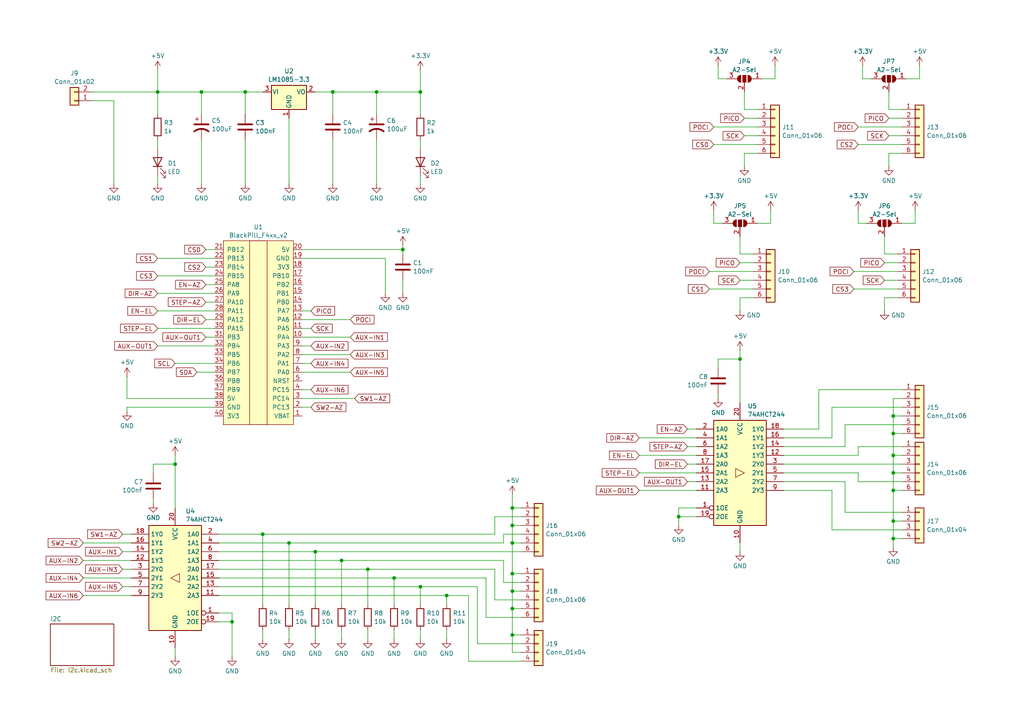
<source format=kicad_sch>
(kicad_sch
	(version 20231120)
	(generator "eeschema")
	(generator_version "8.0")
	(uuid "c1caf198-39aa-41db-9fe6-a03bb1951cde")
	(paper "A4")
	
	(junction
		(at 148.59 157.48)
		(diameter 0)
		(color 0 0 0 0)
		(uuid "0178c2bd-7e0a-47a1-9806-acd96fb6df3f")
	)
	(junction
		(at 45.72 26.67)
		(diameter 0)
		(color 0 0 0 0)
		(uuid "053b6d78-a754-4fdd-83cc-00c072db8a8e")
	)
	(junction
		(at 121.92 170.18)
		(diameter 0)
		(color 0 0 0 0)
		(uuid "083e1d37-4b3d-493d-a7c3-4bbe8afc80f7")
	)
	(junction
		(at 106.68 165.1)
		(diameter 0)
		(color 0 0 0 0)
		(uuid "13ee5076-23ad-4f21-b18c-c0cf0c14cb4b")
	)
	(junction
		(at 259.08 132.08)
		(diameter 0)
		(color 0 0 0 0)
		(uuid "2a22a0f7-ac75-4e9b-b0aa-044a481b6901")
	)
	(junction
		(at 99.06 162.56)
		(diameter 0)
		(color 0 0 0 0)
		(uuid "2f70c57c-066c-47c7-959f-16a276f4e1d6")
	)
	(junction
		(at 58.42 26.67)
		(diameter 0)
		(color 0 0 0 0)
		(uuid "30180804-8a51-4a80-a775-46444f2976e3")
	)
	(junction
		(at 109.22 26.67)
		(diameter 0)
		(color 0 0 0 0)
		(uuid "34c91c80-3ae0-40f1-988c-ca04de2eba24")
	)
	(junction
		(at 259.08 142.24)
		(diameter 0)
		(color 0 0 0 0)
		(uuid "4c237443-8baa-42e7-8778-868a6e2c8c67")
	)
	(junction
		(at 121.92 26.67)
		(diameter 0)
		(color 0 0 0 0)
		(uuid "4e338f85-c3f1-4bc4-ad1c-5b55a3056017")
	)
	(junction
		(at 259.08 137.16)
		(diameter 0)
		(color 0 0 0 0)
		(uuid "59703cda-93f3-4e59-a73b-8232d1be959f")
	)
	(junction
		(at 148.59 147.32)
		(diameter 0)
		(color 0 0 0 0)
		(uuid "63e3a44a-5685-46f5-b350-b34b43806400")
	)
	(junction
		(at 76.2 154.94)
		(diameter 0)
		(color 0 0 0 0)
		(uuid "6855dd30-90b7-4cdb-9ad0-6505e7e2b611")
	)
	(junction
		(at 148.59 166.37)
		(diameter 0)
		(color 0 0 0 0)
		(uuid "6cdedb91-8b27-4422-aeeb-ab3b18b16277")
	)
	(junction
		(at 148.59 176.53)
		(diameter 0)
		(color 0 0 0 0)
		(uuid "7ba07608-b007-4fba-a739-8f55c2366993")
	)
	(junction
		(at 148.59 152.4)
		(diameter 0)
		(color 0 0 0 0)
		(uuid "7c0c0135-ca18-4b79-b36d-21d1afcc8ec3")
	)
	(junction
		(at 214.63 104.14)
		(diameter 0)
		(color 0 0 0 0)
		(uuid "8ac0dd6d-6513-48c3-8f46-6ca01b0c3ee8")
	)
	(junction
		(at 83.82 157.48)
		(diameter 0)
		(color 0 0 0 0)
		(uuid "8e24277b-ebf9-43d9-acbb-239d5c307150")
	)
	(junction
		(at 259.08 156.21)
		(diameter 0)
		(color 0 0 0 0)
		(uuid "92e23385-5172-49e3-9bee-ec18b6418080")
	)
	(junction
		(at 148.59 184.15)
		(diameter 0)
		(color 0 0 0 0)
		(uuid "9a3ff032-bc60-4866-a2f2-6824b43f41f1")
	)
	(junction
		(at 114.3 167.64)
		(diameter 0)
		(color 0 0 0 0)
		(uuid "9aa7d8d7-945d-4cf7-b0fc-f416fd100cb1")
	)
	(junction
		(at 96.52 26.67)
		(diameter 0)
		(color 0 0 0 0)
		(uuid "a043115b-d2ec-48cd-b772-2a66c4003e8b")
	)
	(junction
		(at 148.59 171.45)
		(diameter 0)
		(color 0 0 0 0)
		(uuid "a505108d-3054-4789-8ae7-df76c8d666b6")
	)
	(junction
		(at 196.85 149.86)
		(diameter 0)
		(color 0 0 0 0)
		(uuid "a9b7e355-a174-415e-be9f-cd612b2dce34")
	)
	(junction
		(at 259.08 120.65)
		(diameter 0)
		(color 0 0 0 0)
		(uuid "ab1c9bbd-a632-4876-b3d0-6f5313bce5c2")
	)
	(junction
		(at 129.54 172.72)
		(diameter 0)
		(color 0 0 0 0)
		(uuid "b2484279-26e0-4290-98c7-64f2f103af3c")
	)
	(junction
		(at 116.84 72.39)
		(diameter 0)
		(color 0 0 0 0)
		(uuid "dd19121d-b811-449e-8462-04e04d4e0207")
	)
	(junction
		(at 259.08 151.13)
		(diameter 0)
		(color 0 0 0 0)
		(uuid "df5dd5c9-847b-4bc9-ad36-7ef1f5a36593")
	)
	(junction
		(at 259.08 125.73)
		(diameter 0)
		(color 0 0 0 0)
		(uuid "e510e66f-7a70-4fab-b49c-03afcfef8f9b")
	)
	(junction
		(at 71.12 26.67)
		(diameter 0)
		(color 0 0 0 0)
		(uuid "e5345c80-4399-4e75-af2b-0685f3b4cbcd")
	)
	(junction
		(at 50.8 134.62)
		(diameter 0)
		(color 0 0 0 0)
		(uuid "ef89ae4e-e27b-4990-98c1-66154eb4337e")
	)
	(junction
		(at 91.44 160.02)
		(diameter 0)
		(color 0 0 0 0)
		(uuid "f85b394f-fa45-419e-b737-6dbb2f9da894")
	)
	(junction
		(at 67.31 180.34)
		(diameter 0)
		(color 0 0 0 0)
		(uuid "ffe2dfc4-be22-4dfc-b437-c367b0e1ae4c")
	)
	(wire
		(pts
			(xy 148.59 143.51) (xy 148.59 147.32)
		)
		(stroke
			(width 0)
			(type default)
		)
		(uuid "00dcbc8f-6d69-4816-9d88-02c32ed5e54f")
	)
	(wire
		(pts
			(xy 76.2 182.88) (xy 76.2 185.42)
		)
		(stroke
			(width 0)
			(type default)
		)
		(uuid "027fc52d-06a4-4f4d-b867-97b93eda525b")
	)
	(wire
		(pts
			(xy 148.59 147.32) (xy 148.59 152.4)
		)
		(stroke
			(width 0)
			(type default)
		)
		(uuid "04cb8872-96c3-42d5-a162-5b2d40e124b4")
	)
	(wire
		(pts
			(xy 148.59 176.53) (xy 151.13 176.53)
		)
		(stroke
			(width 0)
			(type default)
		)
		(uuid "0555ba9b-94f6-4056-aab3-3092d5de2ac9")
	)
	(wire
		(pts
			(xy 36.83 118.11) (xy 62.23 118.11)
		)
		(stroke
			(width 0)
			(type default)
		)
		(uuid "07fa662e-215f-4bd9-a2e1-8b9944acd573")
	)
	(wire
		(pts
			(xy 121.92 50.8) (xy 121.92 53.34)
		)
		(stroke
			(width 0)
			(type default)
		)
		(uuid "08feb103-77a4-4727-b10b-ab7ae5b91d2a")
	)
	(wire
		(pts
			(xy 58.42 40.64) (xy 58.42 53.34)
		)
		(stroke
			(width 0)
			(type default)
		)
		(uuid "0c7e452e-7ee5-45b5-b22d-ba710fbcd10e")
	)
	(wire
		(pts
			(xy 148.59 171.45) (xy 151.13 171.45)
		)
		(stroke
			(width 0)
			(type default)
		)
		(uuid "0cc2b629-8d5d-4926-a155-81f38338533c")
	)
	(wire
		(pts
			(xy 35.56 160.02) (xy 38.1 160.02)
		)
		(stroke
			(width 0)
			(type default)
		)
		(uuid "0d004969-00e3-4c17-81f8-3c73de591be0")
	)
	(wire
		(pts
			(xy 151.13 173.99) (xy 143.51 173.99)
		)
		(stroke
			(width 0)
			(type default)
		)
		(uuid "0e021285-6fb4-42e7-b2c2-0db9096d6932")
	)
	(wire
		(pts
			(xy 87.63 72.39) (xy 116.84 72.39)
		)
		(stroke
			(width 0)
			(type default)
		)
		(uuid "0e0212c9-8c33-4d26-91e3-72d616eaad15")
	)
	(wire
		(pts
			(xy 262.89 22.86) (xy 266.7 22.86)
		)
		(stroke
			(width 0)
			(type default)
		)
		(uuid "0fd53a82-88e2-44f3-a0dc-1a9a3ecd004f")
	)
	(wire
		(pts
			(xy 24.13 162.56) (xy 38.1 162.56)
		)
		(stroke
			(width 0)
			(type default)
		)
		(uuid "115de75c-0271-4749-acf6-90001f11cea6")
	)
	(wire
		(pts
			(xy 50.8 134.62) (xy 50.8 147.32)
		)
		(stroke
			(width 0)
			(type default)
		)
		(uuid "11af728b-922e-4ee6-bdd4-adfb23b330e2")
	)
	(wire
		(pts
			(xy 35.56 154.94) (xy 38.1 154.94)
		)
		(stroke
			(width 0)
			(type default)
		)
		(uuid "14097aaf-0c2f-4912-b251-29903e7019c0")
	)
	(wire
		(pts
			(xy 208.28 106.68) (xy 208.28 104.14)
		)
		(stroke
			(width 0)
			(type default)
		)
		(uuid "168ebbc3-049e-4f54-bd81-4e5e84bc3ede")
	)
	(wire
		(pts
			(xy 121.92 170.18) (xy 138.43 170.18)
		)
		(stroke
			(width 0)
			(type default)
		)
		(uuid "1770ee0e-39b6-41d0-8546-23d8caec6485")
	)
	(wire
		(pts
			(xy 87.63 92.71) (xy 101.6 92.71)
		)
		(stroke
			(width 0)
			(type default)
		)
		(uuid "17d1163b-535f-4f14-9bd1-3781a7cd154f")
	)
	(wire
		(pts
			(xy 250.19 19.05) (xy 250.19 22.86)
		)
		(stroke
			(width 0)
			(type default)
		)
		(uuid "180ffebe-fb0d-4a7a-b124-d2cabe2d268f")
	)
	(wire
		(pts
			(xy 208.28 19.05) (xy 208.28 22.86)
		)
		(stroke
			(width 0)
			(type default)
		)
		(uuid "1a687efc-bc01-4711-b1c9-f5f03da6ed2e")
	)
	(wire
		(pts
			(xy 116.84 81.28) (xy 116.84 85.09)
		)
		(stroke
			(width 0)
			(type default)
		)
		(uuid "1c7faee6-36f5-4a95-8730-d2892c831425")
	)
	(wire
		(pts
			(xy 71.12 40.64) (xy 71.12 53.34)
		)
		(stroke
			(width 0)
			(type default)
		)
		(uuid "1d0d5e65-0742-446b-a1b8-fb58ee00cc62")
	)
	(wire
		(pts
			(xy 196.85 149.86) (xy 196.85 152.4)
		)
		(stroke
			(width 0)
			(type default)
		)
		(uuid "208ad7bd-9172-4247-92be-7c981e322359")
	)
	(wire
		(pts
			(xy 109.22 40.64) (xy 109.22 53.34)
		)
		(stroke
			(width 0)
			(type default)
		)
		(uuid "21e3cc21-d788-4061-8671-4e706e182b30")
	)
	(wire
		(pts
			(xy 148.59 176.53) (xy 148.59 184.15)
		)
		(stroke
			(width 0)
			(type default)
		)
		(uuid "233ef007-88f5-4874-af33-a9279ad47ade")
	)
	(wire
		(pts
			(xy 259.08 137.16) (xy 261.62 137.16)
		)
		(stroke
			(width 0)
			(type default)
		)
		(uuid "270584c3-c13d-472a-ac89-7ad168480647")
	)
	(wire
		(pts
			(xy 106.68 182.88) (xy 106.68 185.42)
		)
		(stroke
			(width 0)
			(type default)
		)
		(uuid "27160a86-13ee-4e96-9918-ef2d1db7a06a")
	)
	(wire
		(pts
			(xy 63.5 177.8) (xy 67.31 177.8)
		)
		(stroke
			(width 0)
			(type default)
		)
		(uuid "287f1eb1-efff-4aa6-a9bd-a01d53136689")
	)
	(wire
		(pts
			(xy 57.15 107.95) (xy 62.23 107.95)
		)
		(stroke
			(width 0)
			(type default)
		)
		(uuid "29b541e0-3a38-4915-850c-467d4aa7c67c")
	)
	(wire
		(pts
			(xy 185.42 142.24) (xy 201.93 142.24)
		)
		(stroke
			(width 0)
			(type default)
		)
		(uuid "2b6ee5a5-292a-4f92-b0c3-579527565104")
	)
	(wire
		(pts
			(xy 45.72 80.01) (xy 62.23 80.01)
		)
		(stroke
			(width 0)
			(type default)
		)
		(uuid "2b965b8c-a7cc-4a39-b73f-188d410a17ba")
	)
	(wire
		(pts
			(xy 96.52 26.67) (xy 109.22 26.67)
		)
		(stroke
			(width 0)
			(type default)
		)
		(uuid "2d33a81e-e531-40bd-a902-1ab6eb496027")
	)
	(wire
		(pts
			(xy 45.72 50.8) (xy 45.72 53.34)
		)
		(stroke
			(width 0)
			(type default)
		)
		(uuid "2e5fbcc3-911b-4f7d-8635-da10430ecdf4")
	)
	(wire
		(pts
			(xy 63.5 162.56) (xy 99.06 162.56)
		)
		(stroke
			(width 0)
			(type default)
		)
		(uuid "2e706cbf-055d-43ac-b365-2cdc04088f94")
	)
	(wire
		(pts
			(xy 261.62 44.45) (xy 257.81 44.45)
		)
		(stroke
			(width 0)
			(type default)
		)
		(uuid "2eed5c52-d276-4b27-8351-32148b4eda07")
	)
	(wire
		(pts
			(xy 148.59 152.4) (xy 151.13 152.4)
		)
		(stroke
			(width 0)
			(type default)
		)
		(uuid "2f2f60df-1eb7-4420-bbd0-413f3094b53e")
	)
	(wire
		(pts
			(xy 50.8 105.41) (xy 62.23 105.41)
		)
		(stroke
			(width 0)
			(type default)
		)
		(uuid "30113e4d-506a-46a0-b8ac-5fcfb77d252c")
	)
	(wire
		(pts
			(xy 36.83 109.22) (xy 36.83 115.57)
		)
		(stroke
			(width 0)
			(type default)
		)
		(uuid "3026f348-33d8-439f-aec6-cb949e2180a8")
	)
	(wire
		(pts
			(xy 87.63 105.41) (xy 90.17 105.41)
		)
		(stroke
			(width 0)
			(type default)
		)
		(uuid "30275c4b-6a68-4ce0-9881-d0ce46a9b7ec")
	)
	(wire
		(pts
			(xy 121.92 26.67) (xy 121.92 33.02)
		)
		(stroke
			(width 0)
			(type default)
		)
		(uuid "3045edf0-f42a-4943-8f4c-c3ad3979a285")
	)
	(wire
		(pts
			(xy 45.72 95.25) (xy 62.23 95.25)
		)
		(stroke
			(width 0)
			(type default)
		)
		(uuid "304cbe2e-eac1-43c9-9d81-c67c81ff9dbb")
	)
	(wire
		(pts
			(xy 36.83 119.38) (xy 36.83 118.11)
		)
		(stroke
			(width 0)
			(type default)
		)
		(uuid "30c6d308-ecf0-434e-bebc-d75edfdaf963")
	)
	(wire
		(pts
			(xy 237.49 124.46) (xy 227.33 124.46)
		)
		(stroke
			(width 0)
			(type default)
		)
		(uuid "30dd93f3-cda7-4a90-bba2-90a1f5829e3f")
	)
	(wire
		(pts
			(xy 116.84 72.39) (xy 116.84 73.66)
		)
		(stroke
			(width 0)
			(type default)
		)
		(uuid "33bc6786-aeeb-4049-a2c5-03259e244d85")
	)
	(wire
		(pts
			(xy 257.81 26.67) (xy 257.81 31.75)
		)
		(stroke
			(width 0)
			(type default)
		)
		(uuid "33d67b0b-00e4-4d65-9b79-7046052d062f")
	)
	(wire
		(pts
			(xy 135.89 191.77) (xy 151.13 191.77)
		)
		(stroke
			(width 0)
			(type default)
		)
		(uuid "3818f2e9-2a9b-4fd9-bfcf-123327878d5e")
	)
	(wire
		(pts
			(xy 121.92 182.88) (xy 121.92 185.42)
		)
		(stroke
			(width 0)
			(type default)
		)
		(uuid "38216aaf-c0f2-4e8c-a747-c910e6084ad0")
	)
	(wire
		(pts
			(xy 109.22 26.67) (xy 121.92 26.67)
		)
		(stroke
			(width 0)
			(type default)
		)
		(uuid "3a348185-b2c4-4998-8ba6-35e14ccf2faa")
	)
	(wire
		(pts
			(xy 87.63 113.03) (xy 90.17 113.03)
		)
		(stroke
			(width 0)
			(type default)
		)
		(uuid "3ac79e29-c853-470a-9c5a-e28ef7792e5a")
	)
	(wire
		(pts
			(xy 219.71 44.45) (xy 215.9 44.45)
		)
		(stroke
			(width 0)
			(type default)
		)
		(uuid "3d0b595f-ecda-4982-a5e4-31b2a6bbbde5")
	)
	(wire
		(pts
			(xy 259.08 151.13) (xy 261.62 151.13)
		)
		(stroke
			(width 0)
			(type default)
		)
		(uuid "3d60634f-875e-43a0-8fc8-283d21524b10")
	)
	(wire
		(pts
			(xy 199.39 124.46) (xy 201.93 124.46)
		)
		(stroke
			(width 0)
			(type default)
		)
		(uuid "3dfe7eee-0352-474e-8fbb-2b592bd86e23")
	)
	(wire
		(pts
			(xy 121.92 26.67) (xy 121.92 20.32)
		)
		(stroke
			(width 0)
			(type default)
		)
		(uuid "3e06aa41-527a-4fd0-b277-1ad97a7ccf29")
	)
	(wire
		(pts
			(xy 146.05 168.91) (xy 146.05 162.56)
		)
		(stroke
			(width 0)
			(type default)
		)
		(uuid "3efe059a-fc56-4170-ab59-e1569082309f")
	)
	(wire
		(pts
			(xy 207.01 41.91) (xy 219.71 41.91)
		)
		(stroke
			(width 0)
			(type default)
		)
		(uuid "404d48cf-8ea2-41f7-9458-1b9888866361")
	)
	(wire
		(pts
			(xy 148.59 152.4) (xy 148.59 157.48)
		)
		(stroke
			(width 0)
			(type default)
		)
		(uuid "406a018f-152c-42c9-b642-4fa61f62b209")
	)
	(wire
		(pts
			(xy 143.51 154.94) (xy 76.2 154.94)
		)
		(stroke
			(width 0)
			(type default)
		)
		(uuid "414a7750-1f69-4dad-ae9c-9f50e33f1b58")
	)
	(wire
		(pts
			(xy 245.11 129.54) (xy 227.33 129.54)
		)
		(stroke
			(width 0)
			(type default)
		)
		(uuid "43a425d7-4974-484d-9988-26ee5c2b72af")
	)
	(wire
		(pts
			(xy 261.62 139.7) (xy 248.92 139.7)
		)
		(stroke
			(width 0)
			(type default)
		)
		(uuid "445e3e21-fb9c-49f0-aa0b-ce19fa6e90f9")
	)
	(wire
		(pts
			(xy 227.33 142.24) (xy 241.3 142.24)
		)
		(stroke
			(width 0)
			(type default)
		)
		(uuid "454a43f2-f276-463f-adcf-97caf8e31c96")
	)
	(wire
		(pts
			(xy 248.92 132.08) (xy 227.33 132.08)
		)
		(stroke
			(width 0)
			(type default)
		)
		(uuid "4716f362-f676-4e7c-8fe9-8476285effef")
	)
	(wire
		(pts
			(xy 91.44 160.02) (xy 151.13 160.02)
		)
		(stroke
			(width 0)
			(type default)
		)
		(uuid "494d7ed4-8c11-4aa0-8fe7-ef1900c8623d")
	)
	(wire
		(pts
			(xy 63.5 172.72) (xy 129.54 172.72)
		)
		(stroke
			(width 0)
			(type default)
		)
		(uuid "4a05a5cd-c898-4191-b730-6b429b35ec21")
	)
	(wire
		(pts
			(xy 208.28 114.3) (xy 208.28 115.57)
		)
		(stroke
			(width 0)
			(type default)
		)
		(uuid "4b98e17b-0704-41dd-9abe-2961c0506501")
	)
	(wire
		(pts
			(xy 138.43 186.69) (xy 151.13 186.69)
		)
		(stroke
			(width 0)
			(type default)
		)
		(uuid "4d7a9f0f-e004-40ca-9f88-32deb3f36efa")
	)
	(wire
		(pts
			(xy 106.68 165.1) (xy 106.68 175.26)
		)
		(stroke
			(width 0)
			(type default)
		)
		(uuid "4fec17ee-2fb1-4e29-9ed9-513e89fe610d")
	)
	(wire
		(pts
			(xy 114.3 167.64) (xy 114.3 175.26)
		)
		(stroke
			(width 0)
			(type default)
		)
		(uuid "508f932b-b6dd-43bc-ada4-55940890d730")
	)
	(wire
		(pts
			(xy 96.52 40.64) (xy 96.52 53.34)
		)
		(stroke
			(width 0)
			(type default)
		)
		(uuid "50aa3d97-997d-4fd6-ab54-567b482f45ea")
	)
	(wire
		(pts
			(xy 248.92 129.54) (xy 248.92 132.08)
		)
		(stroke
			(width 0)
			(type default)
		)
		(uuid "5321a063-6a51-4eb1-aa62-f65f235e0f12")
	)
	(wire
		(pts
			(xy 265.43 64.77) (xy 265.43 60.96)
		)
		(stroke
			(width 0)
			(type default)
		)
		(uuid "53a1d026-179d-426a-882c-5ce0add475ee")
	)
	(wire
		(pts
			(xy 257.81 34.29) (xy 261.62 34.29)
		)
		(stroke
			(width 0)
			(type default)
		)
		(uuid "53d771fc-9657-4eb2-a128-ec5da09da939")
	)
	(wire
		(pts
			(xy 135.89 172.72) (xy 135.89 191.77)
		)
		(stroke
			(width 0)
			(type default)
		)
		(uuid "53d95bfa-93f2-49c0-a54b-2fe4c2f91756")
	)
	(wire
		(pts
			(xy 241.3 153.67) (xy 261.62 153.67)
		)
		(stroke
			(width 0)
			(type default)
		)
		(uuid "54262ca3-ac68-4a62-a405-f26825392842")
	)
	(wire
		(pts
			(xy 63.5 167.64) (xy 114.3 167.64)
		)
		(stroke
			(width 0)
			(type default)
		)
		(uuid "547822b7-8261-41f4-9761-b7f753d39513")
	)
	(wire
		(pts
			(xy 224.79 22.86) (xy 224.79 19.05)
		)
		(stroke
			(width 0)
			(type default)
		)
		(uuid "552848fa-2540-40fe-a2ec-740a859d829c")
	)
	(wire
		(pts
			(xy 207.01 64.77) (xy 209.55 64.77)
		)
		(stroke
			(width 0)
			(type default)
		)
		(uuid "55a7022a-0d03-4d11-ba65-900e0aa329e5")
	)
	(wire
		(pts
			(xy 250.19 22.86) (xy 252.73 22.86)
		)
		(stroke
			(width 0)
			(type default)
		)
		(uuid "5684e5cf-6465-4960-8753-b85d8aa62bb9")
	)
	(wire
		(pts
			(xy 138.43 170.18) (xy 138.43 186.69)
		)
		(stroke
			(width 0)
			(type default)
		)
		(uuid "56921b23-ae4d-4013-a6e5-4d0f2d0c914e")
	)
	(wire
		(pts
			(xy 121.92 40.64) (xy 121.92 43.18)
		)
		(stroke
			(width 0)
			(type default)
		)
		(uuid "5760cb29-1335-4b83-b163-d4aba02f07d4")
	)
	(wire
		(pts
			(xy 63.5 180.34) (xy 67.31 180.34)
		)
		(stroke
			(width 0)
			(type default)
		)
		(uuid "59c71e52-97ab-4a28-bf3e-b0140827f9b8")
	)
	(wire
		(pts
			(xy 140.97 179.07) (xy 140.97 167.64)
		)
		(stroke
			(width 0)
			(type default)
		)
		(uuid "5a274ee4-5bc4-477c-b41b-8dccb3049ac3")
	)
	(wire
		(pts
			(xy 24.13 157.48) (xy 38.1 157.48)
		)
		(stroke
			(width 0)
			(type default)
		)
		(uuid "5a3c7345-8ea5-4c3e-a44c-0befbe44ea14")
	)
	(wire
		(pts
			(xy 109.22 26.67) (xy 109.22 33.02)
		)
		(stroke
			(width 0)
			(type default)
		)
		(uuid "5b8c8116-deb3-4d7b-b410-a2763f24add4")
	)
	(wire
		(pts
			(xy 248.92 41.91) (xy 261.62 41.91)
		)
		(stroke
			(width 0)
			(type default)
		)
		(uuid "5bae489a-548e-417e-947c-9c6dc3eea9aa")
	)
	(wire
		(pts
			(xy 214.63 157.48) (xy 214.63 160.02)
		)
		(stroke
			(width 0)
			(type default)
		)
		(uuid "5d473302-3f88-4d6d-8355-2bdec71d0073")
	)
	(wire
		(pts
			(xy 45.72 26.67) (xy 45.72 33.02)
		)
		(stroke
			(width 0)
			(type default)
		)
		(uuid "5fc43854-b24e-4b02-a34e-df96ee03167e")
	)
	(wire
		(pts
			(xy 256.54 86.36) (xy 256.54 90.17)
		)
		(stroke
			(width 0)
			(type default)
		)
		(uuid "5fe3e5ff-91be-4c6d-b6b6-1c2ce92fadb0")
	)
	(wire
		(pts
			(xy 71.12 26.67) (xy 76.2 26.67)
		)
		(stroke
			(width 0)
			(type default)
		)
		(uuid "61118c49-867a-4e1b-9e0b-b5ab3dba1810")
	)
	(wire
		(pts
			(xy 151.13 149.86) (xy 143.51 149.86)
		)
		(stroke
			(width 0)
			(type default)
		)
		(uuid "62e4cd9b-f1c8-4561-9340-cc241cccc774")
	)
	(wire
		(pts
			(xy 63.5 165.1) (xy 106.68 165.1)
		)
		(stroke
			(width 0)
			(type default)
		)
		(uuid "63fb8e73-04ea-43f7-8efd-d881f4e4683b")
	)
	(wire
		(pts
			(xy 185.42 137.16) (xy 201.93 137.16)
		)
		(stroke
			(width 0)
			(type default)
		)
		(uuid "649858b2-b4bc-4312-ab53-d90d3ac1ebcf")
	)
	(wire
		(pts
			(xy 260.35 86.36) (xy 256.54 86.36)
		)
		(stroke
			(width 0)
			(type default)
		)
		(uuid "64dd1bfa-9219-495e-a36f-023af554172a")
	)
	(wire
		(pts
			(xy 199.39 139.7) (xy 201.93 139.7)
		)
		(stroke
			(width 0)
			(type default)
		)
		(uuid "66eb54a8-d868-4457-bc0f-61e64433344f")
	)
	(wire
		(pts
			(xy 87.63 118.11) (xy 90.17 118.11)
		)
		(stroke
			(width 0)
			(type default)
		)
		(uuid "681857bf-1bd8-4fb2-b44e-7cb80da65da7")
	)
	(wire
		(pts
			(xy 59.69 82.55) (xy 62.23 82.55)
		)
		(stroke
			(width 0)
			(type default)
		)
		(uuid "69aaba23-a02b-41b3-a14a-8dc81668ea9f")
	)
	(wire
		(pts
			(xy 261.62 125.73) (xy 259.08 125.73)
		)
		(stroke
			(width 0)
			(type default)
		)
		(uuid "6b485eda-8941-43c3-9341-ca0028b62cdd")
	)
	(wire
		(pts
			(xy 219.71 31.75) (xy 215.9 31.75)
		)
		(stroke
			(width 0)
			(type default)
		)
		(uuid "6dcb020b-c8f5-4f98-b0d9-f3a75654e779")
	)
	(wire
		(pts
			(xy 45.72 100.33) (xy 62.23 100.33)
		)
		(stroke
			(width 0)
			(type default)
		)
		(uuid "6e995bf0-0738-4af2-b2b8-0a88e2c22597")
	)
	(wire
		(pts
			(xy 208.28 104.14) (xy 214.63 104.14)
		)
		(stroke
			(width 0)
			(type default)
		)
		(uuid "707e7a83-7b69-42d0-9c80-41d68d3d2f7c")
	)
	(wire
		(pts
			(xy 83.82 157.48) (xy 146.05 157.48)
		)
		(stroke
			(width 0)
			(type default)
		)
		(uuid "716ead42-c8f7-4bda-940f-414aab43e635")
	)
	(wire
		(pts
			(xy 59.69 72.39) (xy 62.23 72.39)
		)
		(stroke
			(width 0)
			(type default)
		)
		(uuid "71b45e69-89b3-49ca-9987-85d9c78b637c")
	)
	(wire
		(pts
			(xy 87.63 97.79) (xy 101.6 97.79)
		)
		(stroke
			(width 0)
			(type default)
		)
		(uuid "73735916-ca85-474d-88f9-ceedffa05045")
	)
	(wire
		(pts
			(xy 91.44 182.88) (xy 91.44 185.42)
		)
		(stroke
			(width 0)
			(type default)
		)
		(uuid "75a8f142-4242-46c9-834a-4f6b943ba8dc")
	)
	(wire
		(pts
			(xy 35.56 170.18) (xy 38.1 170.18)
		)
		(stroke
			(width 0)
			(type default)
		)
		(uuid "77b7e360-52e7-4f85-88d7-911c66381bf5")
	)
	(wire
		(pts
			(xy 248.92 64.77) (xy 251.46 64.77)
		)
		(stroke
			(width 0)
			(type default)
		)
		(uuid "787386e5-c190-4074-ba58-1aa6f7f6501d")
	)
	(wire
		(pts
			(xy 259.08 132.08) (xy 259.08 137.16)
		)
		(stroke
			(width 0)
			(type default)
		)
		(uuid "78f305e4-6637-4d1e-a062-737e937c10bf")
	)
	(wire
		(pts
			(xy 83.82 34.29) (xy 83.82 53.34)
		)
		(stroke
			(width 0)
			(type default)
		)
		(uuid "799cc251-1da4-4e0b-b3bd-71b377383b9e")
	)
	(wire
		(pts
			(xy 58.42 26.67) (xy 45.72 26.67)
		)
		(stroke
			(width 0)
			(type default)
		)
		(uuid "79e801b9-2328-45a8-be68-e95a6a7e1690")
	)
	(wire
		(pts
			(xy 114.3 167.64) (xy 140.97 167.64)
		)
		(stroke
			(width 0)
			(type default)
		)
		(uuid "7b3eabdf-4bc7-49ff-bf17-152a7aaab2dd")
	)
	(wire
		(pts
			(xy 99.06 162.56) (xy 146.05 162.56)
		)
		(stroke
			(width 0)
			(type default)
		)
		(uuid "7cd7d905-570a-4199-90f4-a7c90899d55d")
	)
	(wire
		(pts
			(xy 227.33 139.7) (xy 245.11 139.7)
		)
		(stroke
			(width 0)
			(type default)
		)
		(uuid "7cfc98f0-556c-41b2-bf34-8861e2ba8dd2")
	)
	(wire
		(pts
			(xy 71.12 26.67) (xy 71.12 33.02)
		)
		(stroke
			(width 0)
			(type default)
		)
		(uuid "7f0643f6-3826-4ee7-afd7-ad747b65a74b")
	)
	(wire
		(pts
			(xy 63.5 170.18) (xy 121.92 170.18)
		)
		(stroke
			(width 0)
			(type default)
		)
		(uuid "7f26da72-15ca-4fa8-9bc6-4b6d2899cfa9")
	)
	(wire
		(pts
			(xy 24.13 172.72) (xy 38.1 172.72)
		)
		(stroke
			(width 0)
			(type default)
		)
		(uuid "7fc119d4-f04d-4395-b6b7-f853192251ba")
	)
	(wire
		(pts
			(xy 205.74 83.82) (xy 218.44 83.82)
		)
		(stroke
			(width 0)
			(type default)
		)
		(uuid "81376fa9-4865-4958-b3cd-467ac49824c5")
	)
	(wire
		(pts
			(xy 215.9 26.67) (xy 215.9 31.75)
		)
		(stroke
			(width 0)
			(type default)
		)
		(uuid "82538ae7-172d-4a8c-ae87-7b09e617fbf6")
	)
	(wire
		(pts
			(xy 257.81 44.45) (xy 257.81 48.26)
		)
		(stroke
			(width 0)
			(type default)
		)
		(uuid "854fa227-9626-4f09-ae6e-fa58a27f453f")
	)
	(wire
		(pts
			(xy 260.35 73.66) (xy 256.54 73.66)
		)
		(stroke
			(width 0)
			(type default)
		)
		(uuid "85eba505-4e18-498b-8cb7-007d9efe2d4b")
	)
	(wire
		(pts
			(xy 214.63 104.14) (xy 214.63 116.84)
		)
		(stroke
			(width 0)
			(type default)
		)
		(uuid "873ec176-ec9a-4ffc-9264-07ac81179b04")
	)
	(wire
		(pts
			(xy 59.69 77.47) (xy 62.23 77.47)
		)
		(stroke
			(width 0)
			(type default)
		)
		(uuid "8750eb36-0159-4fcc-a575-6cd5e9f1ab22")
	)
	(wire
		(pts
			(xy 148.59 147.32) (xy 151.13 147.32)
		)
		(stroke
			(width 0)
			(type default)
		)
		(uuid "8810fd35-222b-4892-b433-5f0606d237a5")
	)
	(wire
		(pts
			(xy 214.63 76.2) (xy 218.44 76.2)
		)
		(stroke
			(width 0)
			(type default)
		)
		(uuid "88d9404d-7e2d-4c85-97bd-aea3963a9ee9")
	)
	(wire
		(pts
			(xy 247.65 78.74) (xy 260.35 78.74)
		)
		(stroke
			(width 0)
			(type default)
		)
		(uuid "899ada8a-9d73-4bfe-bc16-6f19c5a15703")
	)
	(wire
		(pts
			(xy 44.45 137.16) (xy 44.45 134.62)
		)
		(stroke
			(width 0)
			(type default)
		)
		(uuid "8a31beea-5403-4f6d-9472-c1f4e166986a")
	)
	(wire
		(pts
			(xy 205.74 78.74) (xy 218.44 78.74)
		)
		(stroke
			(width 0)
			(type default)
		)
		(uuid "8b4fdc3c-c2b0-47ef-9377-434063914675")
	)
	(wire
		(pts
			(xy 261.62 129.54) (xy 248.92 129.54)
		)
		(stroke
			(width 0)
			(type default)
		)
		(uuid "8b59d4ec-3fbb-48ce-85fc-5ee6a7af4714")
	)
	(wire
		(pts
			(xy 148.59 184.15) (xy 151.13 184.15)
		)
		(stroke
			(width 0)
			(type default)
		)
		(uuid "8bcb9a7e-bfa9-4fd7-8b86-9aeeff72d4ad")
	)
	(wire
		(pts
			(xy 248.92 137.16) (xy 227.33 137.16)
		)
		(stroke
			(width 0)
			(type default)
		)
		(uuid "8be5a974-0eae-447b-b932-fab4388aeeb4")
	)
	(wire
		(pts
			(xy 148.59 171.45) (xy 148.59 176.53)
		)
		(stroke
			(width 0)
			(type default)
		)
		(uuid "8bf40ca8-8f1c-471a-942a-567b10be294a")
	)
	(wire
		(pts
			(xy 241.3 142.24) (xy 241.3 153.67)
		)
		(stroke
			(width 0)
			(type default)
		)
		(uuid "8c7c479b-1bb0-4855-bb30-b6d8435b8cd2")
	)
	(wire
		(pts
			(xy 148.59 184.15) (xy 148.59 189.23)
		)
		(stroke
			(width 0)
			(type default)
		)
		(uuid "8c876b7c-9a53-455e-8443-c3ef588492c9")
	)
	(wire
		(pts
			(xy 83.82 182.88) (xy 83.82 185.42)
		)
		(stroke
			(width 0)
			(type default)
		)
		(uuid "8da032c8-0276-475a-a7a7-facc574720db")
	)
	(wire
		(pts
			(xy 148.59 166.37) (xy 148.59 171.45)
		)
		(stroke
			(width 0)
			(type default)
		)
		(uuid "8dbbb99b-fb16-44c6-a250-80359b46c93c")
	)
	(wire
		(pts
			(xy 76.2 154.94) (xy 76.2 175.26)
		)
		(stroke
			(width 0)
			(type default)
		)
		(uuid "8e46b061-56d9-48d1-94c9-fdf064fa7458")
	)
	(wire
		(pts
			(xy 148.59 189.23) (xy 151.13 189.23)
		)
		(stroke
			(width 0)
			(type default)
		)
		(uuid "8e77a253-5668-49f3-bade-dd0bcf25267a")
	)
	(wire
		(pts
			(xy 261.62 123.19) (xy 245.11 123.19)
		)
		(stroke
			(width 0)
			(type default)
		)
		(uuid "90aed78d-7855-4489-9326-9913e963a33c")
	)
	(wire
		(pts
			(xy 45.72 90.17) (xy 62.23 90.17)
		)
		(stroke
			(width 0)
			(type default)
		)
		(uuid "90ee3d64-2da0-49ff-b062-52456b9fb5f0")
	)
	(wire
		(pts
			(xy 185.42 127) (xy 201.93 127)
		)
		(stroke
			(width 0)
			(type default)
		)
		(uuid "91743d20-006c-4b13-86a4-f27e4e2f063f")
	)
	(wire
		(pts
			(xy 199.39 134.62) (xy 201.93 134.62)
		)
		(stroke
			(width 0)
			(type default)
		)
		(uuid "937fc5fd-173a-4a74-a8c1-f234dfd90c1a")
	)
	(wire
		(pts
			(xy 50.8 132.08) (xy 50.8 134.62)
		)
		(stroke
			(width 0)
			(type default)
		)
		(uuid "951c77b6-c8f0-4639-82ef-e99015919294")
	)
	(wire
		(pts
			(xy 261.62 120.65) (xy 259.08 120.65)
		)
		(stroke
			(width 0)
			(type default)
		)
		(uuid "96c8ce58-a8b2-4bee-a22d-94dcb9ad2454")
	)
	(wire
		(pts
			(xy 58.42 26.67) (xy 71.12 26.67)
		)
		(stroke
			(width 0)
			(type default)
		)
		(uuid "971b5afe-30ee-461c-839b-bc3e1d692207")
	)
	(wire
		(pts
			(xy 259.08 120.65) (xy 259.08 125.73)
		)
		(stroke
			(width 0)
			(type default)
		)
		(uuid "977e6033-db4b-4dd7-95f0-53e67069a4cf")
	)
	(wire
		(pts
			(xy 83.82 157.48) (xy 63.5 157.48)
		)
		(stroke
			(width 0)
			(type default)
		)
		(uuid "984b724b-1ad3-4b18-b949-5c4097e484b8")
	)
	(wire
		(pts
			(xy 35.56 165.1) (xy 38.1 165.1)
		)
		(stroke
			(width 0)
			(type default)
		)
		(uuid "996db1d8-01b9-4185-a955-483b60d114f0")
	)
	(wire
		(pts
			(xy 111.76 74.93) (xy 111.76 85.09)
		)
		(stroke
			(width 0)
			(type default)
		)
		(uuid "9b3bd2fe-00f7-42d6-8ce2-b9e19ed79d7c")
	)
	(wire
		(pts
			(xy 259.08 142.24) (xy 261.62 142.24)
		)
		(stroke
			(width 0)
			(type default)
		)
		(uuid "9b463686-c0f1-4132-818b-573ac27f13a1")
	)
	(wire
		(pts
			(xy 207.01 36.83) (xy 219.71 36.83)
		)
		(stroke
			(width 0)
			(type default)
		)
		(uuid "9d384aed-d53d-4331-adca-bb3137476f65")
	)
	(wire
		(pts
			(xy 241.3 127) (xy 227.33 127)
		)
		(stroke
			(width 0)
			(type default)
		)
		(uuid "9dfee40b-e332-4012-a189-34110e8677ed")
	)
	(wire
		(pts
			(xy 63.5 160.02) (xy 91.44 160.02)
		)
		(stroke
			(width 0)
			(type default)
		)
		(uuid "9e417fad-1cc6-47c6-b085-f33c286a30c0")
	)
	(wire
		(pts
			(xy 148.59 157.48) (xy 148.59 166.37)
		)
		(stroke
			(width 0)
			(type default)
		)
		(uuid "9e48ee58-2cab-45b3-b401-9d0d58ca332b")
	)
	(wire
		(pts
			(xy 248.92 36.83) (xy 261.62 36.83)
		)
		(stroke
			(width 0)
			(type default)
		)
		(uuid "a0db5ab8-7ca7-4c82-a711-67c8556ec986")
	)
	(wire
		(pts
			(xy 59.69 87.63) (xy 62.23 87.63)
		)
		(stroke
			(width 0)
			(type default)
		)
		(uuid "a1770914-25c3-491d-8a42-895c0a28ae36")
	)
	(wire
		(pts
			(xy 129.54 182.88) (xy 129.54 185.42)
		)
		(stroke
			(width 0)
			(type default)
		)
		(uuid "a1898a72-6407-4144-99be-a1b47b80c9a1")
	)
	(wire
		(pts
			(xy 261.62 115.57) (xy 259.08 115.57)
		)
		(stroke
			(width 0)
			(type default)
		)
		(uuid "a3a3cbd6-b3cc-48b2-bcfb-e83e5cd6bbd7")
	)
	(wire
		(pts
			(xy 214.63 68.58) (xy 214.63 73.66)
		)
		(stroke
			(width 0)
			(type default)
		)
		(uuid "a3e9a1a6-95b5-4690-9780-62a31020695d")
	)
	(wire
		(pts
			(xy 129.54 172.72) (xy 129.54 175.26)
		)
		(stroke
			(width 0)
			(type default)
		)
		(uuid "a405fb94-2fdb-4305-a40e-af9c37cda40a")
	)
	(wire
		(pts
			(xy 257.81 39.37) (xy 261.62 39.37)
		)
		(stroke
			(width 0)
			(type default)
		)
		(uuid "a445fb59-d980-4d15-9530-497288844f08")
	)
	(wire
		(pts
			(xy 87.63 95.25) (xy 90.17 95.25)
		)
		(stroke
			(width 0)
			(type default)
		)
		(uuid "a516b831-66ec-4783-9185-7e07959b810f")
	)
	(wire
		(pts
			(xy 259.08 115.57) (xy 259.08 120.65)
		)
		(stroke
			(width 0)
			(type default)
		)
		(uuid "a7c93bfc-b887-4997-8ce9-a7bd5e5ff2a7")
	)
	(wire
		(pts
			(xy 259.08 151.13) (xy 259.08 156.21)
		)
		(stroke
			(width 0)
			(type default)
		)
		(uuid "a990893d-5e01-4f04-997c-5b59a25fa679")
	)
	(wire
		(pts
			(xy 223.52 64.77) (xy 223.52 60.96)
		)
		(stroke
			(width 0)
			(type default)
		)
		(uuid "ab4ae984-a938-4fe8-ab4d-05d9b11cb09e")
	)
	(wire
		(pts
			(xy 248.92 60.96) (xy 248.92 64.77)
		)
		(stroke
			(width 0)
			(type default)
		)
		(uuid "ab9406bf-b14e-45b1-a260-996cacc30a19")
	)
	(wire
		(pts
			(xy 261.62 64.77) (xy 265.43 64.77)
		)
		(stroke
			(width 0)
			(type default)
		)
		(uuid "aba8aafa-57b4-43ae-8c35-4395cf1d4da7")
	)
	(wire
		(pts
			(xy 87.63 107.95) (xy 101.6 107.95)
		)
		(stroke
			(width 0)
			(type default)
		)
		(uuid "ac5cb523-ed91-4a5a-872a-79a300b12bb6")
	)
	(wire
		(pts
			(xy 146.05 154.94) (xy 146.05 157.48)
		)
		(stroke
			(width 0)
			(type default)
		)
		(uuid "ae4644d9-4290-4721-b29c-a7b7bb194937")
	)
	(wire
		(pts
			(xy 196.85 147.32) (xy 201.93 147.32)
		)
		(stroke
			(width 0)
			(type default)
		)
		(uuid "b032b682-fbc3-47e3-83ce-2b2903a49421")
	)
	(wire
		(pts
			(xy 151.13 168.91) (xy 146.05 168.91)
		)
		(stroke
			(width 0)
			(type default)
		)
		(uuid "b15fad58-86ad-427e-802b-9b4f6d82e1eb")
	)
	(wire
		(pts
			(xy 259.08 132.08) (xy 261.62 132.08)
		)
		(stroke
			(width 0)
			(type default)
		)
		(uuid "b2c38cbf-0135-4287-b57a-46707872bce8")
	)
	(wire
		(pts
			(xy 67.31 180.34) (xy 67.31 190.5)
		)
		(stroke
			(width 0)
			(type default)
		)
		(uuid "b2f37d18-1ce8-446b-b906-99ea123d9b8f")
	)
	(wire
		(pts
			(xy 241.3 118.11) (xy 241.3 127)
		)
		(stroke
			(width 0)
			(type default)
		)
		(uuid "b367be8a-db65-4c95-bcfd-eafb24d60cde")
	)
	(wire
		(pts
			(xy 106.68 165.1) (xy 143.51 165.1)
		)
		(stroke
			(width 0)
			(type default)
		)
		(uuid "b4016c53-0dc0-4a70-b19a-41135144c60c")
	)
	(wire
		(pts
			(xy 261.62 148.59) (xy 245.11 148.59)
		)
		(stroke
			(width 0)
			(type default)
		)
		(uuid "b4520b18-cd49-4dc3-ab0e-cbb20b069067")
	)
	(wire
		(pts
			(xy 215.9 44.45) (xy 215.9 48.26)
		)
		(stroke
			(width 0)
			(type default)
		)
		(uuid "b47e5eba-a876-4625-88aa-6b41dc889dcc")
	)
	(wire
		(pts
			(xy 259.08 156.21) (xy 261.62 156.21)
		)
		(stroke
			(width 0)
			(type default)
		)
		(uuid "b69f05b3-7938-4e84-9046-aa1b61320e06")
	)
	(wire
		(pts
			(xy 208.28 22.86) (xy 210.82 22.86)
		)
		(stroke
			(width 0)
			(type default)
		)
		(uuid "b6c1364a-1a3b-46ec-85f3-de1881994737")
	)
	(wire
		(pts
			(xy 218.44 86.36) (xy 214.63 86.36)
		)
		(stroke
			(width 0)
			(type default)
		)
		(uuid "b6c4ecc5-8993-46ae-94dc-b6e743775957")
	)
	(wire
		(pts
			(xy 148.59 166.37) (xy 151.13 166.37)
		)
		(stroke
			(width 0)
			(type default)
		)
		(uuid "b876bcf9-58a3-453d-9b69-ab3bd72a3048")
	)
	(wire
		(pts
			(xy 45.72 74.93) (xy 62.23 74.93)
		)
		(stroke
			(width 0)
			(type default)
		)
		(uuid "b8b06fbf-5ebf-40d2-8b10-316071e76c6c")
	)
	(wire
		(pts
			(xy 214.63 101.6) (xy 214.63 104.14)
		)
		(stroke
			(width 0)
			(type default)
		)
		(uuid "b91d6091-ce38-4047-bd3f-4d1db9de0ee4")
	)
	(wire
		(pts
			(xy 261.62 31.75) (xy 257.81 31.75)
		)
		(stroke
			(width 0)
			(type default)
		)
		(uuid "b9578cbc-5b5c-4faa-b911-663cc7990e85")
	)
	(wire
		(pts
			(xy 199.39 129.54) (xy 201.93 129.54)
		)
		(stroke
			(width 0)
			(type default)
		)
		(uuid "ba3df941-bb4b-4ae0-b8e9-7fe758cc6329")
	)
	(wire
		(pts
			(xy 24.13 167.64) (xy 38.1 167.64)
		)
		(stroke
			(width 0)
			(type default)
		)
		(uuid "bc747531-27bb-47f1-998b-4644d6646c8e")
	)
	(wire
		(pts
			(xy 259.08 156.21) (xy 259.08 158.75)
		)
		(stroke
			(width 0)
			(type default)
		)
		(uuid "bd660b40-d2f6-44f3-962a-f26796d8f067")
	)
	(wire
		(pts
			(xy 214.63 81.28) (xy 218.44 81.28)
		)
		(stroke
			(width 0)
			(type default)
		)
		(uuid "c11ad298-b6cd-4b5f-a2a0-2900c60176aa")
	)
	(wire
		(pts
			(xy 91.44 26.67) (xy 96.52 26.67)
		)
		(stroke
			(width 0)
			(type default)
		)
		(uuid "c12f66e3-759d-4de2-9ff6-e444592fa788")
	)
	(wire
		(pts
			(xy 247.65 83.82) (xy 260.35 83.82)
		)
		(stroke
			(width 0)
			(type default)
		)
		(uuid "c207430c-c97b-4d30-8c70-9ffc77edeed1")
	)
	(wire
		(pts
			(xy 218.44 73.66) (xy 214.63 73.66)
		)
		(stroke
			(width 0)
			(type default)
		)
		(uuid "c4d38acc-2451-4e7b-a6e0-7501535b1434")
	)
	(wire
		(pts
			(xy 151.13 154.94) (xy 146.05 154.94)
		)
		(stroke
			(width 0)
			(type default)
		)
		(uuid "c519efda-844e-45e1-83cd-399e6bc5ea92")
	)
	(wire
		(pts
			(xy 185.42 132.08) (xy 201.93 132.08)
		)
		(stroke
			(width 0)
			(type default)
		)
		(uuid "c6ee9384-2b69-49fa-bf63-56c9a0cd123b")
	)
	(wire
		(pts
			(xy 87.63 74.93) (xy 111.76 74.93)
		)
		(stroke
			(width 0)
			(type default)
		)
		(uuid "c8ee7f57-0dc6-4ef5-926e-d3e11babad07")
	)
	(wire
		(pts
			(xy 259.08 137.16) (xy 259.08 142.24)
		)
		(stroke
			(width 0)
			(type default)
		)
		(uuid "c96cf9b3-2d71-4958-93f1-91a7722d0332")
	)
	(wire
		(pts
			(xy 148.59 157.48) (xy 151.13 157.48)
		)
		(stroke
			(width 0)
			(type default)
		)
		(uuid "ca56e1dc-ec58-4449-82ec-eee3f68a3459")
	)
	(wire
		(pts
			(xy 59.69 97.79) (xy 62.23 97.79)
		)
		(stroke
			(width 0)
			(type default)
		)
		(uuid "cadfa862-a6a7-4ee4-888d-2ba494947dbf")
	)
	(wire
		(pts
			(xy 227.33 134.62) (xy 261.62 134.62)
		)
		(stroke
			(width 0)
			(type default)
		)
		(uuid "cb11b218-85e6-4d33-8c6d-c386c9fcc472")
	)
	(wire
		(pts
			(xy 256.54 81.28) (xy 260.35 81.28)
		)
		(stroke
			(width 0)
			(type default)
		)
		(uuid "cb3610c5-ad14-4bbb-8391-9814921ba6de")
	)
	(wire
		(pts
			(xy 33.02 29.21) (xy 33.02 53.34)
		)
		(stroke
			(width 0)
			(type default)
		)
		(uuid "cbded53a-69db-471d-b83d-f53098880128")
	)
	(wire
		(pts
			(xy 87.63 90.17) (xy 90.17 90.17)
		)
		(stroke
			(width 0)
			(type default)
		)
		(uuid "cc24fe8a-2890-43cf-bbc7-e50d32b689ff")
	)
	(wire
		(pts
			(xy 143.51 149.86) (xy 143.51 154.94)
		)
		(stroke
			(width 0)
			(type default)
		)
		(uuid "cc39e428-3b00-4de2-b867-40bc4c7836b2")
	)
	(wire
		(pts
			(xy 116.84 71.12) (xy 116.84 72.39)
		)
		(stroke
			(width 0)
			(type default)
		)
		(uuid "cd0fabb2-0995-4216-8bcf-77cb40b36d6f")
	)
	(wire
		(pts
			(xy 256.54 68.58) (xy 256.54 73.66)
		)
		(stroke
			(width 0)
			(type default)
		)
		(uuid "cd32f3d9-8b8c-43d7-a28a-845e71e2efe8")
	)
	(wire
		(pts
			(xy 50.8 187.96) (xy 50.8 190.5)
		)
		(stroke
			(width 0)
			(type default)
		)
		(uuid "cd40e9fd-1d01-4f94-b53b-79b9da30f8cf")
	)
	(wire
		(pts
			(xy 215.9 34.29) (xy 219.71 34.29)
		)
		(stroke
			(width 0)
			(type default)
		)
		(uuid "cdb2914d-4ce0-4bf1-b4ad-41f0e7b6086a")
	)
	(wire
		(pts
			(xy 121.92 170.18) (xy 121.92 175.26)
		)
		(stroke
			(width 0)
			(type default)
		)
		(uuid "cdcf9122-c42e-41a9-8529-3cde5761b6f8")
	)
	(wire
		(pts
			(xy 143.51 173.99) (xy 143.51 165.1)
		)
		(stroke
			(width 0)
			(type default)
		)
		(uuid "cff327a6-97f8-4008-8ee4-6258be1c60ab")
	)
	(wire
		(pts
			(xy 83.82 157.48) (xy 83.82 175.26)
		)
		(stroke
			(width 0)
			(type default)
		)
		(uuid "d02cf4ae-1081-432d-a107-02ca61c242b1")
	)
	(wire
		(pts
			(xy 76.2 154.94) (xy 63.5 154.94)
		)
		(stroke
			(width 0)
			(type default)
		)
		(uuid "d15f8230-f44d-40be-9dc5-62ee052a9cd8")
	)
	(wire
		(pts
			(xy 99.06 182.88) (xy 99.06 185.42)
		)
		(stroke
			(width 0)
			(type default)
		)
		(uuid "d29b5468-fbed-49b2-a484-86219ac54219")
	)
	(wire
		(pts
			(xy 45.72 26.67) (xy 45.72 20.32)
		)
		(stroke
			(width 0)
			(type default)
		)
		(uuid "d2bff0ea-b94f-48c9-b681-345989873e44")
	)
	(wire
		(pts
			(xy 45.72 40.64) (xy 45.72 43.18)
		)
		(stroke
			(width 0)
			(type default)
		)
		(uuid "d2d71abe-3253-4576-a4fd-51d1882b4fdc")
	)
	(wire
		(pts
			(xy 256.54 76.2) (xy 260.35 76.2)
		)
		(stroke
			(width 0)
			(type default)
		)
		(uuid "d2e0ec89-5cf7-475d-9025-c749f7ba1c56")
	)
	(wire
		(pts
			(xy 26.67 29.21) (xy 33.02 29.21)
		)
		(stroke
			(width 0)
			(type default)
		)
		(uuid "d49bad5c-c8e6-4057-a88c-3c82e5430cc3")
	)
	(wire
		(pts
			(xy 245.11 139.7) (xy 245.11 148.59)
		)
		(stroke
			(width 0)
			(type default)
		)
		(uuid "d594b072-ade7-4dcd-88d8-9ad58d4c5d77")
	)
	(wire
		(pts
			(xy 44.45 144.78) (xy 44.45 146.05)
		)
		(stroke
			(width 0)
			(type default)
		)
		(uuid "d9678eed-001e-4098-b94c-c7444c2c1d76")
	)
	(wire
		(pts
			(xy 114.3 182.88) (xy 114.3 185.42)
		)
		(stroke
			(width 0)
			(type default)
		)
		(uuid "db39bb3e-d3af-4968-82e2-3648bd82235f")
	)
	(wire
		(pts
			(xy 248.92 139.7) (xy 248.92 137.16)
		)
		(stroke
			(width 0)
			(type default)
		)
		(uuid "dddaf9e0-2293-4339-bdf4-0e5fb661d358")
	)
	(wire
		(pts
			(xy 91.44 160.02) (xy 91.44 175.26)
		)
		(stroke
			(width 0)
			(type default)
		)
		(uuid "de58c7af-3016-4ac6-a8cb-73dea5498d31")
	)
	(wire
		(pts
			(xy 220.98 22.86) (xy 224.79 22.86)
		)
		(stroke
			(width 0)
			(type default)
		)
		(uuid "dea6a2a8-da3c-450a-a60a-3d600e6b9429")
	)
	(wire
		(pts
			(xy 62.23 115.57) (xy 36.83 115.57)
		)
		(stroke
			(width 0)
			(type default)
		)
		(uuid "e053e3b6-ac9d-4146-bc24-fb8c72253e95")
	)
	(wire
		(pts
			(xy 259.08 142.24) (xy 259.08 151.13)
		)
		(stroke
			(width 0)
			(type default)
		)
		(uuid "e0b14768-3ca2-42eb-83c1-03675e743982")
	)
	(wire
		(pts
			(xy 245.11 123.19) (xy 245.11 129.54)
		)
		(stroke
			(width 0)
			(type default)
		)
		(uuid "e0d76da0-1e13-4293-a90e-116572f30c2e")
	)
	(wire
		(pts
			(xy 87.63 100.33) (xy 90.17 100.33)
		)
		(stroke
			(width 0)
			(type default)
		)
		(uuid "e13c65d0-065f-4fc6-92b0-3a7b4049337d")
	)
	(wire
		(pts
			(xy 59.69 92.71) (xy 62.23 92.71)
		)
		(stroke
			(width 0)
			(type default)
		)
		(uuid "e4ecd090-359a-4885-a9d8-9d1af5c8ae25")
	)
	(wire
		(pts
			(xy 266.7 22.86) (xy 266.7 19.05)
		)
		(stroke
			(width 0)
			(type default)
		)
		(uuid "e73cbb90-7b5c-4098-a1fb-5c7f8abc45ae")
	)
	(wire
		(pts
			(xy 215.9 39.37) (xy 219.71 39.37)
		)
		(stroke
			(width 0)
			(type default)
		)
		(uuid "eae49c77-ecba-47a0-bb29-bb9e08c8ad50")
	)
	(wire
		(pts
			(xy 261.62 113.03) (xy 237.49 113.03)
		)
		(stroke
			(width 0)
			(type default)
		)
		(uuid "eb2740e8-5ed5-49fb-a447-cfabd28f14ce")
	)
	(wire
		(pts
			(xy 99.06 162.56) (xy 99.06 175.26)
		)
		(stroke
			(width 0)
			(type default)
		)
		(uuid "ecd1333b-db58-4944-95ea-c3ab3e35827c")
	)
	(wire
		(pts
			(xy 44.45 134.62) (xy 50.8 134.62)
		)
		(stroke
			(width 0)
			(type default)
		)
		(uuid "edb018da-ddb1-4592-94c8-139a07438b8b")
	)
	(wire
		(pts
			(xy 151.13 179.07) (xy 140.97 179.07)
		)
		(stroke
			(width 0)
			(type default)
		)
		(uuid "edc2b282-8447-4b22-aaea-27bd63af5be8")
	)
	(wire
		(pts
			(xy 214.63 86.36) (xy 214.63 90.17)
		)
		(stroke
			(width 0)
			(type default)
		)
		(uuid "edefeca0-e230-4b71-9567-48221672fe54")
	)
	(wire
		(pts
			(xy 45.72 85.09) (xy 62.23 85.09)
		)
		(stroke
			(width 0)
			(type default)
		)
		(uuid "f0fab860-ae7d-4848-9a0a-b678640b2497")
	)
	(wire
		(pts
			(xy 219.71 64.77) (xy 223.52 64.77)
		)
		(stroke
			(width 0)
			(type default)
		)
		(uuid "f29f1df4-a886-4800-beae-1ec4a4ab29db")
	)
	(wire
		(pts
			(xy 96.52 26.67) (xy 96.52 33.02)
		)
		(stroke
			(width 0)
			(type default)
		)
		(uuid "f4872a6a-5c81-41ea-85f0-7090b37695a7")
	)
	(wire
		(pts
			(xy 259.08 125.73) (xy 259.08 132.08)
		)
		(stroke
			(width 0)
			(type default)
		)
		(uuid "f534d744-ed3d-427a-a691-71c21ae1cafd")
	)
	(wire
		(pts
			(xy 26.67 26.67) (xy 45.72 26.67)
		)
		(stroke
			(width 0)
			(type default)
		)
		(uuid "f65d4ace-406f-48e6-9d2f-e661319db722")
	)
	(wire
		(pts
			(xy 58.42 26.67) (xy 58.42 33.02)
		)
		(stroke
			(width 0)
			(type default)
		)
		(uuid "fa12eb60-db11-4eb6-9cd7-f1b6c911bd2b")
	)
	(wire
		(pts
			(xy 207.01 60.96) (xy 207.01 64.77)
		)
		(stroke
			(width 0)
			(type default)
		)
		(uuid "fb6eef45-968d-48b8-ab75-f926f1fe678a")
	)
	(wire
		(pts
			(xy 261.62 118.11) (xy 241.3 118.11)
		)
		(stroke
			(width 0)
			(type default)
		)
		(uuid "fb7e051c-cbda-4fc3-90ee-29e58b01e0ac")
	)
	(wire
		(pts
			(xy 237.49 113.03) (xy 237.49 124.46)
		)
		(stroke
			(width 0)
			(type default)
		)
		(uuid "fc58e417-3c29-4b22-a473-229383f14322")
	)
	(wire
		(pts
			(xy 129.54 172.72) (xy 135.89 172.72)
		)
		(stroke
			(width 0)
			(type default)
		)
		(uuid "fd2c795f-56a8-4712-9fd0-3664ab4f17cb")
	)
	(wire
		(pts
			(xy 196.85 149.86) (xy 196.85 147.32)
		)
		(stroke
			(width 0)
			(type default)
		)
		(uuid "fd36a9a3-8a30-4f1f-b2c1-0c381d1c8e6c")
	)
	(wire
		(pts
			(xy 67.31 177.8) (xy 67.31 180.34)
		)
		(stroke
			(width 0)
			(type default)
		)
		(uuid "fecfd061-b8e1-4640-8f3e-f7fae95af927")
	)
	(wire
		(pts
			(xy 87.63 102.87) (xy 101.6 102.87)
		)
		(stroke
			(width 0)
			(type default)
		)
		(uuid "ff16ef0c-2216-4441-a3ac-fdfa3a011d14")
	)
	(wire
		(pts
			(xy 87.63 115.57) (xy 102.87 115.57)
		)
		(stroke
			(width 0)
			(type default)
		)
		(uuid "ffd7b4ca-9164-46a9-b73b-2d6071c1fbd1")
	)
	(wire
		(pts
			(xy 201.93 149.86) (xy 196.85 149.86)
		)
		(stroke
			(width 0)
			(type default)
		)
		(uuid "fffb08b4-2978-4ff0-8a26-11cdd025f4a0")
	)
	(global_label "EN-AZ"
		(shape input)
		(at 59.69 82.55 180)
		(fields_autoplaced yes)
		(effects
			(font
				(size 1.27 1.27)
			)
			(justify right)
		)
		(uuid "0172671e-20ee-44b8-aaf0-5adedf12d726")
		(property "Intersheetrefs" "${INTERSHEET_REFS}"
			(at 50.3548 82.55 0)
			(effects
				(font
					(size 1.27 1.27)
				)
				(justify right)
				(hide yes)
			)
		)
	)
	(global_label "CS2"
		(shape input)
		(at 59.69 77.47 180)
		(fields_autoplaced yes)
		(effects
			(font
				(size 1.27 1.27)
			)
			(justify right)
		)
		(uuid "0304a450-38f4-422c-a2bc-65c7907b5baf")
		(property "Intersheetrefs" "${INTERSHEET_REFS}"
			(at 53.0158 77.47 0)
			(effects
				(font
					(size 1.27 1.27)
				)
				(justify right)
				(hide yes)
			)
		)
	)
	(global_label "SCK"
		(shape input)
		(at 256.54 81.28 180)
		(fields_autoplaced yes)
		(effects
			(font
				(size 1.27 1.27)
			)
			(justify right)
		)
		(uuid "1a717d5f-6173-4433-9d67-e64aa9021839")
		(property "Intersheetrefs" "${INTERSHEET_REFS}"
			(at 249.8053 81.28 0)
			(effects
				(font
					(size 1.27 1.27)
				)
				(justify right)
				(hide yes)
			)
		)
	)
	(global_label "AUX-IN2"
		(shape input)
		(at 90.17 100.33 0)
		(fields_autoplaced yes)
		(effects
			(font
				(size 1.27 1.27)
			)
			(justify left)
		)
		(uuid "234e6776-ecea-45fe-a472-742f7be40602")
		(property "Intersheetrefs" "${INTERSHEET_REFS}"
			(at 101.501 100.33 0)
			(effects
				(font
					(size 1.27 1.27)
				)
				(justify left)
				(hide yes)
			)
		)
	)
	(global_label "SW1-AZ"
		(shape input)
		(at 102.87 115.57 0)
		(fields_autoplaced yes)
		(effects
			(font
				(size 1.27 1.27)
			)
			(justify left)
		)
		(uuid "26fc79f5-4fdf-48bf-abce-e89aacf55e30")
		(property "Intersheetrefs" "${INTERSHEET_REFS}"
			(at 113.5961 115.57 0)
			(effects
				(font
					(size 1.27 1.27)
				)
				(justify left)
				(hide yes)
			)
		)
	)
	(global_label "STEP-AZ"
		(shape input)
		(at 199.39 129.54 180)
		(fields_autoplaced yes)
		(effects
			(font
				(size 1.27 1.27)
			)
			(justify right)
		)
		(uuid "2bdba534-7c79-49b2-a936-664f0fd1af40")
		(property "Intersheetrefs" "${INTERSHEET_REFS}"
			(at 187.9382 129.54 0)
			(effects
				(font
					(size 1.27 1.27)
				)
				(justify right)
				(hide yes)
			)
		)
	)
	(global_label "AUX-IN3"
		(shape input)
		(at 35.56 165.1 180)
		(fields_autoplaced yes)
		(effects
			(font
				(size 1.27 1.27)
			)
			(justify right)
		)
		(uuid "2dba513b-6683-4b20-b025-929e7e4e20f6")
		(property "Intersheetrefs" "${INTERSHEET_REFS}"
			(at 24.229 165.1 0)
			(effects
				(font
					(size 1.27 1.27)
				)
				(justify right)
				(hide yes)
			)
		)
	)
	(global_label "CS1"
		(shape input)
		(at 205.74 83.82 180)
		(fields_autoplaced yes)
		(effects
			(font
				(size 1.27 1.27)
			)
			(justify right)
		)
		(uuid "3351715a-1795-42de-9831-0bea58be17b2")
		(property "Intersheetrefs" "${INTERSHEET_REFS}"
			(at 199.0658 83.82 0)
			(effects
				(font
					(size 1.27 1.27)
				)
				(justify right)
				(hide yes)
			)
		)
	)
	(global_label "DIR-AZ"
		(shape input)
		(at 185.42 127 180)
		(fields_autoplaced yes)
		(effects
			(font
				(size 1.27 1.27)
			)
			(justify right)
		)
		(uuid "361a0ea6-23ee-471b-b9b1-2a96ca9b7d9e")
		(property "Intersheetrefs" "${INTERSHEET_REFS}"
			(at 175.4195 127 0)
			(effects
				(font
					(size 1.27 1.27)
				)
				(justify right)
				(hide yes)
			)
		)
	)
	(global_label "AUX-IN1"
		(shape input)
		(at 101.6 97.79 0)
		(fields_autoplaced yes)
		(effects
			(font
				(size 1.27 1.27)
			)
			(justify left)
		)
		(uuid "372152d1-e808-4596-8e7e-18c751622a8d")
		(property "Intersheetrefs" "${INTERSHEET_REFS}"
			(at 112.931 97.79 0)
			(effects
				(font
					(size 1.27 1.27)
				)
				(justify left)
				(hide yes)
			)
		)
	)
	(global_label "SW2-AZ"
		(shape input)
		(at 24.13 157.48 180)
		(fields_autoplaced yes)
		(effects
			(font
				(size 1.27 1.27)
			)
			(justify right)
		)
		(uuid "380d5400-c3fe-4111-9258-7181a5aff1b6")
		(property "Intersheetrefs" "${INTERSHEET_REFS}"
			(at 13.4039 157.48 0)
			(effects
				(font
					(size 1.27 1.27)
				)
				(justify right)
				(hide yes)
			)
		)
	)
	(global_label "AUX-OUT1"
		(shape input)
		(at 199.39 139.7 180)
		(fields_autoplaced yes)
		(effects
			(font
				(size 1.27 1.27)
			)
			(justify right)
		)
		(uuid "3a70f67b-ec52-4d71-8f89-64174ec45ade")
		(property "Intersheetrefs" "${INTERSHEET_REFS}"
			(at 186.3657 139.7 0)
			(effects
				(font
					(size 1.27 1.27)
				)
				(justify right)
				(hide yes)
			)
		)
	)
	(global_label "DIR-EL"
		(shape input)
		(at 59.69 92.71 180)
		(fields_autoplaced yes)
		(effects
			(font
				(size 1.27 1.27)
			)
			(justify right)
		)
		(uuid "3ca3b537-7164-4e21-a52d-1e0c234872c4")
		(property "Intersheetrefs" "${INTERSHEET_REFS}"
			(at 49.8105 92.71 0)
			(effects
				(font
					(size 1.27 1.27)
				)
				(justify right)
				(hide yes)
			)
		)
	)
	(global_label "AUX-IN6"
		(shape input)
		(at 24.13 172.72 180)
		(fields_autoplaced yes)
		(effects
			(font
				(size 1.27 1.27)
			)
			(justify right)
		)
		(uuid "3cbd9a94-02bf-47df-ab5a-b9b245ca7b17")
		(property "Intersheetrefs" "${INTERSHEET_REFS}"
			(at 12.799 172.72 0)
			(effects
				(font
					(size 1.27 1.27)
				)
				(justify right)
				(hide yes)
			)
		)
	)
	(global_label "CS3"
		(shape input)
		(at 247.65 83.82 180)
		(fields_autoplaced yes)
		(effects
			(font
				(size 1.27 1.27)
			)
			(justify right)
		)
		(uuid "427f20af-bfe8-447f-99d0-71cec7a41a2a")
		(property "Intersheetrefs" "${INTERSHEET_REFS}"
			(at 240.9758 83.82 0)
			(effects
				(font
					(size 1.27 1.27)
				)
				(justify right)
				(hide yes)
			)
		)
	)
	(global_label "STEP-EL"
		(shape input)
		(at 45.72 95.25 180)
		(fields_autoplaced yes)
		(effects
			(font
				(size 1.27 1.27)
			)
			(justify right)
		)
		(uuid "4448d8d9-d53d-47b7-95af-7b661e8ee0e5")
		(property "Intersheetrefs" "${INTERSHEET_REFS}"
			(at 34.3892 95.25 0)
			(effects
				(font
					(size 1.27 1.27)
				)
				(justify right)
				(hide yes)
			)
		)
	)
	(global_label "CS3"
		(shape input)
		(at 45.72 80.01 180)
		(fields_autoplaced yes)
		(effects
			(font
				(size 1.27 1.27)
			)
			(justify right)
		)
		(uuid "486c1b52-52f7-401a-b6f0-49b546d4652e")
		(property "Intersheetrefs" "${INTERSHEET_REFS}"
			(at 39.0458 80.01 0)
			(effects
				(font
					(size 1.27 1.27)
				)
				(justify right)
				(hide yes)
			)
		)
	)
	(global_label "SCK"
		(shape input)
		(at 215.9 39.37 180)
		(fields_autoplaced yes)
		(effects
			(font
				(size 1.27 1.27)
			)
			(justify right)
		)
		(uuid "48dcbd28-07a2-418d-a304-c1cef58e721d")
		(property "Intersheetrefs" "${INTERSHEET_REFS}"
			(at 209.1653 39.37 0)
			(effects
				(font
					(size 1.27 1.27)
				)
				(justify right)
				(hide yes)
			)
		)
	)
	(global_label "AUX-IN4"
		(shape input)
		(at 24.13 167.64 180)
		(fields_autoplaced yes)
		(effects
			(font
				(size 1.27 1.27)
			)
			(justify right)
		)
		(uuid "5c44906d-b3e6-422a-b8d0-b74a6e65f52a")
		(property "Intersheetrefs" "${INTERSHEET_REFS}"
			(at 12.799 167.64 0)
			(effects
				(font
					(size 1.27 1.27)
				)
				(justify right)
				(hide yes)
			)
		)
	)
	(global_label "DIR-EL"
		(shape input)
		(at 199.39 134.62 180)
		(fields_autoplaced yes)
		(effects
			(font
				(size 1.27 1.27)
			)
			(justify right)
		)
		(uuid "5d0ea6eb-f0be-4b6d-8b02-d019b9375d5d")
		(property "Intersheetrefs" "${INTERSHEET_REFS}"
			(at 189.5105 134.62 0)
			(effects
				(font
					(size 1.27 1.27)
				)
				(justify right)
				(hide yes)
			)
		)
	)
	(global_label "CS1"
		(shape input)
		(at 45.72 74.93 180)
		(fields_autoplaced yes)
		(effects
			(font
				(size 1.27 1.27)
			)
			(justify right)
		)
		(uuid "5fdb98d7-05b4-4e22-a305-3e8efcd0c60b")
		(property "Intersheetrefs" "${INTERSHEET_REFS}"
			(at 39.0458 74.93 0)
			(effects
				(font
					(size 1.27 1.27)
				)
				(justify right)
				(hide yes)
			)
		)
	)
	(global_label "DIR-AZ"
		(shape input)
		(at 45.72 85.09 180)
		(fields_autoplaced yes)
		(effects
			(font
				(size 1.27 1.27)
			)
			(justify right)
		)
		(uuid "67ef5760-fd3f-4916-8fae-0f1437d77624")
		(property "Intersheetrefs" "${INTERSHEET_REFS}"
			(at 35.7195 85.09 0)
			(effects
				(font
					(size 1.27 1.27)
				)
				(justify right)
				(hide yes)
			)
		)
	)
	(global_label "AUX-IN5"
		(shape input)
		(at 35.56 170.18 180)
		(fields_autoplaced yes)
		(effects
			(font
				(size 1.27 1.27)
			)
			(justify right)
		)
		(uuid "693dfb0c-ec9c-47b6-a497-26e99baf1361")
		(property "Intersheetrefs" "${INTERSHEET_REFS}"
			(at 24.229 170.18 0)
			(effects
				(font
					(size 1.27 1.27)
				)
				(justify right)
				(hide yes)
			)
		)
	)
	(global_label "PICO"
		(shape input)
		(at 90.17 90.17 0)
		(fields_autoplaced yes)
		(effects
			(font
				(size 1.27 1.27)
			)
			(justify left)
		)
		(uuid "698b2e11-8648-42a1-ba91-bbb1512c1318")
		(property "Intersheetrefs" "${INTERSHEET_REFS}"
			(at 97.6305 90.17 0)
			(effects
				(font
					(size 1.27 1.27)
				)
				(justify left)
				(hide yes)
			)
		)
	)
	(global_label "CS0"
		(shape input)
		(at 59.69 72.39 180)
		(fields_autoplaced yes)
		(effects
			(font
				(size 1.27 1.27)
			)
			(justify right)
		)
		(uuid "6b096d16-3157-4d5c-86a6-82f6ee06e353")
		(property "Intersheetrefs" "${INTERSHEET_REFS}"
			(at 53.0158 72.39 0)
			(effects
				(font
					(size 1.27 1.27)
				)
				(justify right)
				(hide yes)
			)
		)
	)
	(global_label "SCL"
		(shape input)
		(at 50.8 105.41 180)
		(fields_autoplaced yes)
		(effects
			(font
				(size 1.27 1.27)
			)
			(justify right)
		)
		(uuid "6c607e77-7993-4340-a398-862d29107784")
		(property "Intersheetrefs" "${INTERSHEET_REFS}"
			(at 44.3072 105.41 0)
			(effects
				(font
					(size 1.27 1.27)
				)
				(justify right)
				(hide yes)
			)
		)
	)
	(global_label "SCK"
		(shape input)
		(at 257.81 39.37 180)
		(fields_autoplaced yes)
		(effects
			(font
				(size 1.27 1.27)
			)
			(justify right)
		)
		(uuid "707fec43-0d21-4cac-bc85-4b6173f5fad5")
		(property "Intersheetrefs" "${INTERSHEET_REFS}"
			(at 251.0753 39.37 0)
			(effects
				(font
					(size 1.27 1.27)
				)
				(justify right)
				(hide yes)
			)
		)
	)
	(global_label "AUX-OUT1"
		(shape input)
		(at 45.72 100.33 180)
		(fields_autoplaced yes)
		(effects
			(font
				(size 1.27 1.27)
			)
			(justify right)
		)
		(uuid "7106796d-501b-454e-955c-ab6f34f142b7")
		(property "Intersheetrefs" "${INTERSHEET_REFS}"
			(at 32.6957 100.33 0)
			(effects
				(font
					(size 1.27 1.27)
				)
				(justify right)
				(hide yes)
			)
		)
	)
	(global_label "AUX-OUT1"
		(shape input)
		(at 185.42 142.24 180)
		(fields_autoplaced yes)
		(effects
			(font
				(size 1.27 1.27)
			)
			(justify right)
		)
		(uuid "73554d66-c54a-4ee5-8f54-236ace97edf2")
		(property "Intersheetrefs" "${INTERSHEET_REFS}"
			(at 172.3957 142.24 0)
			(effects
				(font
					(size 1.27 1.27)
				)
				(justify right)
				(hide yes)
			)
		)
	)
	(global_label "STEP-AZ"
		(shape input)
		(at 59.69 87.63 180)
		(fields_autoplaced yes)
		(effects
			(font
				(size 1.27 1.27)
			)
			(justify right)
		)
		(uuid "7b94820d-2c76-426a-89f0-9225e2b8f213")
		(property "Intersheetrefs" "${INTERSHEET_REFS}"
			(at 48.2382 87.63 0)
			(effects
				(font
					(size 1.27 1.27)
				)
				(justify right)
				(hide yes)
			)
		)
	)
	(global_label "PICO"
		(shape input)
		(at 256.54 76.2 180)
		(fields_autoplaced yes)
		(effects
			(font
				(size 1.27 1.27)
			)
			(justify right)
		)
		(uuid "7f74ac3c-4543-4e97-a67f-617513f7b046")
		(property "Intersheetrefs" "${INTERSHEET_REFS}"
			(at 249.0795 76.2 0)
			(effects
				(font
					(size 1.27 1.27)
				)
				(justify right)
				(hide yes)
			)
		)
	)
	(global_label "CS0"
		(shape input)
		(at 207.01 41.91 180)
		(fields_autoplaced yes)
		(effects
			(font
				(size 1.27 1.27)
			)
			(justify right)
		)
		(uuid "7fe7fab0-4770-46f8-bf05-688e8b24294d")
		(property "Intersheetrefs" "${INTERSHEET_REFS}"
			(at 200.3358 41.91 0)
			(effects
				(font
					(size 1.27 1.27)
				)
				(justify right)
				(hide yes)
			)
		)
	)
	(global_label "SDA"
		(shape input)
		(at 57.15 107.95 180)
		(fields_autoplaced yes)
		(effects
			(font
				(size 1.27 1.27)
			)
			(justify right)
		)
		(uuid "80db7c0b-0b54-492c-964d-e0ba59a732fa")
		(property "Intersheetrefs" "${INTERSHEET_REFS}"
			(at 50.5967 107.95 0)
			(effects
				(font
					(size 1.27 1.27)
				)
				(justify right)
				(hide yes)
			)
		)
	)
	(global_label "PICO"
		(shape input)
		(at 257.81 34.29 180)
		(fields_autoplaced yes)
		(effects
			(font
				(size 1.27 1.27)
			)
			(justify right)
		)
		(uuid "9312e2bd-04fa-47e1-9b38-4070f6e81887")
		(property "Intersheetrefs" "${INTERSHEET_REFS}"
			(at 250.3495 34.29 0)
			(effects
				(font
					(size 1.27 1.27)
				)
				(justify right)
				(hide yes)
			)
		)
	)
	(global_label "AUX-IN6"
		(shape input)
		(at 90.17 113.03 0)
		(fields_autoplaced yes)
		(effects
			(font
				(size 1.27 1.27)
			)
			(justify left)
		)
		(uuid "9afb6ce3-ef87-4aef-9e21-04895375899e")
		(property "Intersheetrefs" "${INTERSHEET_REFS}"
			(at 101.501 113.03 0)
			(effects
				(font
					(size 1.27 1.27)
				)
				(justify left)
				(hide yes)
			)
		)
	)
	(global_label "AUX-IN3"
		(shape input)
		(at 101.6 102.87 0)
		(fields_autoplaced yes)
		(effects
			(font
				(size 1.27 1.27)
			)
			(justify left)
		)
		(uuid "a1e9b1c8-cc77-4269-8bba-457b3a630129")
		(property "Intersheetrefs" "${INTERSHEET_REFS}"
			(at 112.931 102.87 0)
			(effects
				(font
					(size 1.27 1.27)
				)
				(justify left)
				(hide yes)
			)
		)
	)
	(global_label "AUX-IN1"
		(shape input)
		(at 35.56 160.02 180)
		(fields_autoplaced yes)
		(effects
			(font
				(size 1.27 1.27)
			)
			(justify right)
		)
		(uuid "a4b9e575-ffae-4dac-a250-0e488eb5dc95")
		(property "Intersheetrefs" "${INTERSHEET_REFS}"
			(at 24.229 160.02 0)
			(effects
				(font
					(size 1.27 1.27)
				)
				(justify right)
				(hide yes)
			)
		)
	)
	(global_label "SW2-AZ"
		(shape input)
		(at 90.17 118.11 0)
		(fields_autoplaced yes)
		(effects
			(font
				(size 1.27 1.27)
			)
			(justify left)
		)
		(uuid "abc47478-379e-4529-83cf-64ab8f5bf93d")
		(property "Intersheetrefs" "${INTERSHEET_REFS}"
			(at 100.8961 118.11 0)
			(effects
				(font
					(size 1.27 1.27)
				)
				(justify left)
				(hide yes)
			)
		)
	)
	(global_label "PICO"
		(shape input)
		(at 214.63 76.2 180)
		(fields_autoplaced yes)
		(effects
			(font
				(size 1.27 1.27)
			)
			(justify right)
		)
		(uuid "ae266a23-bf6e-4aab-8bc6-158e56cd3798")
		(property "Intersheetrefs" "${INTERSHEET_REFS}"
			(at 207.1695 76.2 0)
			(effects
				(font
					(size 1.27 1.27)
				)
				(justify right)
				(hide yes)
			)
		)
	)
	(global_label "SW1-AZ"
		(shape input)
		(at 35.56 154.94 180)
		(fields_autoplaced yes)
		(effects
			(font
				(size 1.27 1.27)
			)
			(justify right)
		)
		(uuid "b3c5d5a8-0b66-4258-9be0-6e1c6c1da282")
		(property "Intersheetrefs" "${INTERSHEET_REFS}"
			(at 24.8339 154.94 0)
			(effects
				(font
					(size 1.27 1.27)
				)
				(justify right)
				(hide yes)
			)
		)
	)
	(global_label "AUX-IN5"
		(shape input)
		(at 101.6 107.95 0)
		(fields_autoplaced yes)
		(effects
			(font
				(size 1.27 1.27)
			)
			(justify left)
		)
		(uuid "b856a7f2-bf5a-4686-8b50-811789118736")
		(property "Intersheetrefs" "${INTERSHEET_REFS}"
			(at 112.931 107.95 0)
			(effects
				(font
					(size 1.27 1.27)
				)
				(justify left)
				(hide yes)
			)
		)
	)
	(global_label "AUX-OUT1"
		(shape input)
		(at 59.69 97.79 180)
		(fields_autoplaced yes)
		(effects
			(font
				(size 1.27 1.27)
			)
			(justify right)
		)
		(uuid "bc507dec-a2c6-440b-ab2b-ec1207af187b")
		(property "Intersheetrefs" "${INTERSHEET_REFS}"
			(at 46.6657 97.79 0)
			(effects
				(font
					(size 1.27 1.27)
				)
				(justify right)
				(hide yes)
			)
		)
	)
	(global_label "POCI"
		(shape input)
		(at 207.01 36.83 180)
		(fields_autoplaced yes)
		(effects
			(font
				(size 1.27 1.27)
			)
			(justify right)
		)
		(uuid "bd6332d6-9803-4d1b-8e1c-f872fb8ed109")
		(property "Intersheetrefs" "${INTERSHEET_REFS}"
			(at 199.5495 36.83 0)
			(effects
				(font
					(size 1.27 1.27)
				)
				(justify right)
				(hide yes)
			)
		)
	)
	(global_label "EN-EL"
		(shape input)
		(at 185.42 132.08 180)
		(fields_autoplaced yes)
		(effects
			(font
				(size 1.27 1.27)
			)
			(justify right)
		)
		(uuid "c0aa65f5-742b-4267-8652-8d84f84fbe86")
		(property "Intersheetrefs" "${INTERSHEET_REFS}"
			(at 176.2058 132.08 0)
			(effects
				(font
					(size 1.27 1.27)
				)
				(justify right)
				(hide yes)
			)
		)
	)
	(global_label "SCK"
		(shape input)
		(at 214.63 81.28 180)
		(fields_autoplaced yes)
		(effects
			(font
				(size 1.27 1.27)
			)
			(justify right)
		)
		(uuid "c77126e3-1bb7-443e-9fd0-f62193f16d63")
		(property "Intersheetrefs" "${INTERSHEET_REFS}"
			(at 207.8953 81.28 0)
			(effects
				(font
					(size 1.27 1.27)
				)
				(justify right)
				(hide yes)
			)
		)
	)
	(global_label "POCI"
		(shape input)
		(at 248.92 36.83 180)
		(fields_autoplaced yes)
		(effects
			(font
				(size 1.27 1.27)
			)
			(justify right)
		)
		(uuid "c90f7ffe-fc01-40a5-ab35-3139ebe738d9")
		(property "Intersheetrefs" "${INTERSHEET_REFS}"
			(at 241.4595 36.83 0)
			(effects
				(font
					(size 1.27 1.27)
				)
				(justify right)
				(hide yes)
			)
		)
	)
	(global_label "POCI"
		(shape input)
		(at 101.6 92.71 0)
		(fields_autoplaced yes)
		(effects
			(font
				(size 1.27 1.27)
			)
			(justify left)
		)
		(uuid "c9941742-2fe6-49ec-8687-c482bafa575a")
		(property "Intersheetrefs" "${INTERSHEET_REFS}"
			(at 109.0605 92.71 0)
			(effects
				(font
					(size 1.27 1.27)
				)
				(justify left)
				(hide yes)
			)
		)
	)
	(global_label "AUX-IN4"
		(shape input)
		(at 90.17 105.41 0)
		(fields_autoplaced yes)
		(effects
			(font
				(size 1.27 1.27)
			)
			(justify left)
		)
		(uuid "d02c6934-6a67-459c-825d-fb697533e92b")
		(property "Intersheetrefs" "${INTERSHEET_REFS}"
			(at 101.501 105.41 0)
			(effects
				(font
					(size 1.27 1.27)
				)
				(justify left)
				(hide yes)
			)
		)
	)
	(global_label "SCK"
		(shape input)
		(at 90.17 95.25 0)
		(fields_autoplaced yes)
		(effects
			(font
				(size 1.27 1.27)
			)
			(justify left)
		)
		(uuid "d134bf50-f0bb-4ada-ba21-c570ef8a60b3")
		(property "Intersheetrefs" "${INTERSHEET_REFS}"
			(at 96.9047 95.25 0)
			(effects
				(font
					(size 1.27 1.27)
				)
				(justify left)
				(hide yes)
			)
		)
	)
	(global_label "CS2"
		(shape input)
		(at 248.92 41.91 180)
		(fields_autoplaced yes)
		(effects
			(font
				(size 1.27 1.27)
			)
			(justify right)
		)
		(uuid "d28e7b65-1136-48e1-8484-161639155c5e")
		(property "Intersheetrefs" "${INTERSHEET_REFS}"
			(at 242.2458 41.91 0)
			(effects
				(font
					(size 1.27 1.27)
				)
				(justify right)
				(hide yes)
			)
		)
	)
	(global_label "AUX-IN2"
		(shape input)
		(at 24.13 162.56 180)
		(fields_autoplaced yes)
		(effects
			(font
				(size 1.27 1.27)
			)
			(justify right)
		)
		(uuid "d3f998ae-5467-4447-a64b-e6fa9e869df1")
		(property "Intersheetrefs" "${INTERSHEET_REFS}"
			(at 12.799 162.56 0)
			(effects
				(font
					(size 1.27 1.27)
				)
				(justify right)
				(hide yes)
			)
		)
	)
	(global_label "STEP-EL"
		(shape input)
		(at 185.42 137.16 180)
		(fields_autoplaced yes)
		(effects
			(font
				(size 1.27 1.27)
			)
			(justify right)
		)
		(uuid "d94150a5-1e30-4a01-88a7-597783390bab")
		(property "Intersheetrefs" "${INTERSHEET_REFS}"
			(at 174.0892 137.16 0)
			(effects
				(font
					(size 1.27 1.27)
				)
				(justify right)
				(hide yes)
			)
		)
	)
	(global_label "POCI"
		(shape input)
		(at 205.74 78.74 180)
		(fields_autoplaced yes)
		(effects
			(font
				(size 1.27 1.27)
			)
			(justify right)
		)
		(uuid "e00f93ff-91c2-446b-ae4d-eb1867940258")
		(property "Intersheetrefs" "${INTERSHEET_REFS}"
			(at 198.2795 78.74 0)
			(effects
				(font
					(size 1.27 1.27)
				)
				(justify right)
				(hide yes)
			)
		)
	)
	(global_label "EN-AZ"
		(shape input)
		(at 199.39 124.46 180)
		(fields_autoplaced yes)
		(effects
			(font
				(size 1.27 1.27)
			)
			(justify right)
		)
		(uuid "e3358c6c-c212-4ff1-8ae7-4859cfc5b106")
		(property "Intersheetrefs" "${INTERSHEET_REFS}"
			(at 190.0548 124.46 0)
			(effects
				(font
					(size 1.27 1.27)
				)
				(justify right)
				(hide yes)
			)
		)
	)
	(global_label "POCI"
		(shape input)
		(at 247.65 78.74 180)
		(fields_autoplaced yes)
		(effects
			(font
				(size 1.27 1.27)
			)
			(justify right)
		)
		(uuid "e4ff074e-861a-47d2-bb8f-c95c8ead90eb")
		(property "Intersheetrefs" "${INTERSHEET_REFS}"
			(at 240.1895 78.74 0)
			(effects
				(font
					(size 1.27 1.27)
				)
				(justify right)
				(hide yes)
			)
		)
	)
	(global_label "PICO"
		(shape input)
		(at 215.9 34.29 180)
		(fields_autoplaced yes)
		(effects
			(font
				(size 1.27 1.27)
			)
			(justify right)
		)
		(uuid "f44cb895-11ce-457b-b08d-eb236880b227")
		(property "Intersheetrefs" "${INTERSHEET_REFS}"
			(at 208.4395 34.29 0)
			(effects
				(font
					(size 1.27 1.27)
				)
				(justify right)
				(hide yes)
			)
		)
	)
	(global_label "EN-EL"
		(shape input)
		(at 45.72 90.17 180)
		(fields_autoplaced yes)
		(effects
			(font
				(size 1.27 1.27)
			)
			(justify right)
		)
		(uuid "fb484001-a4bc-48b2-9806-3a3e883b614e")
		(property "Intersheetrefs" "${INTERSHEET_REFS}"
			(at 36.5058 90.17 0)
			(effects
				(font
					(size 1.27 1.27)
				)
				(justify right)
				(hide yes)
			)
		)
	)
	(symbol
		(lib_id "74xx:74AHCT244")
		(at 50.8 167.64 0)
		(mirror y)
		(unit 1)
		(exclude_from_sim no)
		(in_bom yes)
		(on_board yes)
		(dnp no)
		(fields_autoplaced yes)
		(uuid "022cabb2-e3b5-45f2-83fc-484157258034")
		(property "Reference" "U4"
			(at 53.8165 148.2555 0)
			(effects
				(font
					(size 1.27 1.27)
				)
				(justify right)
			)
		)
		(property "Value" "74AHCT244"
			(at 53.8165 150.6798 0)
			(effects
				(font
					(size 1.27 1.27)
				)
				(justify right)
			)
		)
		(property "Footprint" ""
			(at 50.8 167.64 0)
			(effects
				(font
					(size 1.27 1.27)
				)
				(hide yes)
			)
		)
		(property "Datasheet" "https://assets.nexperia.com/documents/data-sheet/74AHC_AHCT244.pdf"
			(at 50.8 167.64 0)
			(effects
				(font
					(size 1.27 1.27)
				)
				(hide yes)
			)
		)
		(property "Description" "8-bit Buffer/Line Driver 3-state"
			(at 50.8 167.64 0)
			(effects
				(font
					(size 1.27 1.27)
				)
				(hide yes)
			)
		)
		(pin "12"
			(uuid "f70f44f3-1115-4444-913d-82718f50d2ae")
		)
		(pin "8"
			(uuid "0857e5f1-14aa-4f94-95b7-c3317578c3a5")
		)
		(pin "11"
			(uuid "77c4bf72-b814-432a-b1f8-9d826b019e0c")
		)
		(pin "7"
			(uuid "bb4f1567-0870-423a-ae3f-8ae11b3eaa89")
		)
		(pin "6"
			(uuid "1c2fa8bd-427f-4a70-81bf-fc3ccd4d8e53")
		)
		(pin "10"
			(uuid "4b71061d-62af-4f7a-b76e-7e097c13fa30")
		)
		(pin "1"
			(uuid "87df8a84-fa92-4f7c-9486-5f567df4d34e")
		)
		(pin "20"
			(uuid "2046e622-57d6-4d58-aea4-099d5add4896")
		)
		(pin "9"
			(uuid "6e58993e-943c-4836-ba2a-03dced007b01")
		)
		(pin "18"
			(uuid "f4ce57b2-f9f2-4c1e-a7c4-deff3ea886d5")
		)
		(pin "2"
			(uuid "02dcc610-01b2-42f9-bd02-699dd0dc8b95")
		)
		(pin "5"
			(uuid "5545b9f8-3f87-4ba8-a71d-cfc414bb23b6")
		)
		(pin "19"
			(uuid "049013be-3cf4-4198-a479-3abd5ba46e69")
		)
		(pin "13"
			(uuid "b5bbde7a-5fd3-4b42-b1cf-60067ad8c22b")
		)
		(pin "16"
			(uuid "33418462-19d2-433f-b0fe-b6b2f10ca06e")
		)
		(pin "3"
			(uuid "1f38eb30-5a31-4350-82af-357319dd181a")
		)
		(pin "15"
			(uuid "42b187ce-2135-41ea-8d79-75b57d8d89f7")
		)
		(pin "14"
			(uuid "a4bb7aa9-780f-48d1-a3d6-f41e8bee8f3d")
		)
		(pin "4"
			(uuid "6f22a898-9ac6-48fe-856d-0c0d7faa9948")
		)
		(pin "17"
			(uuid "c8a3a2e0-222d-4781-bf44-5e19676fee23")
		)
		(instances
			(project "radom-controller"
				(path "/c1caf198-39aa-41db-9fe6-a03bb1951cde"
					(reference "U4")
					(unit 1)
				)
			)
		)
	)
	(symbol
		(lib_id "Device:LED")
		(at 45.72 46.99 90)
		(unit 1)
		(exclude_from_sim no)
		(in_bom yes)
		(on_board yes)
		(dnp no)
		(fields_autoplaced yes)
		(uuid "030daab3-e6f2-4e01-b3da-7d74f49fc95d")
		(property "Reference" "D1"
			(at 48.641 47.3653 90)
			(effects
				(font
					(size 1.27 1.27)
				)
				(justify right)
			)
		)
		(property "Value" "LED"
			(at 48.641 49.7896 90)
			(effects
				(font
					(size 1.27 1.27)
				)
				(justify right)
			)
		)
		(property "Footprint" ""
			(at 45.72 46.99 0)
			(effects
				(font
					(size 1.27 1.27)
				)
				(hide yes)
			)
		)
		(property "Datasheet" "~"
			(at 45.72 46.99 0)
			(effects
				(font
					(size 1.27 1.27)
				)
				(hide yes)
			)
		)
		(property "Description" "Light emitting diode"
			(at 45.72 46.99 0)
			(effects
				(font
					(size 1.27 1.27)
				)
				(hide yes)
			)
		)
		(pin "1"
			(uuid "3ec117be-4e1f-4957-9115-8db85699b8d9")
		)
		(pin "2"
			(uuid "f2774c04-0224-4ea0-8b8e-ae3e30bcb341")
		)
		(instances
			(project "radom-controller"
				(path "/c1caf198-39aa-41db-9fe6-a03bb1951cde"
					(reference "D1")
					(unit 1)
				)
			)
		)
	)
	(symbol
		(lib_id "power:GND")
		(at 214.63 160.02 0)
		(unit 1)
		(exclude_from_sim no)
		(in_bom yes)
		(on_board yes)
		(dnp no)
		(fields_autoplaced yes)
		(uuid "0b8215d7-cca0-4081-9ad2-1a74aaee4d2e")
		(property "Reference" "#PWR064"
			(at 214.63 166.37 0)
			(effects
				(font
					(size 1.27 1.27)
				)
				(hide yes)
			)
		)
		(property "Value" "GND"
			(at 214.63 164.1531 0)
			(effects
				(font
					(size 1.27 1.27)
				)
			)
		)
		(property "Footprint" ""
			(at 214.63 160.02 0)
			(effects
				(font
					(size 1.27 1.27)
				)
				(hide yes)
			)
		)
		(property "Datasheet" ""
			(at 214.63 160.02 0)
			(effects
				(font
					(size 1.27 1.27)
				)
				(hide yes)
			)
		)
		(property "Description" "Power symbol creates a global label with name \"GND\" , ground"
			(at 214.63 160.02 0)
			(effects
				(font
					(size 1.27 1.27)
				)
				(hide yes)
			)
		)
		(pin "1"
			(uuid "d023b080-848f-463a-9c27-774d3a69dc2b")
		)
		(instances
			(project "radom-controller"
				(path "/c1caf198-39aa-41db-9fe6-a03bb1951cde"
					(reference "#PWR064")
					(unit 1)
				)
			)
		)
	)
	(symbol
		(lib_id "Device:R")
		(at 114.3 179.07 0)
		(unit 1)
		(exclude_from_sim no)
		(in_bom yes)
		(on_board yes)
		(dnp no)
		(fields_autoplaced yes)
		(uuid "0ffa8f37-d75b-4b67-8cea-faffcb9a0ab7")
		(property "Reference" "R9"
			(at 116.078 177.8578 0)
			(effects
				(font
					(size 1.27 1.27)
				)
				(justify left)
			)
		)
		(property "Value" "10k"
			(at 116.078 180.2821 0)
			(effects
				(font
					(size 1.27 1.27)
				)
				(justify left)
			)
		)
		(property "Footprint" ""
			(at 112.522 179.07 90)
			(effects
				(font
					(size 1.27 1.27)
				)
				(hide yes)
			)
		)
		(property "Datasheet" "~"
			(at 114.3 179.07 0)
			(effects
				(font
					(size 1.27 1.27)
				)
				(hide yes)
			)
		)
		(property "Description" "Resistor"
			(at 114.3 179.07 0)
			(effects
				(font
					(size 1.27 1.27)
				)
				(hide yes)
			)
		)
		(pin "1"
			(uuid "1fc0345a-91b9-44eb-9024-8fb24e28929c")
		)
		(pin "2"
			(uuid "77b2fe06-ea1c-49e9-870d-0cadbe532185")
		)
		(instances
			(project "radom-controller"
				(path "/c1caf198-39aa-41db-9fe6-a03bb1951cde"
					(reference "R9")
					(unit 1)
				)
			)
		)
	)
	(symbol
		(lib_id "Regulator_Linear:LM1085-3.3")
		(at 83.82 26.67 0)
		(unit 1)
		(exclude_from_sim no)
		(in_bom yes)
		(on_board yes)
		(dnp no)
		(fields_autoplaced yes)
		(uuid "10836264-c9ec-4369-9be2-33d5ae8d3cfc")
		(property "Reference" "U2"
			(at 83.82 20.6205 0)
			(effects
				(font
					(size 1.27 1.27)
				)
			)
		)
		(property "Value" "LM1085-3.3"
			(at 83.82 23.0448 0)
			(effects
				(font
					(size 1.27 1.27)
				)
			)
		)
		(property "Footprint" ""
			(at 83.82 20.32 0)
			(effects
				(font
					(size 1.27 1.27)
					(italic yes)
				)
				(hide yes)
			)
		)
		(property "Datasheet" "http://www.ti.com/lit/ds/symlink/lm1085.pdf"
			(at 83.82 26.67 0)
			(effects
				(font
					(size 1.27 1.27)
				)
				(hide yes)
			)
		)
		(property "Description" "3A 27V Linear Regulator, Fixed Output 3.3V, TO-220/TO-263"
			(at 83.82 26.67 0)
			(effects
				(font
					(size 1.27 1.27)
				)
				(hide yes)
			)
		)
		(pin "3"
			(uuid "c3e889b9-d8a6-461a-9900-e2a3bdbd107a")
		)
		(pin "1"
			(uuid "827a96ec-a6ad-4a92-883b-f0e2e82b43a7")
		)
		(pin "2"
			(uuid "0855e21b-b67f-4f17-b671-a7b45a213053")
		)
		(instances
			(project "radom-controller"
				(path "/c1caf198-39aa-41db-9fe6-a03bb1951cde"
					(reference "U2")
					(unit 1)
				)
			)
		)
	)
	(symbol
		(lib_id "Device:LED")
		(at 121.92 46.99 90)
		(unit 1)
		(exclude_from_sim no)
		(in_bom yes)
		(on_board yes)
		(dnp no)
		(fields_autoplaced yes)
		(uuid "118d1d2d-67b4-4c46-a84b-047595483850")
		(property "Reference" "D2"
			(at 124.841 47.3653 90)
			(effects
				(font
					(size 1.27 1.27)
				)
				(justify right)
			)
		)
		(property "Value" "LED"
			(at 124.841 49.7896 90)
			(effects
				(font
					(size 1.27 1.27)
				)
				(justify right)
			)
		)
		(property "Footprint" ""
			(at 121.92 46.99 0)
			(effects
				(font
					(size 1.27 1.27)
				)
				(hide yes)
			)
		)
		(property "Datasheet" "~"
			(at 121.92 46.99 0)
			(effects
				(font
					(size 1.27 1.27)
				)
				(hide yes)
			)
		)
		(property "Description" "Light emitting diode"
			(at 121.92 46.99 0)
			(effects
				(font
					(size 1.27 1.27)
				)
				(hide yes)
			)
		)
		(pin "1"
			(uuid "037fe7a6-5708-4d00-a645-5809436d623f")
		)
		(pin "2"
			(uuid "601d1aa4-0b54-42e7-a98f-abe53171a71d")
		)
		(instances
			(project "radom-controller"
				(path "/c1caf198-39aa-41db-9fe6-a03bb1951cde"
					(reference "D2")
					(unit 1)
				)
			)
		)
	)
	(symbol
		(lib_id "Connector_Generic:Conn_01x06")
		(at 156.21 152.4 0)
		(unit 1)
		(exclude_from_sim no)
		(in_bom yes)
		(on_board yes)
		(dnp no)
		(fields_autoplaced yes)
		(uuid "13929a18-03f3-4997-8dad-ee5c13b3c602")
		(property "Reference" "J16"
			(at 158.242 152.4578 0)
			(effects
				(font
					(size 1.27 1.27)
				)
				(justify left)
			)
		)
		(property "Value" "Conn_01x06"
			(at 158.242 154.8821 0)
			(effects
				(font
					(size 1.27 1.27)
				)
				(justify left)
			)
		)
		(property "Footprint" ""
			(at 156.21 152.4 0)
			(effects
				(font
					(size 1.27 1.27)
				)
				(hide yes)
			)
		)
		(property "Datasheet" "~"
			(at 156.21 152.4 0)
			(effects
				(font
					(size 1.27 1.27)
				)
				(hide yes)
			)
		)
		(property "Description" "Generic connector, single row, 01x06, script generated (kicad-library-utils/schlib/autogen/connector/)"
			(at 156.21 152.4 0)
			(effects
				(font
					(size 1.27 1.27)
				)
				(hide yes)
			)
		)
		(pin "6"
			(uuid "5d044e54-f4b4-4693-bf6b-323f5aff67cd")
		)
		(pin "4"
			(uuid "cc9b0d17-957a-4bdd-a696-98011f914c1f")
		)
		(pin "5"
			(uuid "0b0f060d-b071-4f82-95da-a9d8d32ce512")
		)
		(pin "2"
			(uuid "33f40ee9-da8e-4250-b388-e38beac98f92")
		)
		(pin "1"
			(uuid "86b9594a-d1fc-4620-bbf8-e3389e58f869")
		)
		(pin "3"
			(uuid "7a76a09b-6874-4471-b911-3173ce12cbd0")
		)
		(instances
			(project "radom-controller"
				(path "/c1caf198-39aa-41db-9fe6-a03bb1951cde"
					(reference "J16")
					(unit 1)
				)
			)
		)
	)
	(symbol
		(lib_id "power:GND")
		(at 208.28 115.57 0)
		(unit 1)
		(exclude_from_sim no)
		(in_bom yes)
		(on_board yes)
		(dnp no)
		(fields_autoplaced yes)
		(uuid "13a26114-a04d-4196-9f09-4e804c3ee26c")
		(property "Reference" "#PWR066"
			(at 208.28 121.92 0)
			(effects
				(font
					(size 1.27 1.27)
				)
				(hide yes)
			)
		)
		(property "Value" "GND"
			(at 208.28 119.7031 0)
			(effects
				(font
					(size 1.27 1.27)
				)
			)
		)
		(property "Footprint" ""
			(at 208.28 115.57 0)
			(effects
				(font
					(size 1.27 1.27)
				)
				(hide yes)
			)
		)
		(property "Datasheet" ""
			(at 208.28 115.57 0)
			(effects
				(font
					(size 1.27 1.27)
				)
				(hide yes)
			)
		)
		(property "Description" "Power symbol creates a global label with name \"GND\" , ground"
			(at 208.28 115.57 0)
			(effects
				(font
					(size 1.27 1.27)
				)
				(hide yes)
			)
		)
		(pin "1"
			(uuid "028bfa89-49c3-43ee-9070-5eac9289a8a9")
		)
		(instances
			(project "radom-controller"
				(path "/c1caf198-39aa-41db-9fe6-a03bb1951cde"
					(reference "#PWR066")
					(unit 1)
				)
			)
		)
	)
	(symbol
		(lib_id "Device:C")
		(at 208.28 110.49 0)
		(unit 1)
		(exclude_from_sim no)
		(in_bom yes)
		(on_board yes)
		(dnp no)
		(fields_autoplaced yes)
		(uuid "14d7a470-e709-4608-a836-0178f41bd5bb")
		(property "Reference" "C8"
			(at 205.3591 109.2778 0)
			(effects
				(font
					(size 1.27 1.27)
				)
				(justify right)
			)
		)
		(property "Value" "100nF"
			(at 205.3591 111.7021 0)
			(effects
				(font
					(size 1.27 1.27)
				)
				(justify right)
			)
		)
		(property "Footprint" ""
			(at 209.2452 114.3 0)
			(effects
				(font
					(size 1.27 1.27)
				)
				(hide yes)
			)
		)
		(property "Datasheet" "~"
			(at 208.28 110.49 0)
			(effects
				(font
					(size 1.27 1.27)
				)
				(hide yes)
			)
		)
		(property "Description" "Unpolarized capacitor"
			(at 208.28 110.49 0)
			(effects
				(font
					(size 1.27 1.27)
				)
				(hide yes)
			)
		)
		(pin "2"
			(uuid "4e2bfe7b-a134-4d59-b174-43118faa25fa")
		)
		(pin "1"
			(uuid "515fdae1-09ce-49c1-9797-8d764579e7f6")
		)
		(instances
			(project "radom-controller"
				(path "/c1caf198-39aa-41db-9fe6-a03bb1951cde"
					(reference "C8")
					(unit 1)
				)
			)
		)
	)
	(symbol
		(lib_id "power:GND")
		(at 33.02 53.34 0)
		(unit 1)
		(exclude_from_sim no)
		(in_bom yes)
		(on_board yes)
		(dnp no)
		(fields_autoplaced yes)
		(uuid "1563e016-9504-4bdf-8b89-ecf052af9fed")
		(property "Reference" "#PWR049"
			(at 33.02 59.69 0)
			(effects
				(font
					(size 1.27 1.27)
				)
				(hide yes)
			)
		)
		(property "Value" "GND"
			(at 33.02 57.4731 0)
			(effects
				(font
					(size 1.27 1.27)
				)
			)
		)
		(property "Footprint" ""
			(at 33.02 53.34 0)
			(effects
				(font
					(size 1.27 1.27)
				)
				(hide yes)
			)
		)
		(property "Datasheet" ""
			(at 33.02 53.34 0)
			(effects
				(font
					(size 1.27 1.27)
				)
				(hide yes)
			)
		)
		(property "Description" "Power symbol creates a global label with name \"GND\" , ground"
			(at 33.02 53.34 0)
			(effects
				(font
					(size 1.27 1.27)
				)
				(hide yes)
			)
		)
		(pin "1"
			(uuid "5a438809-a2c8-44b4-ba28-48cb4471ba2e")
		)
		(instances
			(project "radom-controller"
				(path "/c1caf198-39aa-41db-9fe6-a03bb1951cde"
					(reference "#PWR049")
					(unit 1)
				)
			)
		)
	)
	(symbol
		(lib_id "power:+5V")
		(at 36.83 109.22 0)
		(unit 1)
		(exclude_from_sim no)
		(in_bom yes)
		(on_board yes)
		(dnp no)
		(fields_autoplaced yes)
		(uuid "1690cca7-bac5-4608-95b9-9ba734d820ba")
		(property "Reference" "#PWR04"
			(at 36.83 113.03 0)
			(effects
				(font
					(size 1.27 1.27)
				)
				(hide yes)
			)
		)
		(property "Value" "+5V"
			(at 36.83 105.0869 0)
			(effects
				(font
					(size 1.27 1.27)
				)
			)
		)
		(property "Footprint" ""
			(at 36.83 109.22 0)
			(effects
				(font
					(size 1.27 1.27)
				)
				(hide yes)
			)
		)
		(property "Datasheet" ""
			(at 36.83 109.22 0)
			(effects
				(font
					(size 1.27 1.27)
				)
				(hide yes)
			)
		)
		(property "Description" "Power symbol creates a global label with name \"+5V\""
			(at 36.83 109.22 0)
			(effects
				(font
					(size 1.27 1.27)
				)
				(hide yes)
			)
		)
		(pin "1"
			(uuid "e35774c3-8100-4b10-8e32-90749536e8b3")
		)
		(instances
			(project "radom-controller"
				(path "/c1caf198-39aa-41db-9fe6-a03bb1951cde"
					(reference "#PWR04")
					(unit 1)
				)
			)
		)
	)
	(symbol
		(lib_id "power:+5V")
		(at 265.43 60.96 0)
		(unit 1)
		(exclude_from_sim no)
		(in_bom yes)
		(on_board yes)
		(dnp no)
		(fields_autoplaced yes)
		(uuid "16bc5053-4853-400a-add5-7bcff9f89979")
		(property "Reference" "#PWR060"
			(at 265.43 64.77 0)
			(effects
				(font
					(size 1.27 1.27)
				)
				(hide yes)
			)
		)
		(property "Value" "+5V"
			(at 265.43 56.8269 0)
			(effects
				(font
					(size 1.27 1.27)
				)
			)
		)
		(property "Footprint" ""
			(at 265.43 60.96 0)
			(effects
				(font
					(size 1.27 1.27)
				)
				(hide yes)
			)
		)
		(property "Datasheet" ""
			(at 265.43 60.96 0)
			(effects
				(font
					(size 1.27 1.27)
				)
				(hide yes)
			)
		)
		(property "Description" "Power symbol creates a global label with name \"+5V\""
			(at 265.43 60.96 0)
			(effects
				(font
					(size 1.27 1.27)
				)
				(hide yes)
			)
		)
		(pin "1"
			(uuid "c479ed05-9588-483f-a33a-f719fb52f79b")
		)
		(instances
			(project "radom-controller"
				(path "/c1caf198-39aa-41db-9fe6-a03bb1951cde"
					(reference "#PWR060")
					(unit 1)
				)
			)
		)
	)
	(symbol
		(lib_id "Connector_Generic:Conn_01x04")
		(at 156.21 186.69 0)
		(unit 1)
		(exclude_from_sim no)
		(in_bom yes)
		(on_board yes)
		(dnp no)
		(fields_autoplaced yes)
		(uuid "16c4e96c-11e7-43c0-8977-e12e4c2980f8")
		(property "Reference" "J19"
			(at 158.242 186.7478 0)
			(effects
				(font
					(size 1.27 1.27)
				)
				(justify left)
			)
		)
		(property "Value" "Conn_01x04"
			(at 158.242 189.1721 0)
			(effects
				(font
					(size 1.27 1.27)
				)
				(justify left)
			)
		)
		(property "Footprint" ""
			(at 156.21 186.69 0)
			(effects
				(font
					(size 1.27 1.27)
				)
				(hide yes)
			)
		)
		(property "Datasheet" "~"
			(at 156.21 186.69 0)
			(effects
				(font
					(size 1.27 1.27)
				)
				(hide yes)
			)
		)
		(property "Description" "Generic connector, single row, 01x04, script generated (kicad-library-utils/schlib/autogen/connector/)"
			(at 156.21 186.69 0)
			(effects
				(font
					(size 1.27 1.27)
				)
				(hide yes)
			)
		)
		(pin "1"
			(uuid "8af1efc6-0df6-4a53-8c0d-0179adcf6d29")
		)
		(pin "4"
			(uuid "fe667724-f74c-4d7f-981a-be303acc4014")
		)
		(pin "2"
			(uuid "7f2a8eca-2d07-4deb-86a7-57469eec4bde")
		)
		(pin "3"
			(uuid "b20af468-6ad7-4e14-9ba4-ccbf5944c7a4")
		)
		(instances
			(project "radom-controller"
				(path "/c1caf198-39aa-41db-9fe6-a03bb1951cde"
					(reference "J19")
					(unit 1)
				)
			)
		)
	)
	(symbol
		(lib_id "power:GND")
		(at 96.52 53.34 0)
		(unit 1)
		(exclude_from_sim no)
		(in_bom yes)
		(on_board yes)
		(dnp no)
		(fields_autoplaced yes)
		(uuid "1ce10ab6-948d-4d07-a312-fa6e2df1c136")
		(property "Reference" "#PWR043"
			(at 96.52 59.69 0)
			(effects
				(font
					(size 1.27 1.27)
				)
				(hide yes)
			)
		)
		(property "Value" "GND"
			(at 96.52 57.4731 0)
			(effects
				(font
					(size 1.27 1.27)
				)
			)
		)
		(property "Footprint" ""
			(at 96.52 53.34 0)
			(effects
				(font
					(size 1.27 1.27)
				)
				(hide yes)
			)
		)
		(property "Datasheet" ""
			(at 96.52 53.34 0)
			(effects
				(font
					(size 1.27 1.27)
				)
				(hide yes)
			)
		)
		(property "Description" "Power symbol creates a global label with name \"GND\" , ground"
			(at 96.52 53.34 0)
			(effects
				(font
					(size 1.27 1.27)
				)
				(hide yes)
			)
		)
		(pin "1"
			(uuid "c7af7ddf-a21b-4fba-8e27-0af44680cbb6")
		)
		(instances
			(project "radom-controller"
				(path "/c1caf198-39aa-41db-9fe6-a03bb1951cde"
					(reference "#PWR043")
					(unit 1)
				)
			)
		)
	)
	(symbol
		(lib_id "power:+5V")
		(at 223.52 60.96 0)
		(unit 1)
		(exclude_from_sim no)
		(in_bom yes)
		(on_board yes)
		(dnp no)
		(fields_autoplaced yes)
		(uuid "1e1da821-8fa6-4c64-bc3f-0e8b8bc70e7b")
		(property "Reference" "#PWR055"
			(at 223.52 64.77 0)
			(effects
				(font
					(size 1.27 1.27)
				)
				(hide yes)
			)
		)
		(property "Value" "+5V"
			(at 223.52 56.8269 0)
			(effects
				(font
					(size 1.27 1.27)
				)
			)
		)
		(property "Footprint" ""
			(at 223.52 60.96 0)
			(effects
				(font
					(size 1.27 1.27)
				)
				(hide yes)
			)
		)
		(property "Datasheet" ""
			(at 223.52 60.96 0)
			(effects
				(font
					(size 1.27 1.27)
				)
				(hide yes)
			)
		)
		(property "Description" "Power symbol creates a global label with name \"+5V\""
			(at 223.52 60.96 0)
			(effects
				(font
					(size 1.27 1.27)
				)
				(hide yes)
			)
		)
		(pin "1"
			(uuid "b8772724-b179-4f0c-8354-d7d203d387f3")
		)
		(instances
			(project "radom-controller"
				(path "/c1caf198-39aa-41db-9fe6-a03bb1951cde"
					(reference "#PWR055")
					(unit 1)
				)
			)
		)
	)
	(symbol
		(lib_id "Jumper:SolderJumper_3_Open")
		(at 257.81 22.86 0)
		(mirror y)
		(unit 1)
		(exclude_from_sim yes)
		(in_bom no)
		(on_board yes)
		(dnp no)
		(uuid "1f95a4af-0d4e-4171-9270-3bb4f763734b")
		(property "Reference" "JP7"
			(at 257.81 17.8265 0)
			(effects
				(font
					(size 1.27 1.27)
				)
			)
		)
		(property "Value" "A2-Sel"
			(at 257.81 20.2508 0)
			(effects
				(font
					(size 1.27 1.27)
				)
			)
		)
		(property "Footprint" ""
			(at 257.81 22.86 0)
			(effects
				(font
					(size 1.27 1.27)
				)
				(hide yes)
			)
		)
		(property "Datasheet" "~"
			(at 257.81 22.86 0)
			(effects
				(font
					(size 1.27 1.27)
				)
				(hide yes)
			)
		)
		(property "Description" "Solder Jumper, 3-pole, open"
			(at 257.81 22.86 0)
			(effects
				(font
					(size 1.27 1.27)
				)
				(hide yes)
			)
		)
		(pin "3"
			(uuid "7c816a41-188a-438f-a288-944195e1a7f1")
		)
		(pin "1"
			(uuid "8925579e-24fe-4881-b25f-cd2834fbb1b5")
		)
		(pin "2"
			(uuid "848fb1f4-6168-4b36-95f3-35f80217a2a7")
		)
		(instances
			(project "radom-controller"
				(path "/c1caf198-39aa-41db-9fe6-a03bb1951cde"
					(reference "JP7")
					(unit 1)
				)
			)
		)
	)
	(symbol
		(lib_id "power:+5V")
		(at 214.63 101.6 0)
		(unit 1)
		(exclude_from_sim no)
		(in_bom yes)
		(on_board yes)
		(dnp no)
		(fields_autoplaced yes)
		(uuid "25902f51-1e44-4948-8752-1e7173b23df0")
		(property "Reference" "#PWR067"
			(at 214.63 105.41 0)
			(effects
				(font
					(size 1.27 1.27)
				)
				(hide yes)
			)
		)
		(property "Value" "+5V"
			(at 214.63 97.4669 0)
			(effects
				(font
					(size 1.27 1.27)
				)
			)
		)
		(property "Footprint" ""
			(at 214.63 101.6 0)
			(effects
				(font
					(size 1.27 1.27)
				)
				(hide yes)
			)
		)
		(property "Datasheet" ""
			(at 214.63 101.6 0)
			(effects
				(font
					(size 1.27 1.27)
				)
				(hide yes)
			)
		)
		(property "Description" "Power symbol creates a global label with name \"+5V\""
			(at 214.63 101.6 0)
			(effects
				(font
					(size 1.27 1.27)
				)
				(hide yes)
			)
		)
		(pin "1"
			(uuid "b3fccf7c-72be-4690-94c1-46636a3fbb08")
		)
		(instances
			(project "radom-controller"
				(path "/c1caf198-39aa-41db-9fe6-a03bb1951cde"
					(reference "#PWR067")
					(unit 1)
				)
			)
		)
	)
	(symbol
		(lib_id "Device:C_Polarized_US")
		(at 109.22 36.83 0)
		(unit 1)
		(exclude_from_sim no)
		(in_bom yes)
		(on_board yes)
		(dnp no)
		(fields_autoplaced yes)
		(uuid "273ddbbf-467b-4286-8ace-2852dcff9df3")
		(property "Reference" "C6"
			(at 112.141 34.9828 0)
			(effects
				(font
					(size 1.27 1.27)
				)
				(justify left)
			)
		)
		(property "Value" "100uF"
			(at 112.141 37.4071 0)
			(effects
				(font
					(size 1.27 1.27)
				)
				(justify left)
			)
		)
		(property "Footprint" ""
			(at 109.22 36.83 0)
			(effects
				(font
					(size 1.27 1.27)
				)
				(hide yes)
			)
		)
		(property "Datasheet" "~"
			(at 109.22 36.83 0)
			(effects
				(font
					(size 1.27 1.27)
				)
				(hide yes)
			)
		)
		(property "Description" "Polarized capacitor, US symbol"
			(at 109.22 36.83 0)
			(effects
				(font
					(size 1.27 1.27)
				)
				(hide yes)
			)
		)
		(pin "2"
			(uuid "15291807-e7a8-4b13-bc23-2b92eda87b20")
		)
		(pin "1"
			(uuid "653e2ac2-c066-4515-98f1-b002284d5cbc")
		)
		(instances
			(project "radom-controller"
				(path "/c1caf198-39aa-41db-9fe6-a03bb1951cde"
					(reference "C6")
					(unit 1)
				)
			)
		)
	)
	(symbol
		(lib_id "Device:R")
		(at 91.44 179.07 0)
		(unit 1)
		(exclude_from_sim no)
		(in_bom yes)
		(on_board yes)
		(dnp no)
		(fields_autoplaced yes)
		(uuid "28a93dda-fa13-4ccd-a99e-5832ee6bf070")
		(property "Reference" "R6"
			(at 93.218 177.8578 0)
			(effects
				(font
					(size 1.27 1.27)
				)
				(justify left)
			)
		)
		(property "Value" "10k"
			(at 93.218 180.2821 0)
			(effects
				(font
					(size 1.27 1.27)
				)
				(justify left)
			)
		)
		(property "Footprint" ""
			(at 89.662 179.07 90)
			(effects
				(font
					(size 1.27 1.27)
				)
				(hide yes)
			)
		)
		(property "Datasheet" "~"
			(at 91.44 179.07 0)
			(effects
				(font
					(size 1.27 1.27)
				)
				(hide yes)
			)
		)
		(property "Description" "Resistor"
			(at 91.44 179.07 0)
			(effects
				(font
					(size 1.27 1.27)
				)
				(hide yes)
			)
		)
		(pin "1"
			(uuid "92390469-2354-47ba-ac37-773aca1fe913")
		)
		(pin "2"
			(uuid "66896457-82c6-4b90-916d-57d7b65996bb")
		)
		(instances
			(project "radom-controller"
				(path "/c1caf198-39aa-41db-9fe6-a03bb1951cde"
					(reference "R6")
					(unit 1)
				)
			)
		)
	)
	(symbol
		(lib_id "power:GND")
		(at 196.85 152.4 0)
		(unit 1)
		(exclude_from_sim no)
		(in_bom yes)
		(on_board yes)
		(dnp no)
		(fields_autoplaced yes)
		(uuid "28cfe1e9-2b77-4cc1-a62a-fe4680f6a0cc")
		(property "Reference" "#PWR062"
			(at 196.85 158.75 0)
			(effects
				(font
					(size 1.27 1.27)
				)
				(hide yes)
			)
		)
		(property "Value" "GND"
			(at 196.85 156.5331 0)
			(effects
				(font
					(size 1.27 1.27)
				)
			)
		)
		(property "Footprint" ""
			(at 196.85 152.4 0)
			(effects
				(font
					(size 1.27 1.27)
				)
				(hide yes)
			)
		)
		(property "Datasheet" ""
			(at 196.85 152.4 0)
			(effects
				(font
					(size 1.27 1.27)
				)
				(hide yes)
			)
		)
		(property "Description" "Power symbol creates a global label with name \"GND\" , ground"
			(at 196.85 152.4 0)
			(effects
				(font
					(size 1.27 1.27)
				)
				(hide yes)
			)
		)
		(pin "1"
			(uuid "fba6c03e-a031-489b-9bf8-56ed4b1ed6c8")
		)
		(instances
			(project "radom-controller"
				(path "/c1caf198-39aa-41db-9fe6-a03bb1951cde"
					(reference "#PWR062")
					(unit 1)
				)
			)
		)
	)
	(symbol
		(lib_id "power:GND")
		(at 71.12 53.34 0)
		(unit 1)
		(exclude_from_sim no)
		(in_bom yes)
		(on_board yes)
		(dnp no)
		(fields_autoplaced yes)
		(uuid "2da34a50-68ad-4d9d-b417-5023e198cc66")
		(property "Reference" "#PWR042"
			(at 71.12 59.69 0)
			(effects
				(font
					(size 1.27 1.27)
				)
				(hide yes)
			)
		)
		(property "Value" "GND"
			(at 71.12 57.4731 0)
			(effects
				(font
					(size 1.27 1.27)
				)
			)
		)
		(property "Footprint" ""
			(at 71.12 53.34 0)
			(effects
				(font
					(size 1.27 1.27)
				)
				(hide yes)
			)
		)
		(property "Datasheet" ""
			(at 71.12 53.34 0)
			(effects
				(font
					(size 1.27 1.27)
				)
				(hide yes)
			)
		)
		(property "Description" "Power symbol creates a global label with name \"GND\" , ground"
			(at 71.12 53.34 0)
			(effects
				(font
					(size 1.27 1.27)
				)
				(hide yes)
			)
		)
		(pin "1"
			(uuid "4ac617dc-ba3f-44e3-ab1b-a97369cc4817")
		)
		(instances
			(project "radom-controller"
				(path "/c1caf198-39aa-41db-9fe6-a03bb1951cde"
					(reference "#PWR042")
					(unit 1)
				)
			)
		)
	)
	(symbol
		(lib_id "power:+3.3V")
		(at 248.92 60.96 0)
		(unit 1)
		(exclude_from_sim no)
		(in_bom yes)
		(on_board yes)
		(dnp no)
		(fields_autoplaced yes)
		(uuid "315150df-454e-4406-8dd5-600e52e16861")
		(property "Reference" "#PWR056"
			(at 248.92 64.77 0)
			(effects
				(font
					(size 1.27 1.27)
				)
				(hide yes)
			)
		)
		(property "Value" "+3.3V"
			(at 248.92 56.8269 0)
			(effects
				(font
					(size 1.27 1.27)
				)
			)
		)
		(property "Footprint" ""
			(at 248.92 60.96 0)
			(effects
				(font
					(size 1.27 1.27)
				)
				(hide yes)
			)
		)
		(property "Datasheet" ""
			(at 248.92 60.96 0)
			(effects
				(font
					(size 1.27 1.27)
				)
				(hide yes)
			)
		)
		(property "Description" "Power symbol creates a global label with name \"+3.3V\""
			(at 248.92 60.96 0)
			(effects
				(font
					(size 1.27 1.27)
				)
				(hide yes)
			)
		)
		(pin "1"
			(uuid "dd6498cf-7ba0-42b6-8abb-ce2c0dee3ece")
		)
		(instances
			(project "radom-controller"
				(path "/c1caf198-39aa-41db-9fe6-a03bb1951cde"
					(reference "#PWR056")
					(unit 1)
				)
			)
		)
	)
	(symbol
		(lib_id "Jumper:SolderJumper_3_Open")
		(at 214.63 64.77 0)
		(mirror y)
		(unit 1)
		(exclude_from_sim yes)
		(in_bom no)
		(on_board yes)
		(dnp no)
		(uuid "336fc21a-27ea-4c56-8ffd-a78966c007c5")
		(property "Reference" "JP5"
			(at 214.63 59.7365 0)
			(effects
				(font
					(size 1.27 1.27)
				)
			)
		)
		(property "Value" "A2-Sel"
			(at 214.63 62.1608 0)
			(effects
				(font
					(size 1.27 1.27)
				)
			)
		)
		(property "Footprint" ""
			(at 214.63 64.77 0)
			(effects
				(font
					(size 1.27 1.27)
				)
				(hide yes)
			)
		)
		(property "Datasheet" "~"
			(at 214.63 64.77 0)
			(effects
				(font
					(size 1.27 1.27)
				)
				(hide yes)
			)
		)
		(property "Description" "Solder Jumper, 3-pole, open"
			(at 214.63 64.77 0)
			(effects
				(font
					(size 1.27 1.27)
				)
				(hide yes)
			)
		)
		(pin "3"
			(uuid "650f5831-3ca0-4606-bb5f-e8a44024f443")
		)
		(pin "1"
			(uuid "6dfdd579-7463-43fc-bae7-b5947563593e")
		)
		(pin "2"
			(uuid "36a51852-b7d3-46d5-b2e5-3ba0cee44f51")
		)
		(instances
			(project "radom-controller"
				(path "/c1caf198-39aa-41db-9fe6-a03bb1951cde"
					(reference "JP5")
					(unit 1)
				)
			)
		)
	)
	(symbol
		(lib_id "power:GND")
		(at 121.92 185.42 0)
		(unit 1)
		(exclude_from_sim no)
		(in_bom yes)
		(on_board yes)
		(dnp no)
		(fields_autoplaced yes)
		(uuid "3ea29557-b6cf-4e29-84fb-1ee6dffed917")
		(property "Reference" "#PWR078"
			(at 121.92 191.77 0)
			(effects
				(font
					(size 1.27 1.27)
				)
				(hide yes)
			)
		)
		(property "Value" "GND"
			(at 121.92 189.5531 0)
			(effects
				(font
					(size 1.27 1.27)
				)
			)
		)
		(property "Footprint" ""
			(at 121.92 185.42 0)
			(effects
				(font
					(size 1.27 1.27)
				)
				(hide yes)
			)
		)
		(property "Datasheet" ""
			(at 121.92 185.42 0)
			(effects
				(font
					(size 1.27 1.27)
				)
				(hide yes)
			)
		)
		(property "Description" "Power symbol creates a global label with name \"GND\" , ground"
			(at 121.92 185.42 0)
			(effects
				(font
					(size 1.27 1.27)
				)
				(hide yes)
			)
		)
		(pin "1"
			(uuid "879b88ba-5b74-4b6a-817c-37c3fe66acf2")
		)
		(instances
			(project "radom-controller"
				(path "/c1caf198-39aa-41db-9fe6-a03bb1951cde"
					(reference "#PWR078")
					(unit 1)
				)
			)
		)
	)
	(symbol
		(lib_id "Jumper:SolderJumper_3_Open")
		(at 256.54 64.77 0)
		(mirror y)
		(unit 1)
		(exclude_from_sim yes)
		(in_bom no)
		(on_board yes)
		(dnp no)
		(uuid "3ff4aaa1-bf9c-4fcc-bfbe-6392571839ff")
		(property "Reference" "JP6"
			(at 256.54 59.7365 0)
			(effects
				(font
					(size 1.27 1.27)
				)
			)
		)
		(property "Value" "A2-Sel"
			(at 256.54 62.1608 0)
			(effects
				(font
					(size 1.27 1.27)
				)
			)
		)
		(property "Footprint" ""
			(at 256.54 64.77 0)
			(effects
				(font
					(size 1.27 1.27)
				)
				(hide yes)
			)
		)
		(property "Datasheet" "~"
			(at 256.54 64.77 0)
			(effects
				(font
					(size 1.27 1.27)
				)
				(hide yes)
			)
		)
		(property "Description" "Solder Jumper, 3-pole, open"
			(at 256.54 64.77 0)
			(effects
				(font
					(size 1.27 1.27)
				)
				(hide yes)
			)
		)
		(pin "3"
			(uuid "85d904f1-4fa0-4055-8c2f-eac9e5fdab31")
		)
		(pin "1"
			(uuid "2b4e6830-cefd-431c-801f-5d4bcf677abc")
		)
		(pin "2"
			(uuid "1a7b9205-602a-4b57-9136-35af8aa80c19")
		)
		(instances
			(project "radom-controller"
				(path "/c1caf198-39aa-41db-9fe6-a03bb1951cde"
					(reference "JP6")
					(unit 1)
				)
			)
		)
	)
	(symbol
		(lib_id "Connector_Generic:Conn_01x06")
		(at 224.79 36.83 0)
		(unit 1)
		(exclude_from_sim no)
		(in_bom yes)
		(on_board yes)
		(dnp no)
		(fields_autoplaced yes)
		(uuid "42a35744-4488-46d4-8b25-588e1238ffdd")
		(property "Reference" "J11"
			(at 226.822 36.8878 0)
			(effects
				(font
					(size 1.27 1.27)
				)
				(justify left)
			)
		)
		(property "Value" "Conn_01x06"
			(at 226.822 39.3121 0)
			(effects
				(font
					(size 1.27 1.27)
				)
				(justify left)
			)
		)
		(property "Footprint" ""
			(at 224.79 36.83 0)
			(effects
				(font
					(size 1.27 1.27)
				)
				(hide yes)
			)
		)
		(property "Datasheet" "~"
			(at 224.79 36.83 0)
			(effects
				(font
					(size 1.27 1.27)
				)
				(hide yes)
			)
		)
		(property "Description" "Generic connector, single row, 01x06, script generated (kicad-library-utils/schlib/autogen/connector/)"
			(at 224.79 36.83 0)
			(effects
				(font
					(size 1.27 1.27)
				)
				(hide yes)
			)
		)
		(pin "1"
			(uuid "5dd0a646-d774-45bc-8177-18804d54fa86")
		)
		(pin "3"
			(uuid "ab8f3118-3689-4148-a38a-de09ae37e09a")
		)
		(pin "2"
			(uuid "5eff8f54-c0a7-43f2-8795-8189a18ed5fe")
		)
		(pin "5"
			(uuid "5a28dd2a-4437-4ede-ab4c-1fd8d3c9a132")
		)
		(pin "4"
			(uuid "c76b8d75-6bc0-45d3-80c8-2d55ff9225bb")
		)
		(pin "6"
			(uuid "299a0a7b-2340-40bb-89fc-5e796a9b48b2")
		)
		(instances
			(project "radom-controller"
				(path "/c1caf198-39aa-41db-9fe6-a03bb1951cde"
					(reference "J11")
					(unit 1)
				)
			)
		)
	)
	(symbol
		(lib_id "Device:C")
		(at 96.52 36.83 0)
		(unit 1)
		(exclude_from_sim no)
		(in_bom yes)
		(on_board yes)
		(dnp no)
		(fields_autoplaced yes)
		(uuid "445b7646-10de-4175-933c-c353418baa80")
		(property "Reference" "C4"
			(at 99.441 35.6178 0)
			(effects
				(font
					(size 1.27 1.27)
				)
				(justify left)
			)
		)
		(property "Value" "100nF"
			(at 99.441 38.0421 0)
			(effects
				(font
					(size 1.27 1.27)
				)
				(justify left)
			)
		)
		(property "Footprint" ""
			(at 97.4852 40.64 0)
			(effects
				(font
					(size 1.27 1.27)
				)
				(hide yes)
			)
		)
		(property "Datasheet" "~"
			(at 96.52 36.83 0)
			(effects
				(font
					(size 1.27 1.27)
				)
				(hide yes)
			)
		)
		(property "Description" "Unpolarized capacitor"
			(at 96.52 36.83 0)
			(effects
				(font
					(size 1.27 1.27)
				)
				(hide yes)
			)
		)
		(pin "2"
			(uuid "35332c9f-b293-4644-bf92-13c80d2577d6")
		)
		(pin "1"
			(uuid "4f308372-d621-404e-9e2a-6c5f60518511")
		)
		(instances
			(project "radom-controller"
				(path "/c1caf198-39aa-41db-9fe6-a03bb1951cde"
					(reference "C4")
					(unit 1)
				)
			)
		)
	)
	(symbol
		(lib_id "Device:R")
		(at 106.68 179.07 0)
		(unit 1)
		(exclude_from_sim no)
		(in_bom yes)
		(on_board yes)
		(dnp no)
		(fields_autoplaced yes)
		(uuid "44857113-e652-46ad-bd10-9106f23cf996")
		(property "Reference" "R8"
			(at 108.458 177.8578 0)
			(effects
				(font
					(size 1.27 1.27)
				)
				(justify left)
			)
		)
		(property "Value" "10k"
			(at 108.458 180.2821 0)
			(effects
				(font
					(size 1.27 1.27)
				)
				(justify left)
			)
		)
		(property "Footprint" ""
			(at 104.902 179.07 90)
			(effects
				(font
					(size 1.27 1.27)
				)
				(hide yes)
			)
		)
		(property "Datasheet" "~"
			(at 106.68 179.07 0)
			(effects
				(font
					(size 1.27 1.27)
				)
				(hide yes)
			)
		)
		(property "Description" "Resistor"
			(at 106.68 179.07 0)
			(effects
				(font
					(size 1.27 1.27)
				)
				(hide yes)
			)
		)
		(pin "1"
			(uuid "a4fbec91-ad69-4f46-8ec2-858d8c923b9e")
		)
		(pin "2"
			(uuid "d982a5d6-44cd-4ac0-95fc-8d893e7ce4a2")
		)
		(instances
			(project "radom-controller"
				(path "/c1caf198-39aa-41db-9fe6-a03bb1951cde"
					(reference "R8")
					(unit 1)
				)
			)
		)
	)
	(symbol
		(lib_id "power:+3.3V")
		(at 208.28 19.05 0)
		(unit 1)
		(exclude_from_sim no)
		(in_bom yes)
		(on_board yes)
		(dnp no)
		(fields_autoplaced yes)
		(uuid "47bf4f25-11e0-4b98-b9b1-cc49539dc9ae")
		(property "Reference" "#PWR052"
			(at 208.28 22.86 0)
			(effects
				(font
					(size 1.27 1.27)
				)
				(hide yes)
			)
		)
		(property "Value" "+3.3V"
			(at 208.28 14.9169 0)
			(effects
				(font
					(size 1.27 1.27)
				)
			)
		)
		(property "Footprint" ""
			(at 208.28 19.05 0)
			(effects
				(font
					(size 1.27 1.27)
				)
				(hide yes)
			)
		)
		(property "Datasheet" ""
			(at 208.28 19.05 0)
			(effects
				(font
					(size 1.27 1.27)
				)
				(hide yes)
			)
		)
		(property "Description" "Power symbol creates a global label with name \"+3.3V\""
			(at 208.28 19.05 0)
			(effects
				(font
					(size 1.27 1.27)
				)
				(hide yes)
			)
		)
		(pin "1"
			(uuid "6c7b806d-ffb9-4beb-8e28-5377c288dc25")
		)
		(instances
			(project "radom-controller"
				(path "/c1caf198-39aa-41db-9fe6-a03bb1951cde"
					(reference "#PWR052")
					(unit 1)
				)
			)
		)
	)
	(symbol
		(lib_id "power:+5V")
		(at 148.59 143.51 0)
		(unit 1)
		(exclude_from_sim no)
		(in_bom yes)
		(on_board yes)
		(dnp no)
		(fields_autoplaced yes)
		(uuid "48afcc56-760e-494d-8dbd-9f121adcebbd")
		(property "Reference" "#PWR063"
			(at 148.59 147.32 0)
			(effects
				(font
					(size 1.27 1.27)
				)
				(hide yes)
			)
		)
		(property "Value" "+5V"
			(at 148.59 139.3769 0)
			(effects
				(font
					(size 1.27 1.27)
				)
			)
		)
		(property "Footprint" ""
			(at 148.59 143.51 0)
			(effects
				(font
					(size 1.27 1.27)
				)
				(hide yes)
			)
		)
		(property "Datasheet" ""
			(at 148.59 143.51 0)
			(effects
				(font
					(size 1.27 1.27)
				)
				(hide yes)
			)
		)
		(property "Description" "Power symbol creates a global label with name \"+5V\""
			(at 148.59 143.51 0)
			(effects
				(font
					(size 1.27 1.27)
				)
				(hide yes)
			)
		)
		(pin "1"
			(uuid "31eb081c-103c-4d4f-81c6-4c1202ff5149")
		)
		(instances
			(project "radom-controller"
				(path "/c1caf198-39aa-41db-9fe6-a03bb1951cde"
					(reference "#PWR063")
					(unit 1)
				)
			)
		)
	)
	(symbol
		(lib_id "power:GND")
		(at 111.76 85.09 0)
		(unit 1)
		(exclude_from_sim no)
		(in_bom yes)
		(on_board yes)
		(dnp no)
		(fields_autoplaced yes)
		(uuid "49b9477d-21c5-421b-bedc-da26d8642949")
		(property "Reference" "#PWR03"
			(at 111.76 91.44 0)
			(effects
				(font
					(size 1.27 1.27)
				)
				(hide yes)
			)
		)
		(property "Value" "GND"
			(at 111.76 89.2231 0)
			(effects
				(font
					(size 1.27 1.27)
				)
			)
		)
		(property "Footprint" ""
			(at 111.76 85.09 0)
			(effects
				(font
					(size 1.27 1.27)
				)
				(hide yes)
			)
		)
		(property "Datasheet" ""
			(at 111.76 85.09 0)
			(effects
				(font
					(size 1.27 1.27)
				)
				(hide yes)
			)
		)
		(property "Description" "Power symbol creates a global label with name \"GND\" , ground"
			(at 111.76 85.09 0)
			(effects
				(font
					(size 1.27 1.27)
				)
				(hide yes)
			)
		)
		(pin "1"
			(uuid "e28e8cfc-601c-4715-ad90-5dc29cfaf167")
		)
		(instances
			(project "radom-controller"
				(path "/c1caf198-39aa-41db-9fe6-a03bb1951cde"
					(reference "#PWR03")
					(unit 1)
				)
			)
		)
	)
	(symbol
		(lib_id "power:+3.3V")
		(at 207.01 60.96 0)
		(unit 1)
		(exclude_from_sim no)
		(in_bom yes)
		(on_board yes)
		(dnp no)
		(fields_autoplaced yes)
		(uuid "4c6c9461-af00-47aa-8482-c8f94efcbe1a")
		(property "Reference" "#PWR053"
			(at 207.01 64.77 0)
			(effects
				(font
					(size 1.27 1.27)
				)
				(hide yes)
			)
		)
		(property "Value" "+3.3V"
			(at 207.01 56.8269 0)
			(effects
				(font
					(size 1.27 1.27)
				)
			)
		)
		(property "Footprint" ""
			(at 207.01 60.96 0)
			(effects
				(font
					(size 1.27 1.27)
				)
				(hide yes)
			)
		)
		(property "Datasheet" ""
			(at 207.01 60.96 0)
			(effects
				(font
					(size 1.27 1.27)
				)
				(hide yes)
			)
		)
		(property "Description" "Power symbol creates a global label with name \"+3.3V\""
			(at 207.01 60.96 0)
			(effects
				(font
					(size 1.27 1.27)
				)
				(hide yes)
			)
		)
		(pin "1"
			(uuid "0af7132b-2dd0-4719-b7e4-5b9c80217f5d")
		)
		(instances
			(project "radom-controller"
				(path "/c1caf198-39aa-41db-9fe6-a03bb1951cde"
					(reference "#PWR053")
					(unit 1)
				)
			)
		)
	)
	(symbol
		(lib_id "power:GND")
		(at 109.22 53.34 0)
		(unit 1)
		(exclude_from_sim no)
		(in_bom yes)
		(on_board yes)
		(dnp no)
		(fields_autoplaced yes)
		(uuid "4cb4e3c7-a92f-48a0-a700-baa86da6d40b")
		(property "Reference" "#PWR044"
			(at 109.22 59.69 0)
			(effects
				(font
					(size 1.27 1.27)
				)
				(hide yes)
			)
		)
		(property "Value" "GND"
			(at 109.22 57.4731 0)
			(effects
				(font
					(size 1.27 1.27)
				)
			)
		)
		(property "Footprint" ""
			(at 109.22 53.34 0)
			(effects
				(font
					(size 1.27 1.27)
				)
				(hide yes)
			)
		)
		(property "Datasheet" ""
			(at 109.22 53.34 0)
			(effects
				(font
					(size 1.27 1.27)
				)
				(hide yes)
			)
		)
		(property "Description" "Power symbol creates a global label with name \"GND\" , ground"
			(at 109.22 53.34 0)
			(effects
				(font
					(size 1.27 1.27)
				)
				(hide yes)
			)
		)
		(pin "1"
			(uuid "e4287e2a-b74c-46d0-9252-e34fc2381342")
		)
		(instances
			(project "radom-controller"
				(path "/c1caf198-39aa-41db-9fe6-a03bb1951cde"
					(reference "#PWR044")
					(unit 1)
				)
			)
		)
	)
	(symbol
		(lib_id "Device:C_Polarized_US")
		(at 58.42 36.83 0)
		(unit 1)
		(exclude_from_sim no)
		(in_bom yes)
		(on_board yes)
		(dnp no)
		(fields_autoplaced yes)
		(uuid "4ce35aa8-c9f0-42fc-bee5-7923a20e9b8c")
		(property "Reference" "C5"
			(at 61.341 34.9828 0)
			(effects
				(font
					(size 1.27 1.27)
				)
				(justify left)
			)
		)
		(property "Value" "100uF"
			(at 61.341 37.4071 0)
			(effects
				(font
					(size 1.27 1.27)
				)
				(justify left)
			)
		)
		(property "Footprint" ""
			(at 58.42 36.83 0)
			(effects
				(font
					(size 1.27 1.27)
				)
				(hide yes)
			)
		)
		(property "Datasheet" "~"
			(at 58.42 36.83 0)
			(effects
				(font
					(size 1.27 1.27)
				)
				(hide yes)
			)
		)
		(property "Description" "Polarized capacitor, US symbol"
			(at 58.42 36.83 0)
			(effects
				(font
					(size 1.27 1.27)
				)
				(hide yes)
			)
		)
		(pin "2"
			(uuid "6e80c0ad-1c2e-4ea2-b8f4-759981d24e7d")
		)
		(pin "1"
			(uuid "a5304908-8e6a-4540-bae7-d09a139ab24c")
		)
		(instances
			(project "radom-controller"
				(path "/c1caf198-39aa-41db-9fe6-a03bb1951cde"
					(reference "C5")
					(unit 1)
				)
			)
		)
	)
	(symbol
		(lib_id "power:GND")
		(at 76.2 185.42 0)
		(unit 1)
		(exclude_from_sim no)
		(in_bom yes)
		(on_board yes)
		(dnp no)
		(fields_autoplaced yes)
		(uuid "516c7407-bd89-4abe-9cd8-25f6cf1a57ad")
		(property "Reference" "#PWR072"
			(at 76.2 191.77 0)
			(effects
				(font
					(size 1.27 1.27)
				)
				(hide yes)
			)
		)
		(property "Value" "GND"
			(at 76.2 189.5531 0)
			(effects
				(font
					(size 1.27 1.27)
				)
			)
		)
		(property "Footprint" ""
			(at 76.2 185.42 0)
			(effects
				(font
					(size 1.27 1.27)
				)
				(hide yes)
			)
		)
		(property "Datasheet" ""
			(at 76.2 185.42 0)
			(effects
				(font
					(size 1.27 1.27)
				)
				(hide yes)
			)
		)
		(property "Description" "Power symbol creates a global label with name \"GND\" , ground"
			(at 76.2 185.42 0)
			(effects
				(font
					(size 1.27 1.27)
				)
				(hide yes)
			)
		)
		(pin "1"
			(uuid "bb0f105a-600e-45ae-911f-5b69e93b78ad")
		)
		(instances
			(project "radom-controller"
				(path "/c1caf198-39aa-41db-9fe6-a03bb1951cde"
					(reference "#PWR072")
					(unit 1)
				)
			)
		)
	)
	(symbol
		(lib_id "Device:R")
		(at 129.54 179.07 0)
		(unit 1)
		(exclude_from_sim no)
		(in_bom yes)
		(on_board yes)
		(dnp no)
		(uuid "53ea992f-79b0-48fc-ac2d-03e379386481")
		(property "Reference" "R11"
			(at 131.318 177.8578 0)
			(effects
				(font
					(size 1.27 1.27)
				)
				(justify left)
			)
		)
		(property "Value" "10k"
			(at 131.318 180.2821 0)
			(effects
				(font
					(size 1.27 1.27)
				)
				(justify left)
			)
		)
		(property "Footprint" ""
			(at 127.762 179.07 90)
			(effects
				(font
					(size 1.27 1.27)
				)
				(hide yes)
			)
		)
		(property "Datasheet" "~"
			(at 129.54 179.07 0)
			(effects
				(font
					(size 1.27 1.27)
				)
				(hide yes)
			)
		)
		(property "Description" "Resistor"
			(at 129.54 179.07 0)
			(effects
				(font
					(size 1.27 1.27)
				)
				(hide yes)
			)
		)
		(pin "1"
			(uuid "5394da5d-c2dc-45cc-b60c-2e0a50837b55")
		)
		(pin "2"
			(uuid "27707992-0741-47ef-82e8-da3dd7d3db6e")
		)
		(instances
			(project "radom-controller"
				(path "/c1caf198-39aa-41db-9fe6-a03bb1951cde"
					(reference "R11")
					(unit 1)
				)
			)
		)
	)
	(symbol
		(lib_id "power:+5V")
		(at 266.7 19.05 0)
		(unit 1)
		(exclude_from_sim no)
		(in_bom yes)
		(on_board yes)
		(dnp no)
		(fields_autoplaced yes)
		(uuid "594872c1-2482-49b9-a82f-0b8e8578d73e")
		(property "Reference" "#PWR061"
			(at 266.7 22.86 0)
			(effects
				(font
					(size 1.27 1.27)
				)
				(hide yes)
			)
		)
		(property "Value" "+5V"
			(at 266.7 14.9169 0)
			(effects
				(font
					(size 1.27 1.27)
				)
			)
		)
		(property "Footprint" ""
			(at 266.7 19.05 0)
			(effects
				(font
					(size 1.27 1.27)
				)
				(hide yes)
			)
		)
		(property "Datasheet" ""
			(at 266.7 19.05 0)
			(effects
				(font
					(size 1.27 1.27)
				)
				(hide yes)
			)
		)
		(property "Description" "Power symbol creates a global label with name \"+5V\""
			(at 266.7 19.05 0)
			(effects
				(font
					(size 1.27 1.27)
				)
				(hide yes)
			)
		)
		(pin "1"
			(uuid "3cc7bf35-ba5a-49c2-8db5-65555baaf655")
		)
		(instances
			(project "radom-controller"
				(path "/c1caf198-39aa-41db-9fe6-a03bb1951cde"
					(reference "#PWR061")
					(unit 1)
				)
			)
		)
	)
	(symbol
		(lib_id "Connector_Generic:Conn_01x06")
		(at 265.43 78.74 0)
		(unit 1)
		(exclude_from_sim no)
		(in_bom yes)
		(on_board yes)
		(dnp no)
		(fields_autoplaced yes)
		(uuid "59a5f151-31b0-4bdd-8f2d-eccc1f396bb1")
		(property "Reference" "J12"
			(at 267.462 78.7978 0)
			(effects
				(font
					(size 1.27 1.27)
				)
				(justify left)
			)
		)
		(property "Value" "Conn_01x06"
			(at 267.462 81.2221 0)
			(effects
				(font
					(size 1.27 1.27)
				)
				(justify left)
			)
		)
		(property "Footprint" ""
			(at 265.43 78.74 0)
			(effects
				(font
					(size 1.27 1.27)
				)
				(hide yes)
			)
		)
		(property "Datasheet" "~"
			(at 265.43 78.74 0)
			(effects
				(font
					(size 1.27 1.27)
				)
				(hide yes)
			)
		)
		(property "Description" "Generic connector, single row, 01x06, script generated (kicad-library-utils/schlib/autogen/connector/)"
			(at 265.43 78.74 0)
			(effects
				(font
					(size 1.27 1.27)
				)
				(hide yes)
			)
		)
		(pin "1"
			(uuid "5dce282d-40e1-4424-8bd2-13930267a955")
		)
		(pin "3"
			(uuid "392c3f2d-6005-4cdc-be60-03b23f97ffdd")
		)
		(pin "2"
			(uuid "44dda801-01d7-4285-b3db-e67ebccef299")
		)
		(pin "5"
			(uuid "3b8f0078-6283-47af-a2b3-3b1d6a5c01d4")
		)
		(pin "4"
			(uuid "986f0c21-92cb-4d9c-828c-fae6fbf0b53a")
		)
		(pin "6"
			(uuid "76303a86-d58c-44a8-b0ec-d8c578ee7e96")
		)
		(instances
			(project "radom-controller"
				(path "/c1caf198-39aa-41db-9fe6-a03bb1951cde"
					(reference "J12")
					(unit 1)
				)
			)
		)
	)
	(symbol
		(lib_id "Device:R")
		(at 121.92 179.07 0)
		(unit 1)
		(exclude_from_sim no)
		(in_bom yes)
		(on_board yes)
		(dnp no)
		(fields_autoplaced yes)
		(uuid "5ad564f8-8a14-4bab-ab94-fc9c2760a7e8")
		(property "Reference" "R10"
			(at 123.698 177.8578 0)
			(effects
				(font
					(size 1.27 1.27)
				)
				(justify left)
			)
		)
		(property "Value" "10k"
			(at 123.698 180.2821 0)
			(effects
				(font
					(size 1.27 1.27)
				)
				(justify left)
			)
		)
		(property "Footprint" ""
			(at 120.142 179.07 90)
			(effects
				(font
					(size 1.27 1.27)
				)
				(hide yes)
			)
		)
		(property "Datasheet" "~"
			(at 121.92 179.07 0)
			(effects
				(font
					(size 1.27 1.27)
				)
				(hide yes)
			)
		)
		(property "Description" "Resistor"
			(at 121.92 179.07 0)
			(effects
				(font
					(size 1.27 1.27)
				)
				(hide yes)
			)
		)
		(pin "1"
			(uuid "bbccbc21-2bc3-4a19-84f2-8f3f6f60bf07")
		)
		(pin "2"
			(uuid "4b635cce-3859-41e4-9a6b-eeb1180abc76")
		)
		(instances
			(project "radom-controller"
				(path "/c1caf198-39aa-41db-9fe6-a03bb1951cde"
					(reference "R10")
					(unit 1)
				)
			)
		)
	)
	(symbol
		(lib_id "BlackPill_F4xx_v2:BlackPill_F4xx_v2")
		(at 85.09 120.65 0)
		(unit 1)
		(exclude_from_sim no)
		(in_bom yes)
		(on_board yes)
		(dnp no)
		(fields_autoplaced yes)
		(uuid "5c7c2bea-8eef-483d-bde8-df53bb1452e5")
		(property "Reference" "U1"
			(at 74.93 65.8325 0)
			(effects
				(font
					(size 1.27 1.27)
				)
			)
		)
		(property "Value" "BlackPill_F4xx_v2"
			(at 74.93 68.2568 0)
			(effects
				(font
					(size 1.27 1.27)
				)
			)
		)
		(property "Footprint" "BlackPill_F4xx_v2:BlackPill_F4xx_v2"
			(at 85.09 120.65 0)
			(effects
				(font
					(size 1.27 1.27)
				)
				(hide yes)
			)
		)
		(property "Datasheet" ""
			(at 85.09 120.65 0)
			(effects
				(font
					(size 1.27 1.27)
				)
				(hide yes)
			)
		)
		(property "Description" ""
			(at 85.09 120.65 0)
			(effects
				(font
					(size 1.27 1.27)
				)
				(hide yes)
			)
		)
		(pin "2"
			(uuid "a1a2f4e1-ef97-4bfe-a733-4c33fb90decd")
		)
		(pin "6"
			(uuid "2c9603af-1461-4836-8834-ff260365e822")
		)
		(pin "7"
			(uuid "5f7d6ab2-5ce0-4cb9-b995-cb95324b1b76")
		)
		(pin "16"
			(uuid "ac85876c-46cf-45c0-96b0-46e205641027")
		)
		(pin "18"
			(uuid "c00b361d-43b5-4865-b127-4617ff77a550")
		)
		(pin "22"
			(uuid "8c75f434-0bd7-4273-907e-e0117bcdf56e")
		)
		(pin "19"
			(uuid "da23d14c-b14e-416c-81eb-55c7cf8e01bd")
		)
		(pin "36"
			(uuid "d243b924-d814-43e5-8fc4-53b27d1cc171")
		)
		(pin "5"
			(uuid "ed337318-7d91-435d-b51e-b84b9e09046a")
		)
		(pin "35"
			(uuid "78371d4c-fd97-4efe-b06d-96dd4f102aa7")
		)
		(pin "34"
			(uuid "662f9247-4f9e-4d39-a688-62bbb6110465")
		)
		(pin "33"
			(uuid "d4332e30-8821-4a88-9802-b2be867c5790")
		)
		(pin "37"
			(uuid "f37e5f63-bb06-4ce7-ae03-ba8a9c9093e6")
		)
		(pin "8"
			(uuid "e0006870-6e09-40f6-8679-20ee6373e622")
		)
		(pin "17"
			(uuid "eb24ba35-14ff-4667-9e53-19919f882393")
		)
		(pin "9"
			(uuid "7fd106a7-c9a4-4cf2-a837-85a33284e349")
		)
		(pin "32"
			(uuid "d46f33cd-e49c-42fe-8dd6-55a8da26b8b4")
		)
		(pin "38"
			(uuid "92b33fdf-23c9-4110-9680-181299c0e65f")
		)
		(pin "21"
			(uuid "2c9bbb30-bc47-47af-a060-08ad83f16c4d")
		)
		(pin "4"
			(uuid "93bb2e69-9998-412e-a80f-5c570b7cb791")
		)
		(pin "23"
			(uuid "e909f0bd-eecf-4695-b8f7-457b7afd65f2")
		)
		(pin "31"
			(uuid "45de3392-72e0-4cd9-a74a-76a2f2e60512")
		)
		(pin "20"
			(uuid "01905417-3198-44fe-9ba7-e5e106f4cf6a")
		)
		(pin "39"
			(uuid "176278a7-07c6-4c16-87e0-3cd516e34364")
		)
		(pin "40"
			(uuid "f18e975e-8416-41a4-a054-690b48e82a74")
		)
		(pin "10"
			(uuid "17530cee-ad30-43d1-8f78-0db67c698918")
		)
		(pin "1"
			(uuid "2e2d0014-b04d-4bc8-93f1-99ac840c356f")
		)
		(pin "13"
			(uuid "f30b542e-ca75-4da7-9186-66d34ed7a919")
		)
		(pin "11"
			(uuid "dd16d525-7a12-43f4-b915-ee0574c01be7")
		)
		(pin "27"
			(uuid "14b070d6-37a2-4296-9bfa-adb3a19c35ca")
		)
		(pin "12"
			(uuid "19e5611e-306d-4a70-82cb-a2f104ff1a17")
		)
		(pin "29"
			(uuid "d651d7e8-7a0f-4395-8207-9c6b65fdbccf")
		)
		(pin "28"
			(uuid "533e6e88-b5c6-4d5a-aefe-84b6d9063b17")
		)
		(pin "15"
			(uuid "4656ebf8-76be-4b02-bc89-775d702183e5")
		)
		(pin "25"
			(uuid "da4a83ba-b448-42f7-8d3e-38974396a60c")
		)
		(pin "14"
			(uuid "6d9573cf-2878-446a-9447-43c27ed5b0d1")
		)
		(pin "26"
			(uuid "8ff12cab-4be5-4746-a3af-9dc497352370")
		)
		(pin "30"
			(uuid "4e3a5ff0-d2e5-4abe-a684-158e5b736839")
		)
		(pin "3"
			(uuid "0ee25525-7532-418a-9c38-205bde54b3e1")
		)
		(pin "24"
			(uuid "39957798-d0b1-4124-833d-f6a1ec440ee4")
		)
		(instances
			(project "radom-controller"
				(path "/c1caf198-39aa-41db-9fe6-a03bb1951cde"
					(reference "U1")
					(unit 1)
				)
			)
		)
	)
	(symbol
		(lib_id "power:GND")
		(at 129.54 185.42 0)
		(unit 1)
		(exclude_from_sim no)
		(in_bom yes)
		(on_board yes)
		(dnp no)
		(fields_autoplaced yes)
		(uuid "5d0d0a1e-5de6-4d8a-98cd-e3c44fbded94")
		(property "Reference" "#PWR079"
			(at 129.54 191.77 0)
			(effects
				(font
					(size 1.27 1.27)
				)
				(hide yes)
			)
		)
		(property "Value" "GND"
			(at 129.54 189.5531 0)
			(effects
				(font
					(size 1.27 1.27)
				)
			)
		)
		(property "Footprint" ""
			(at 129.54 185.42 0)
			(effects
				(font
					(size 1.27 1.27)
				)
				(hide yes)
			)
		)
		(property "Datasheet" ""
			(at 129.54 185.42 0)
			(effects
				(font
					(size 1.27 1.27)
				)
				(hide yes)
			)
		)
		(property "Description" "Power symbol creates a global label with name \"GND\" , ground"
			(at 129.54 185.42 0)
			(effects
				(font
					(size 1.27 1.27)
				)
				(hide yes)
			)
		)
		(pin "1"
			(uuid "ef890687-3b49-4d1a-ae97-25c6e07913b6")
		)
		(instances
			(project "radom-controller"
				(path "/c1caf198-39aa-41db-9fe6-a03bb1951cde"
					(reference "#PWR079")
					(unit 1)
				)
			)
		)
	)
	(symbol
		(lib_id "Connector_Generic:Conn_01x06")
		(at 266.7 36.83 0)
		(unit 1)
		(exclude_from_sim no)
		(in_bom yes)
		(on_board yes)
		(dnp no)
		(fields_autoplaced yes)
		(uuid "60e8183c-a064-4a48-82ca-f0f34e89d934")
		(property "Reference" "J13"
			(at 268.732 36.8878 0)
			(effects
				(font
					(size 1.27 1.27)
				)
				(justify left)
			)
		)
		(property "Value" "Conn_01x06"
			(at 268.732 39.3121 0)
			(effects
				(font
					(size 1.27 1.27)
				)
				(justify left)
			)
		)
		(property "Footprint" ""
			(at 266.7 36.83 0)
			(effects
				(font
					(size 1.27 1.27)
				)
				(hide yes)
			)
		)
		(property "Datasheet" "~"
			(at 266.7 36.83 0)
			(effects
				(font
					(size 1.27 1.27)
				)
				(hide yes)
			)
		)
		(property "Description" "Generic connector, single row, 01x06, script generated (kicad-library-utils/schlib/autogen/connector/)"
			(at 266.7 36.83 0)
			(effects
				(font
					(size 1.27 1.27)
				)
				(hide yes)
			)
		)
		(pin "1"
			(uuid "6e019da2-9b61-4410-addc-dc9a5cd7532e")
		)
		(pin "3"
			(uuid "10307292-b0ee-4110-8533-a905ed0e600c")
		)
		(pin "2"
			(uuid "d9839504-08b2-4a9b-bee9-3b03b35b76cf")
		)
		(pin "5"
			(uuid "946e8ed5-9b90-4f51-881c-b9d52eadf899")
		)
		(pin "4"
			(uuid "8d3d4317-01b7-4f84-bb43-3f020c30c36e")
		)
		(pin "6"
			(uuid "4dcb7eb6-352a-49d4-a298-dd7479e1ac4c")
		)
		(instances
			(project "radom-controller"
				(path "/c1caf198-39aa-41db-9fe6-a03bb1951cde"
					(reference "J13")
					(unit 1)
				)
			)
		)
	)
	(symbol
		(lib_id "power:GND")
		(at 214.63 90.17 0)
		(unit 1)
		(exclude_from_sim no)
		(in_bom yes)
		(on_board yes)
		(dnp no)
		(fields_autoplaced yes)
		(uuid "6553dc59-bd94-47bc-9b26-d070aa9a09e5")
		(property "Reference" "#PWR054"
			(at 214.63 96.52 0)
			(effects
				(font
					(size 1.27 1.27)
				)
				(hide yes)
			)
		)
		(property "Value" "GND"
			(at 216.535 91.44 0)
			(effects
				(font
					(size 1.27 1.27)
				)
				(justify left)
			)
		)
		(property "Footprint" ""
			(at 214.63 90.17 0)
			(effects
				(font
					(size 1.27 1.27)
				)
				(hide yes)
			)
		)
		(property "Datasheet" ""
			(at 214.63 90.17 0)
			(effects
				(font
					(size 1.27 1.27)
				)
				(hide yes)
			)
		)
		(property "Description" "Power symbol creates a global label with name \"GND\" , ground"
			(at 214.63 90.17 0)
			(effects
				(font
					(size 1.27 1.27)
				)
				(hide yes)
			)
		)
		(pin "1"
			(uuid "60d5a103-9b9e-4889-8d5a-09e186c9e989")
		)
		(instances
			(project "radom-controller"
				(path "/c1caf198-39aa-41db-9fe6-a03bb1951cde"
					(reference "#PWR054")
					(unit 1)
				)
			)
		)
	)
	(symbol
		(lib_id "Device:R")
		(at 83.82 179.07 0)
		(unit 1)
		(exclude_from_sim no)
		(in_bom yes)
		(on_board yes)
		(dnp no)
		(fields_autoplaced yes)
		(uuid "66828d01-c07d-491a-86b2-b0cca0e97a4a")
		(property "Reference" "R5"
			(at 85.598 177.8578 0)
			(effects
				(font
					(size 1.27 1.27)
				)
				(justify left)
			)
		)
		(property "Value" "10k"
			(at 85.598 180.2821 0)
			(effects
				(font
					(size 1.27 1.27)
				)
				(justify left)
			)
		)
		(property "Footprint" ""
			(at 82.042 179.07 90)
			(effects
				(font
					(size 1.27 1.27)
				)
				(hide yes)
			)
		)
		(property "Datasheet" "~"
			(at 83.82 179.07 0)
			(effects
				(font
					(size 1.27 1.27)
				)
				(hide yes)
			)
		)
		(property "Description" "Resistor"
			(at 83.82 179.07 0)
			(effects
				(font
					(size 1.27 1.27)
				)
				(hide yes)
			)
		)
		(pin "1"
			(uuid "5e1be4f5-93a3-44ac-a8e9-aae30c02670a")
		)
		(pin "2"
			(uuid "13a0c815-ec20-4070-a811-a18b8955b739")
		)
		(instances
			(project "radom-controller"
				(path "/c1caf198-39aa-41db-9fe6-a03bb1951cde"
					(reference "R5")
					(unit 1)
				)
			)
		)
	)
	(symbol
		(lib_id "power:GND")
		(at 50.8 190.5 0)
		(unit 1)
		(exclude_from_sim no)
		(in_bom yes)
		(on_board yes)
		(dnp no)
		(fields_autoplaced yes)
		(uuid "6ad4aec1-bfdc-4464-9c7b-0f508788b818")
		(property "Reference" "#PWR069"
			(at 50.8 196.85 0)
			(effects
				(font
					(size 1.27 1.27)
				)
				(hide yes)
			)
		)
		(property "Value" "GND"
			(at 50.8 194.6331 0)
			(effects
				(font
					(size 1.27 1.27)
				)
			)
		)
		(property "Footprint" ""
			(at 50.8 190.5 0)
			(effects
				(font
					(size 1.27 1.27)
				)
				(hide yes)
			)
		)
		(property "Datasheet" ""
			(at 50.8 190.5 0)
			(effects
				(font
					(size 1.27 1.27)
				)
				(hide yes)
			)
		)
		(property "Description" "Power symbol creates a global label with name \"GND\" , ground"
			(at 50.8 190.5 0)
			(effects
				(font
					(size 1.27 1.27)
				)
				(hide yes)
			)
		)
		(pin "1"
			(uuid "aee3188e-269d-4f29-a3e3-97a4f8f67691")
		)
		(instances
			(project "radom-controller"
				(path "/c1caf198-39aa-41db-9fe6-a03bb1951cde"
					(reference "#PWR069")
					(unit 1)
				)
			)
		)
	)
	(symbol
		(lib_id "power:GND")
		(at 257.81 48.26 0)
		(unit 1)
		(exclude_from_sim no)
		(in_bom yes)
		(on_board yes)
		(dnp no)
		(fields_autoplaced yes)
		(uuid "6b7b842b-c3d2-4fdb-a7fd-9ece6ed6e3ec")
		(property "Reference" "#PWR059"
			(at 257.81 54.61 0)
			(effects
				(font
					(size 1.27 1.27)
				)
				(hide yes)
			)
		)
		(property "Value" "GND"
			(at 257.81 52.3931 0)
			(effects
				(font
					(size 1.27 1.27)
				)
			)
		)
		(property "Footprint" ""
			(at 257.81 48.26 0)
			(effects
				(font
					(size 1.27 1.27)
				)
				(hide yes)
			)
		)
		(property "Datasheet" ""
			(at 257.81 48.26 0)
			(effects
				(font
					(size 1.27 1.27)
				)
				(hide yes)
			)
		)
		(property "Description" "Power symbol creates a global label with name \"GND\" , ground"
			(at 257.81 48.26 0)
			(effects
				(font
					(size 1.27 1.27)
				)
				(hide yes)
			)
		)
		(pin "1"
			(uuid "218bbf3f-6b86-4767-a195-d780651d376a")
		)
		(instances
			(project "radom-controller"
				(path "/c1caf198-39aa-41db-9fe6-a03bb1951cde"
					(reference "#PWR059")
					(unit 1)
				)
			)
		)
	)
	(symbol
		(lib_id "Device:R")
		(at 121.92 36.83 0)
		(unit 1)
		(exclude_from_sim no)
		(in_bom yes)
		(on_board yes)
		(dnp no)
		(fields_autoplaced yes)
		(uuid "6db746b9-52fb-49e7-afd7-544a2688b51b")
		(property "Reference" "R2"
			(at 123.698 35.6178 0)
			(effects
				(font
					(size 1.27 1.27)
				)
				(justify left)
			)
		)
		(property "Value" "1k"
			(at 123.698 38.0421 0)
			(effects
				(font
					(size 1.27 1.27)
				)
				(justify left)
			)
		)
		(property "Footprint" ""
			(at 120.142 36.83 90)
			(effects
				(font
					(size 1.27 1.27)
				)
				(hide yes)
			)
		)
		(property "Datasheet" "~"
			(at 121.92 36.83 0)
			(effects
				(font
					(size 1.27 1.27)
				)
				(hide yes)
			)
		)
		(property "Description" "Resistor"
			(at 121.92 36.83 0)
			(effects
				(font
					(size 1.27 1.27)
				)
				(hide yes)
			)
		)
		(pin "1"
			(uuid "b58eec39-8148-4263-af80-916fb2fabbc5")
		)
		(pin "2"
			(uuid "ff007499-3e09-4cd4-98c8-ce585bcba5a3")
		)
		(instances
			(project "radom-controller"
				(path "/c1caf198-39aa-41db-9fe6-a03bb1951cde"
					(reference "R2")
					(unit 1)
				)
			)
		)
	)
	(symbol
		(lib_id "power:GND")
		(at 259.08 158.75 0)
		(unit 1)
		(exclude_from_sim no)
		(in_bom yes)
		(on_board yes)
		(dnp no)
		(fields_autoplaced yes)
		(uuid "6ef6931b-613f-4054-8daf-b2c34e0a8e3f")
		(property "Reference" "#PWR065"
			(at 259.08 165.1 0)
			(effects
				(font
					(size 1.27 1.27)
				)
				(hide yes)
			)
		)
		(property "Value" "GND"
			(at 259.08 162.8831 0)
			(effects
				(font
					(size 1.27 1.27)
				)
			)
		)
		(property "Footprint" ""
			(at 259.08 158.75 0)
			(effects
				(font
					(size 1.27 1.27)
				)
				(hide yes)
			)
		)
		(property "Datasheet" ""
			(at 259.08 158.75 0)
			(effects
				(font
					(size 1.27 1.27)
				)
				(hide yes)
			)
		)
		(property "Description" "Power symbol creates a global label with name \"GND\" , ground"
			(at 259.08 158.75 0)
			(effects
				(font
					(size 1.27 1.27)
				)
				(hide yes)
			)
		)
		(pin "1"
			(uuid "456c808d-fc79-4562-bb12-ea3c7c4519d8")
		)
		(instances
			(project "radom-controller"
				(path "/c1caf198-39aa-41db-9fe6-a03bb1951cde"
					(reference "#PWR065")
					(unit 1)
				)
			)
		)
	)
	(symbol
		(lib_id "power:+3.3V")
		(at 121.92 20.32 0)
		(unit 1)
		(exclude_from_sim no)
		(in_bom yes)
		(on_board yes)
		(dnp no)
		(fields_autoplaced yes)
		(uuid "713b36eb-8464-4789-b08a-4213933bd4f5")
		(property "Reference" "#PWR046"
			(at 121.92 24.13 0)
			(effects
				(font
					(size 1.27 1.27)
				)
				(hide yes)
			)
		)
		(property "Value" "+3.3V"
			(at 121.92 16.1869 0)
			(effects
				(font
					(size 1.27 1.27)
				)
			)
		)
		(property "Footprint" ""
			(at 121.92 20.32 0)
			(effects
				(font
					(size 1.27 1.27)
				)
				(hide yes)
			)
		)
		(property "Datasheet" ""
			(at 121.92 20.32 0)
			(effects
				(font
					(size 1.27 1.27)
				)
				(hide yes)
			)
		)
		(property "Description" "Power symbol creates a global label with name \"+3.3V\""
			(at 121.92 20.32 0)
			(effects
				(font
					(size 1.27 1.27)
				)
				(hide yes)
			)
		)
		(pin "1"
			(uuid "5ca45e6c-e079-476f-8955-8b0e74642bed")
		)
		(instances
			(project "radom-controller"
				(path "/c1caf198-39aa-41db-9fe6-a03bb1951cde"
					(reference "#PWR046")
					(unit 1)
				)
			)
		)
	)
	(symbol
		(lib_id "Device:R")
		(at 76.2 179.07 0)
		(unit 1)
		(exclude_from_sim no)
		(in_bom yes)
		(on_board yes)
		(dnp no)
		(fields_autoplaced yes)
		(uuid "72de3beb-0d24-444f-bbeb-8b102c090d3a")
		(property "Reference" "R4"
			(at 77.978 177.8578 0)
			(effects
				(font
					(size 1.27 1.27)
				)
				(justify left)
			)
		)
		(property "Value" "10k"
			(at 77.978 180.2821 0)
			(effects
				(font
					(size 1.27 1.27)
				)
				(justify left)
			)
		)
		(property "Footprint" ""
			(at 74.422 179.07 90)
			(effects
				(font
					(size 1.27 1.27)
				)
				(hide yes)
			)
		)
		(property "Datasheet" "~"
			(at 76.2 179.07 0)
			(effects
				(font
					(size 1.27 1.27)
				)
				(hide yes)
			)
		)
		(property "Description" "Resistor"
			(at 76.2 179.07 0)
			(effects
				(font
					(size 1.27 1.27)
				)
				(hide yes)
			)
		)
		(pin "1"
			(uuid "7564ad21-c7d5-4957-9857-ba990edf54c7")
		)
		(pin "2"
			(uuid "bbc1f19c-14bc-4ab2-bb67-32bc0371b09c")
		)
		(instances
			(project "radom-controller"
				(path "/c1caf198-39aa-41db-9fe6-a03bb1951cde"
					(reference "R4")
					(unit 1)
				)
			)
		)
	)
	(symbol
		(lib_id "power:+5V")
		(at 45.72 20.32 0)
		(unit 1)
		(exclude_from_sim no)
		(in_bom yes)
		(on_board yes)
		(dnp no)
		(fields_autoplaced yes)
		(uuid "740222c5-e260-42b2-a8b1-60cd1e2b52bf")
		(property "Reference" "#PWR045"
			(at 45.72 24.13 0)
			(effects
				(font
					(size 1.27 1.27)
				)
				(hide yes)
			)
		)
		(property "Value" "+5V"
			(at 45.72 16.1869 0)
			(effects
				(font
					(size 1.27 1.27)
				)
			)
		)
		(property "Footprint" ""
			(at 45.72 20.32 0)
			(effects
				(font
					(size 1.27 1.27)
				)
				(hide yes)
			)
		)
		(property "Datasheet" ""
			(at 45.72 20.32 0)
			(effects
				(font
					(size 1.27 1.27)
				)
				(hide yes)
			)
		)
		(property "Description" "Power symbol creates a global label with name \"+5V\""
			(at 45.72 20.32 0)
			(effects
				(font
					(size 1.27 1.27)
				)
				(hide yes)
			)
		)
		(pin "1"
			(uuid "160c5818-bd7c-4c70-b5b0-040c9c622c07")
		)
		(instances
			(project "radom-controller"
				(path "/c1caf198-39aa-41db-9fe6-a03bb1951cde"
					(reference "#PWR045")
					(unit 1)
				)
			)
		)
	)
	(symbol
		(lib_id "power:GND")
		(at 36.83 119.38 0)
		(unit 1)
		(exclude_from_sim no)
		(in_bom yes)
		(on_board yes)
		(dnp no)
		(fields_autoplaced yes)
		(uuid "769b7983-23e8-4d46-8dd0-c27332505075")
		(property "Reference" "#PWR05"
			(at 36.83 125.73 0)
			(effects
				(font
					(size 1.27 1.27)
				)
				(hide yes)
			)
		)
		(property "Value" "GND"
			(at 36.83 123.5131 0)
			(effects
				(font
					(size 1.27 1.27)
				)
			)
		)
		(property "Footprint" ""
			(at 36.83 119.38 0)
			(effects
				(font
					(size 1.27 1.27)
				)
				(hide yes)
			)
		)
		(property "Datasheet" ""
			(at 36.83 119.38 0)
			(effects
				(font
					(size 1.27 1.27)
				)
				(hide yes)
			)
		)
		(property "Description" "Power symbol creates a global label with name \"GND\" , ground"
			(at 36.83 119.38 0)
			(effects
				(font
					(size 1.27 1.27)
				)
				(hide yes)
			)
		)
		(pin "1"
			(uuid "45f963dc-dce2-4e9a-b5cf-80355d8b288b")
		)
		(instances
			(project "radom-controller"
				(path "/c1caf198-39aa-41db-9fe6-a03bb1951cde"
					(reference "#PWR05")
					(unit 1)
				)
			)
		)
	)
	(symbol
		(lib_id "power:GND")
		(at 215.9 48.26 0)
		(unit 1)
		(exclude_from_sim no)
		(in_bom yes)
		(on_board yes)
		(dnp no)
		(fields_autoplaced yes)
		(uuid "7e98a2d8-f451-4cf3-9b51-e29d5a33ec0d")
		(property "Reference" "#PWR050"
			(at 215.9 54.61 0)
			(effects
				(font
					(size 1.27 1.27)
				)
				(hide yes)
			)
		)
		(property "Value" "GND"
			(at 215.9 52.3931 0)
			(effects
				(font
					(size 1.27 1.27)
				)
			)
		)
		(property "Footprint" ""
			(at 215.9 48.26 0)
			(effects
				(font
					(size 1.27 1.27)
				)
				(hide yes)
			)
		)
		(property "Datasheet" ""
			(at 215.9 48.26 0)
			(effects
				(font
					(size 1.27 1.27)
				)
				(hide yes)
			)
		)
		(property "Description" "Power symbol creates a global label with name \"GND\" , ground"
			(at 215.9 48.26 0)
			(effects
				(font
					(size 1.27 1.27)
				)
				(hide yes)
			)
		)
		(pin "1"
			(uuid "adf8740e-8736-43c6-a1d1-4021357d0e76")
		)
		(instances
			(project "radom-controller"
				(path "/c1caf198-39aa-41db-9fe6-a03bb1951cde"
					(reference "#PWR050")
					(unit 1)
				)
			)
		)
	)
	(symbol
		(lib_id "power:GND")
		(at 44.45 146.05 0)
		(unit 1)
		(exclude_from_sim no)
		(in_bom yes)
		(on_board yes)
		(dnp no)
		(fields_autoplaced yes)
		(uuid "8687afbe-d2e4-4fc3-89df-52f99836823c")
		(property "Reference" "#PWR070"
			(at 44.45 152.4 0)
			(effects
				(font
					(size 1.27 1.27)
				)
				(hide yes)
			)
		)
		(property "Value" "GND"
			(at 44.45 150.1831 0)
			(effects
				(font
					(size 1.27 1.27)
				)
			)
		)
		(property "Footprint" ""
			(at 44.45 146.05 0)
			(effects
				(font
					(size 1.27 1.27)
				)
				(hide yes)
			)
		)
		(property "Datasheet" ""
			(at 44.45 146.05 0)
			(effects
				(font
					(size 1.27 1.27)
				)
				(hide yes)
			)
		)
		(property "Description" "Power symbol creates a global label with name \"GND\" , ground"
			(at 44.45 146.05 0)
			(effects
				(font
					(size 1.27 1.27)
				)
				(hide yes)
			)
		)
		(pin "1"
			(uuid "b69dd879-118a-4a31-8c81-ec002123d914")
		)
		(instances
			(project "radom-controller"
				(path "/c1caf198-39aa-41db-9fe6-a03bb1951cde"
					(reference "#PWR070")
					(unit 1)
				)
			)
		)
	)
	(symbol
		(lib_id "Connector_Generic:Conn_01x06")
		(at 223.52 78.74 0)
		(unit 1)
		(exclude_from_sim no)
		(in_bom yes)
		(on_board yes)
		(dnp no)
		(fields_autoplaced yes)
		(uuid "89537c41-7621-414f-994f-10ea8ecb15b3")
		(property "Reference" "J10"
			(at 225.552 78.7978 0)
			(effects
				(font
					(size 1.27 1.27)
				)
				(justify left)
			)
		)
		(property "Value" "Conn_01x06"
			(at 225.552 81.2221 0)
			(effects
				(font
					(size 1.27 1.27)
				)
				(justify left)
			)
		)
		(property "Footprint" ""
			(at 223.52 78.74 0)
			(effects
				(font
					(size 1.27 1.27)
				)
				(hide yes)
			)
		)
		(property "Datasheet" "~"
			(at 223.52 78.74 0)
			(effects
				(font
					(size 1.27 1.27)
				)
				(hide yes)
			)
		)
		(property "Description" "Generic connector, single row, 01x06, script generated (kicad-library-utils/schlib/autogen/connector/)"
			(at 223.52 78.74 0)
			(effects
				(font
					(size 1.27 1.27)
				)
				(hide yes)
			)
		)
		(pin "1"
			(uuid "da991c6c-af52-4124-b78a-5ad37957cdf0")
		)
		(pin "3"
			(uuid "1e0396ab-cabe-4f90-82e4-bf2cd9122c3b")
		)
		(pin "2"
			(uuid "e46ddfc2-26ed-4a04-b1ff-7118b3b34568")
		)
		(pin "5"
			(uuid "f6db653b-e37c-4f52-a38d-a27b01a370b8")
		)
		(pin "4"
			(uuid "90c50907-0da3-45e7-b997-ca5f3bc98083")
		)
		(pin "6"
			(uuid "ec9a4ef5-3dc5-46ab-a30d-b02a2bb28697")
		)
		(instances
			(project "radom-controller"
				(path "/c1caf198-39aa-41db-9fe6-a03bb1951cde"
					(reference "J10")
					(unit 1)
				)
			)
		)
	)
	(symbol
		(lib_id "power:GND")
		(at 121.92 53.34 0)
		(unit 1)
		(exclude_from_sim no)
		(in_bom yes)
		(on_board yes)
		(dnp no)
		(fields_autoplaced yes)
		(uuid "89d39f5d-0d76-47f2-af12-3a02cc5bfd72")
		(property "Reference" "#PWR047"
			(at 121.92 59.69 0)
			(effects
				(font
					(size 1.27 1.27)
				)
				(hide yes)
			)
		)
		(property "Value" "GND"
			(at 121.92 57.4731 0)
			(effects
				(font
					(size 1.27 1.27)
				)
			)
		)
		(property "Footprint" ""
			(at 121.92 53.34 0)
			(effects
				(font
					(size 1.27 1.27)
				)
				(hide yes)
			)
		)
		(property "Datasheet" ""
			(at 121.92 53.34 0)
			(effects
				(font
					(size 1.27 1.27)
				)
				(hide yes)
			)
		)
		(property "Description" "Power symbol creates a global label with name \"GND\" , ground"
			(at 121.92 53.34 0)
			(effects
				(font
					(size 1.27 1.27)
				)
				(hide yes)
			)
		)
		(pin "1"
			(uuid "5d21f45d-e87e-4a6b-a8f6-94b4aa5af1e2")
		)
		(instances
			(project "radom-controller"
				(path "/c1caf198-39aa-41db-9fe6-a03bb1951cde"
					(reference "#PWR047")
					(unit 1)
				)
			)
		)
	)
	(symbol
		(lib_id "power:GND")
		(at 67.31 190.5 0)
		(unit 1)
		(exclude_from_sim no)
		(in_bom yes)
		(on_board yes)
		(dnp no)
		(fields_autoplaced yes)
		(uuid "8e30c86e-dc64-4b75-adc2-c762aa017272")
		(property "Reference" "#PWR068"
			(at 67.31 196.85 0)
			(effects
				(font
					(size 1.27 1.27)
				)
				(hide yes)
			)
		)
		(property "Value" "GND"
			(at 67.31 194.6331 0)
			(effects
				(font
					(size 1.27 1.27)
				)
			)
		)
		(property "Footprint" ""
			(at 67.31 190.5 0)
			(effects
				(font
					(size 1.27 1.27)
				)
				(hide yes)
			)
		)
		(property "Datasheet" ""
			(at 67.31 190.5 0)
			(effects
				(font
					(size 1.27 1.27)
				)
				(hide yes)
			)
		)
		(property "Description" "Power symbol creates a global label with name \"GND\" , ground"
			(at 67.31 190.5 0)
			(effects
				(font
					(size 1.27 1.27)
				)
				(hide yes)
			)
		)
		(pin "1"
			(uuid "09991182-005b-4731-b0de-b15db13b9c7c")
		)
		(instances
			(project "radom-controller"
				(path "/c1caf198-39aa-41db-9fe6-a03bb1951cde"
					(reference "#PWR068")
					(unit 1)
				)
			)
		)
	)
	(symbol
		(lib_id "power:GND")
		(at 91.44 185.42 0)
		(unit 1)
		(exclude_from_sim no)
		(in_bom yes)
		(on_board yes)
		(dnp no)
		(fields_autoplaced yes)
		(uuid "963c54b2-aae3-4482-8791-6d6cef96bda8")
		(property "Reference" "#PWR074"
			(at 91.44 191.77 0)
			(effects
				(font
					(size 1.27 1.27)
				)
				(hide yes)
			)
		)
		(property "Value" "GND"
			(at 91.44 189.5531 0)
			(effects
				(font
					(size 1.27 1.27)
				)
			)
		)
		(property "Footprint" ""
			(at 91.44 185.42 0)
			(effects
				(font
					(size 1.27 1.27)
				)
				(hide yes)
			)
		)
		(property "Datasheet" ""
			(at 91.44 185.42 0)
			(effects
				(font
					(size 1.27 1.27)
				)
				(hide yes)
			)
		)
		(property "Description" "Power symbol creates a global label with name \"GND\" , ground"
			(at 91.44 185.42 0)
			(effects
				(font
					(size 1.27 1.27)
				)
				(hide yes)
			)
		)
		(pin "1"
			(uuid "d2f7edbc-7653-49b6-b0e9-eddca3f0a5e6")
		)
		(instances
			(project "radom-controller"
				(path "/c1caf198-39aa-41db-9fe6-a03bb1951cde"
					(reference "#PWR074")
					(unit 1)
				)
			)
		)
	)
	(symbol
		(lib_id "Jumper:SolderJumper_3_Open")
		(at 215.9 22.86 0)
		(mirror y)
		(unit 1)
		(exclude_from_sim yes)
		(in_bom no)
		(on_board yes)
		(dnp no)
		(uuid "988c0465-e3a1-4544-a8e3-203ef8f2affa")
		(property "Reference" "JP4"
			(at 215.9 17.8265 0)
			(effects
				(font
					(size 1.27 1.27)
				)
			)
		)
		(property "Value" "A2-Sel"
			(at 215.9 20.2508 0)
			(effects
				(font
					(size 1.27 1.27)
				)
			)
		)
		(property "Footprint" ""
			(at 215.9 22.86 0)
			(effects
				(font
					(size 1.27 1.27)
				)
				(hide yes)
			)
		)
		(property "Datasheet" "~"
			(at 215.9 22.86 0)
			(effects
				(font
					(size 1.27 1.27)
				)
				(hide yes)
			)
		)
		(property "Description" "Solder Jumper, 3-pole, open"
			(at 215.9 22.86 0)
			(effects
				(font
					(size 1.27 1.27)
				)
				(hide yes)
			)
		)
		(pin "3"
			(uuid "b3f122ae-4838-4fd6-b57c-8aabf92ed419")
		)
		(pin "1"
			(uuid "4cd6aa8e-4b4f-474b-88bb-0db3822c68f3")
		)
		(pin "2"
			(uuid "9a2afa6e-2001-405d-852c-334013c652b4")
		)
		(instances
			(project "radom-controller"
				(path "/c1caf198-39aa-41db-9fe6-a03bb1951cde"
					(reference "JP4")
					(unit 1)
				)
			)
		)
	)
	(symbol
		(lib_id "power:GND")
		(at 116.84 85.09 0)
		(unit 1)
		(exclude_from_sim no)
		(in_bom yes)
		(on_board yes)
		(dnp no)
		(fields_autoplaced yes)
		(uuid "99702501-7e4c-4edd-81f1-fac4270923bf")
		(property "Reference" "#PWR02"
			(at 116.84 91.44 0)
			(effects
				(font
					(size 1.27 1.27)
				)
				(hide yes)
			)
		)
		(property "Value" "GND"
			(at 116.84 89.2231 0)
			(effects
				(font
					(size 1.27 1.27)
				)
			)
		)
		(property "Footprint" ""
			(at 116.84 85.09 0)
			(effects
				(font
					(size 1.27 1.27)
				)
				(hide yes)
			)
		)
		(property "Datasheet" ""
			(at 116.84 85.09 0)
			(effects
				(font
					(size 1.27 1.27)
				)
				(hide yes)
			)
		)
		(property "Description" "Power symbol creates a global label with name \"GND\" , ground"
			(at 116.84 85.09 0)
			(effects
				(font
					(size 1.27 1.27)
				)
				(hide yes)
			)
		)
		(pin "1"
			(uuid "3416e4d4-800a-4445-91f6-d1119d920277")
		)
		(instances
			(project "radom-controller"
				(path "/c1caf198-39aa-41db-9fe6-a03bb1951cde"
					(reference "#PWR02")
					(unit 1)
				)
			)
		)
	)
	(symbol
		(lib_id "power:GND")
		(at 83.82 185.42 0)
		(unit 1)
		(exclude_from_sim no)
		(in_bom yes)
		(on_board yes)
		(dnp no)
		(fields_autoplaced yes)
		(uuid "99a069f1-a0bc-4663-a2ef-391f9658b33c")
		(property "Reference" "#PWR073"
			(at 83.82 191.77 0)
			(effects
				(font
					(size 1.27 1.27)
				)
				(hide yes)
			)
		)
		(property "Value" "GND"
			(at 83.82 189.5531 0)
			(effects
				(font
					(size 1.27 1.27)
				)
			)
		)
		(property "Footprint" ""
			(at 83.82 185.42 0)
			(effects
				(font
					(size 1.27 1.27)
				)
				(hide yes)
			)
		)
		(property "Datasheet" ""
			(at 83.82 185.42 0)
			(effects
				(font
					(size 1.27 1.27)
				)
				(hide yes)
			)
		)
		(property "Description" "Power symbol creates a global label with name \"GND\" , ground"
			(at 83.82 185.42 0)
			(effects
				(font
					(size 1.27 1.27)
				)
				(hide yes)
			)
		)
		(pin "1"
			(uuid "e025e047-6f47-48bb-b6b7-f93e0d40e6be")
		)
		(instances
			(project "radom-controller"
				(path "/c1caf198-39aa-41db-9fe6-a03bb1951cde"
					(reference "#PWR073")
					(unit 1)
				)
			)
		)
	)
	(symbol
		(lib_id "Device:C")
		(at 116.84 77.47 0)
		(unit 1)
		(exclude_from_sim no)
		(in_bom yes)
		(on_board yes)
		(dnp no)
		(fields_autoplaced yes)
		(uuid "9dd38b48-0cc2-4899-ba73-26bb88bd50a0")
		(property "Reference" "C1"
			(at 119.761 76.2578 0)
			(effects
				(font
					(size 1.27 1.27)
				)
				(justify left)
			)
		)
		(property "Value" "100nF"
			(at 119.761 78.6821 0)
			(effects
				(font
					(size 1.27 1.27)
				)
				(justify left)
			)
		)
		(property "Footprint" ""
			(at 117.8052 81.28 0)
			(effects
				(font
					(size 1.27 1.27)
				)
				(hide yes)
			)
		)
		(property "Datasheet" "~"
			(at 116.84 77.47 0)
			(effects
				(font
					(size 1.27 1.27)
				)
				(hide yes)
			)
		)
		(property "Description" "Unpolarized capacitor"
			(at 116.84 77.47 0)
			(effects
				(font
					(size 1.27 1.27)
				)
				(hide yes)
			)
		)
		(pin "1"
			(uuid "48c37d35-263a-4871-9954-ea498643d5d0")
		)
		(pin "2"
			(uuid "1e273c51-033d-48ee-a2d0-7780321eb734")
		)
		(instances
			(project "radom-controller"
				(path "/c1caf198-39aa-41db-9fe6-a03bb1951cde"
					(reference "C1")
					(unit 1)
				)
			)
		)
	)
	(symbol
		(lib_id "Device:C")
		(at 44.45 140.97 0)
		(unit 1)
		(exclude_from_sim no)
		(in_bom yes)
		(on_board yes)
		(dnp no)
		(fields_autoplaced yes)
		(uuid "a29046fd-636b-4224-813d-d5a051abc2e3")
		(property "Reference" "C7"
			(at 41.5291 139.7578 0)
			(effects
				(font
					(size 1.27 1.27)
				)
				(justify right)
			)
		)
		(property "Value" "100nF"
			(at 41.5291 142.1821 0)
			(effects
				(font
					(size 1.27 1.27)
				)
				(justify right)
			)
		)
		(property "Footprint" ""
			(at 45.4152 144.78 0)
			(effects
				(font
					(size 1.27 1.27)
				)
				(hide yes)
			)
		)
		(property "Datasheet" "~"
			(at 44.45 140.97 0)
			(effects
				(font
					(size 1.27 1.27)
				)
				(hide yes)
			)
		)
		(property "Description" "Unpolarized capacitor"
			(at 44.45 140.97 0)
			(effects
				(font
					(size 1.27 1.27)
				)
				(hide yes)
			)
		)
		(pin "2"
			(uuid "242a1865-f0eb-4ca9-9228-ff3067492c54")
		)
		(pin "1"
			(uuid "be955cf0-e6af-4834-a555-c207d5c19338")
		)
		(instances
			(project "radom-controller"
				(path "/c1caf198-39aa-41db-9fe6-a03bb1951cde"
					(reference "C7")
					(unit 1)
				)
			)
		)
	)
	(symbol
		(lib_id "Device:C")
		(at 71.12 36.83 0)
		(unit 1)
		(exclude_from_sim no)
		(in_bom yes)
		(on_board yes)
		(dnp no)
		(fields_autoplaced yes)
		(uuid "a99e7372-7c42-4d1b-b63b-3713743eff45")
		(property "Reference" "C3"
			(at 74.041 35.6178 0)
			(effects
				(font
					(size 1.27 1.27)
				)
				(justify left)
			)
		)
		(property "Value" "100nF"
			(at 74.041 38.0421 0)
			(effects
				(font
					(size 1.27 1.27)
				)
				(justify left)
			)
		)
		(property "Footprint" ""
			(at 72.0852 40.64 0)
			(effects
				(font
					(size 1.27 1.27)
				)
				(hide yes)
			)
		)
		(property "Datasheet" "~"
			(at 71.12 36.83 0)
			(effects
				(font
					(size 1.27 1.27)
				)
				(hide yes)
			)
		)
		(property "Description" "Unpolarized capacitor"
			(at 71.12 36.83 0)
			(effects
				(font
					(size 1.27 1.27)
				)
				(hide yes)
			)
		)
		(pin "1"
			(uuid "57795d10-2734-49ae-8109-46a12b637e79")
		)
		(pin "2"
			(uuid "cc751b26-e09f-451c-99a9-2dd1165942c4")
		)
		(instances
			(project "radom-controller"
				(path "/c1caf198-39aa-41db-9fe6-a03bb1951cde"
					(reference "C3")
					(unit 1)
				)
			)
		)
	)
	(symbol
		(lib_id "Connector_Generic:Conn_01x06")
		(at 266.7 134.62 0)
		(unit 1)
		(exclude_from_sim no)
		(in_bom yes)
		(on_board yes)
		(dnp no)
		(fields_autoplaced yes)
		(uuid "aa5cfc7d-3980-4081-922d-12603280d8f7")
		(property "Reference" "J14"
			(at 268.732 134.6778 0)
			(effects
				(font
					(size 1.27 1.27)
				)
				(justify left)
			)
		)
		(property "Value" "Conn_01x06"
			(at 268.732 137.1021 0)
			(effects
				(font
					(size 1.27 1.27)
				)
				(justify left)
			)
		)
		(property "Footprint" ""
			(at 266.7 134.62 0)
			(effects
				(font
					(size 1.27 1.27)
				)
				(hide yes)
			)
		)
		(property "Datasheet" "~"
			(at 266.7 134.62 0)
			(effects
				(font
					(size 1.27 1.27)
				)
				(hide yes)
			)
		)
		(property "Description" "Generic connector, single row, 01x06, script generated (kicad-library-utils/schlib/autogen/connector/)"
			(at 266.7 134.62 0)
			(effects
				(font
					(size 1.27 1.27)
				)
				(hide yes)
			)
		)
		(pin "6"
			(uuid "22975fb2-f96d-45e3-a807-852a48d2149f")
		)
		(pin "4"
			(uuid "3c05ea97-4a7a-4ae6-9c85-3502ee855649")
		)
		(pin "5"
			(uuid "adc4910f-00f8-4db8-8830-f0315502a5fe")
		)
		(pin "2"
			(uuid "d4825268-80cb-4fe5-b35b-9bfc751fee01")
		)
		(pin "1"
			(uuid "70acd0c8-1639-4136-9f99-f9a13c670cb1")
		)
		(pin "3"
			(uuid "10c5f479-ae2b-4f99-aa09-8befd9132c61")
		)
		(instances
			(project "radom-controller"
				(path "/c1caf198-39aa-41db-9fe6-a03bb1951cde"
					(reference "J14")
					(unit 1)
				)
			)
		)
	)
	(symbol
		(lib_id "Connector_Generic:Conn_01x02")
		(at 21.59 29.21 180)
		(unit 1)
		(exclude_from_sim no)
		(in_bom yes)
		(on_board yes)
		(dnp no)
		(fields_autoplaced yes)
		(uuid "ad61da4b-46a5-4813-b656-d43fc40088d9")
		(property "Reference" "J9"
			(at 21.59 21.2555 0)
			(effects
				(font
					(size 1.27 1.27)
				)
			)
		)
		(property "Value" "Conn_01x02"
			(at 21.59 23.6798 0)
			(effects
				(font
					(size 1.27 1.27)
				)
			)
		)
		(property "Footprint" ""
			(at 21.59 29.21 0)
			(effects
				(font
					(size 1.27 1.27)
				)
				(hide yes)
			)
		)
		(property "Datasheet" "~"
			(at 21.59 29.21 0)
			(effects
				(font
					(size 1.27 1.27)
				)
				(hide yes)
			)
		)
		(property "Description" "Generic connector, single row, 01x02, script generated (kicad-library-utils/schlib/autogen/connector/)"
			(at 21.59 29.21 0)
			(effects
				(font
					(size 1.27 1.27)
				)
				(hide yes)
			)
		)
		(pin "2"
			(uuid "4af2d286-d4f1-4d50-96cc-b3ffb66539ea")
		)
		(pin "1"
			(uuid "17cfe354-2b06-4c8a-8ac1-c77c84377723")
		)
		(instances
			(project "radom-controller"
				(path "/c1caf198-39aa-41db-9fe6-a03bb1951cde"
					(reference "J9")
					(unit 1)
				)
			)
		)
	)
	(symbol
		(lib_id "power:GND")
		(at 106.68 185.42 0)
		(unit 1)
		(exclude_from_sim no)
		(in_bom yes)
		(on_board yes)
		(dnp no)
		(fields_autoplaced yes)
		(uuid "b04c69fa-473e-4bdc-ae0c-c44b1d2b96bd")
		(property "Reference" "#PWR076"
			(at 106.68 191.77 0)
			(effects
				(font
					(size 1.27 1.27)
				)
				(hide yes)
			)
		)
		(property "Value" "GND"
			(at 106.68 189.5531 0)
			(effects
				(font
					(size 1.27 1.27)
				)
			)
		)
		(property "Footprint" ""
			(at 106.68 185.42 0)
			(effects
				(font
					(size 1.27 1.27)
				)
				(hide yes)
			)
		)
		(property "Datasheet" ""
			(at 106.68 185.42 0)
			(effects
				(font
					(size 1.27 1.27)
				)
				(hide yes)
			)
		)
		(property "Description" "Power symbol creates a global label with name \"GND\" , ground"
			(at 106.68 185.42 0)
			(effects
				(font
					(size 1.27 1.27)
				)
				(hide yes)
			)
		)
		(pin "1"
			(uuid "64b517dc-da94-4814-953e-8f8ad159056a")
		)
		(instances
			(project "radom-controller"
				(path "/c1caf198-39aa-41db-9fe6-a03bb1951cde"
					(reference "#PWR076")
					(unit 1)
				)
			)
		)
	)
	(symbol
		(lib_id "power:+3.3V")
		(at 250.19 19.05 0)
		(unit 1)
		(exclude_from_sim no)
		(in_bom yes)
		(on_board yes)
		(dnp no)
		(fields_autoplaced yes)
		(uuid "ba0447f7-e000-4b7e-adc4-ef846699d5fe")
		(property "Reference" "#PWR057"
			(at 250.19 22.86 0)
			(effects
				(font
					(size 1.27 1.27)
				)
				(hide yes)
			)
		)
		(property "Value" "+3.3V"
			(at 250.19 14.9169 0)
			(effects
				(font
					(size 1.27 1.27)
				)
			)
		)
		(property "Footprint" ""
			(at 250.19 19.05 0)
			(effects
				(font
					(size 1.27 1.27)
				)
				(hide yes)
			)
		)
		(property "Datasheet" ""
			(at 250.19 19.05 0)
			(effects
				(font
					(size 1.27 1.27)
				)
				(hide yes)
			)
		)
		(property "Description" "Power symbol creates a global label with name \"+3.3V\""
			(at 250.19 19.05 0)
			(effects
				(font
					(size 1.27 1.27)
				)
				(hide yes)
			)
		)
		(pin "1"
			(uuid "ca51540b-104b-49e0-8beb-2904d9620b87")
		)
		(instances
			(project "radom-controller"
				(path "/c1caf198-39aa-41db-9fe6-a03bb1951cde"
					(reference "#PWR057")
					(unit 1)
				)
			)
		)
	)
	(symbol
		(lib_id "power:GND")
		(at 58.42 53.34 0)
		(unit 1)
		(exclude_from_sim no)
		(in_bom yes)
		(on_board yes)
		(dnp no)
		(fields_autoplaced yes)
		(uuid "c3583338-96d4-4ad2-95e8-74358ac4e665")
		(property "Reference" "#PWR041"
			(at 58.42 59.69 0)
			(effects
				(font
					(size 1.27 1.27)
				)
				(hide yes)
			)
		)
		(property "Value" "GND"
			(at 58.42 57.4731 0)
			(effects
				(font
					(size 1.27 1.27)
				)
			)
		)
		(property "Footprint" ""
			(at 58.42 53.34 0)
			(effects
				(font
					(size 1.27 1.27)
				)
				(hide yes)
			)
		)
		(property "Datasheet" ""
			(at 58.42 53.34 0)
			(effects
				(font
					(size 1.27 1.27)
				)
				(hide yes)
			)
		)
		(property "Description" "Power symbol creates a global label with name \"GND\" , ground"
			(at 58.42 53.34 0)
			(effects
				(font
					(size 1.27 1.27)
				)
				(hide yes)
			)
		)
		(pin "1"
			(uuid "d6382769-a467-4de3-9a6c-c985e487aefa")
		)
		(instances
			(project "radom-controller"
				(path "/c1caf198-39aa-41db-9fe6-a03bb1951cde"
					(reference "#PWR041")
					(unit 1)
				)
			)
		)
	)
	(symbol
		(lib_id "Connector_Generic:Conn_01x06")
		(at 156.21 171.45 0)
		(unit 1)
		(exclude_from_sim no)
		(in_bom yes)
		(on_board yes)
		(dnp no)
		(fields_autoplaced yes)
		(uuid "c553d3b5-9057-4599-a91a-0275d6b10652")
		(property "Reference" "J18"
			(at 158.242 171.5078 0)
			(effects
				(font
					(size 1.27 1.27)
				)
				(justify left)
			)
		)
		(property "Value" "Conn_01x06"
			(at 158.242 173.9321 0)
			(effects
				(font
					(size 1.27 1.27)
				)
				(justify left)
			)
		)
		(property "Footprint" ""
			(at 156.21 171.45 0)
			(effects
				(font
					(size 1.27 1.27)
				)
				(hide yes)
			)
		)
		(property "Datasheet" "~"
			(at 156.21 171.45 0)
			(effects
				(font
					(size 1.27 1.27)
				)
				(hide yes)
			)
		)
		(property "Description" "Generic connector, single row, 01x06, script generated (kicad-library-utils/schlib/autogen/connector/)"
			(at 156.21 171.45 0)
			(effects
				(font
					(size 1.27 1.27)
				)
				(hide yes)
			)
		)
		(pin "6"
			(uuid "d5368c75-5020-4c43-a217-0cfcc06fadfe")
		)
		(pin "4"
			(uuid "cc974592-a069-451e-a73e-c01b884a69a7")
		)
		(pin "5"
			(uuid "6f19b2b3-88ee-4cb0-bbee-ef11074ecfc2")
		)
		(pin "2"
			(uuid "72947537-49d2-4da1-8a03-ac7b9bf0d555")
		)
		(pin "1"
			(uuid "c6a1a496-685f-40c8-9bcc-8776c59a7dbf")
		)
		(pin "3"
			(uuid "0b19123e-d5de-4c1e-89ef-1618d4068522")
		)
		(instances
			(project "radom-controller"
				(path "/c1caf198-39aa-41db-9fe6-a03bb1951cde"
					(reference "J18")
					(unit 1)
				)
			)
		)
	)
	(symbol
		(lib_id "Connector_Generic:Conn_01x06")
		(at 266.7 118.11 0)
		(unit 1)
		(exclude_from_sim no)
		(in_bom yes)
		(on_board yes)
		(dnp no)
		(fields_autoplaced yes)
		(uuid "c96230b4-e17b-4a09-b748-3f258de7d8c2")
		(property "Reference" "J15"
			(at 268.732 118.1678 0)
			(effects
				(font
					(size 1.27 1.27)
				)
				(justify left)
			)
		)
		(property "Value" "Conn_01x06"
			(at 268.732 120.5921 0)
			(effects
				(font
					(size 1.27 1.27)
				)
				(justify left)
			)
		)
		(property "Footprint" ""
			(at 266.7 118.11 0)
			(effects
				(font
					(size 1.27 1.27)
				)
				(hide yes)
			)
		)
		(property "Datasheet" "~"
			(at 266.7 118.11 0)
			(effects
				(font
					(size 1.27 1.27)
				)
				(hide yes)
			)
		)
		(property "Description" "Generic connector, single row, 01x06, script generated (kicad-library-utils/schlib/autogen/connector/)"
			(at 266.7 118.11 0)
			(effects
				(font
					(size 1.27 1.27)
				)
				(hide yes)
			)
		)
		(pin "6"
			(uuid "f2fbff0e-aa98-4c65-baa3-bf139a8d7dab")
		)
		(pin "4"
			(uuid "d38266c9-70cf-4df3-bab2-deb6cef1a6b6")
		)
		(pin "5"
			(uuid "4e2dadbf-dd78-4819-a19a-217798cc1529")
		)
		(pin "2"
			(uuid "a35e2c34-283a-458b-ae75-664daa4ec019")
		)
		(pin "1"
			(uuid "3e34a691-980b-48cb-8c6c-e0191683461e")
		)
		(pin "3"
			(uuid "6451be72-f090-48d8-b333-45e7811fb728")
		)
		(instances
			(project "radom-controller"
				(path "/c1caf198-39aa-41db-9fe6-a03bb1951cde"
					(reference "J15")
					(unit 1)
				)
			)
		)
	)
	(symbol
		(lib_id "Device:R")
		(at 45.72 36.83 0)
		(unit 1)
		(exclude_from_sim no)
		(in_bom yes)
		(on_board yes)
		(dnp no)
		(fields_autoplaced yes)
		(uuid "cb5216f8-9f7b-4d83-9f73-dceafd538f25")
		(property "Reference" "R3"
			(at 47.498 35.6178 0)
			(effects
				(font
					(size 1.27 1.27)
				)
				(justify left)
			)
		)
		(property "Value" "1k"
			(at 47.498 38.0421 0)
			(effects
				(font
					(size 1.27 1.27)
				)
				(justify left)
			)
		)
		(property "Footprint" ""
			(at 43.942 36.83 90)
			(effects
				(font
					(size 1.27 1.27)
				)
				(hide yes)
			)
		)
		(property "Datasheet" "~"
			(at 45.72 36.83 0)
			(effects
				(font
					(size 1.27 1.27)
				)
				(hide yes)
			)
		)
		(property "Description" "Resistor"
			(at 45.72 36.83 0)
			(effects
				(font
					(size 1.27 1.27)
				)
				(hide yes)
			)
		)
		(pin "2"
			(uuid "50bf75cf-e407-4e49-a629-e733983ce605")
		)
		(pin "1"
			(uuid "af3c0593-126b-43f1-a582-26229e7e8fbc")
		)
		(instances
			(project "radom-controller"
				(path "/c1caf198-39aa-41db-9fe6-a03bb1951cde"
					(reference "R3")
					(unit 1)
				)
			)
		)
	)
	(symbol
		(lib_id "74xx:74AHCT244")
		(at 214.63 137.16 0)
		(unit 1)
		(exclude_from_sim no)
		(in_bom yes)
		(on_board yes)
		(dnp no)
		(fields_autoplaced yes)
		(uuid "cf31387a-5730-49e9-b5c2-3b7b3aaa03d9")
		(property "Reference" "U5"
			(at 216.8241 117.7755 0)
			(effects
				(font
					(size 1.27 1.27)
				)
				(justify left)
			)
		)
		(property "Value" "74AHCT244"
			(at 216.8241 120.1998 0)
			(effects
				(font
					(size 1.27 1.27)
				)
				(justify left)
			)
		)
		(property "Footprint" ""
			(at 214.63 137.16 0)
			(effects
				(font
					(size 1.27 1.27)
				)
				(hide yes)
			)
		)
		(property "Datasheet" "https://assets.nexperia.com/documents/data-sheet/74AHC_AHCT244.pdf"
			(at 214.63 137.16 0)
			(effects
				(font
					(size 1.27 1.27)
				)
				(hide yes)
			)
		)
		(property "Description" "8-bit Buffer/Line Driver 3-state"
			(at 214.63 137.16 0)
			(effects
				(font
					(size 1.27 1.27)
				)
				(hide yes)
			)
		)
		(pin "12"
			(uuid "80a9abd5-7b65-41a6-bce5-caf734019ccf")
		)
		(pin "8"
			(uuid "858a0f8a-bf25-4744-aa14-66bb00575238")
		)
		(pin "11"
			(uuid "4c8e823d-acf0-4c98-8aef-7b111901b880")
		)
		(pin "7"
			(uuid "1cc2fc72-989d-433e-bcb2-7f4de459c424")
		)
		(pin "6"
			(uuid "bc81633a-cf6b-4aaf-97ae-4a26bf4e808c")
		)
		(pin "10"
			(uuid "c255e5aa-76dd-4423-9ed3-b450d8885356")
		)
		(pin "1"
			(uuid "f18f1ad2-7ab9-4b1a-979d-586c9dd9ef3f")
		)
		(pin "20"
			(uuid "1e964897-616c-4a9f-8581-320ed7ea3d4d")
		)
		(pin "9"
			(uuid "43b96d51-0237-464a-b59b-eadcd4d758b3")
		)
		(pin "18"
			(uuid "dd24606a-ddd8-414d-8604-eb5f6a3d9787")
		)
		(pin "2"
			(uuid "27d481bf-3550-4f64-99a2-59d30d1d0359")
		)
		(pin "5"
			(uuid "fe15faac-4991-4ce5-a4fe-fba4a0171de6")
		)
		(pin "19"
			(uuid "c22cd28b-823d-41ce-b7dd-37a9197ed1a3")
		)
		(pin "13"
			(uuid "384473a7-3aa4-4124-9a53-0036f692b3e8")
		)
		(pin "16"
			(uuid "60b5157f-d246-484f-a88f-5941309ef8fb")
		)
		(pin "3"
			(uuid "c49840c9-ec39-4834-b930-dd25c3f02686")
		)
		(pin "15"
			(uuid "9d0b4acc-4415-4f
... [12332 chars truncated]
</source>
